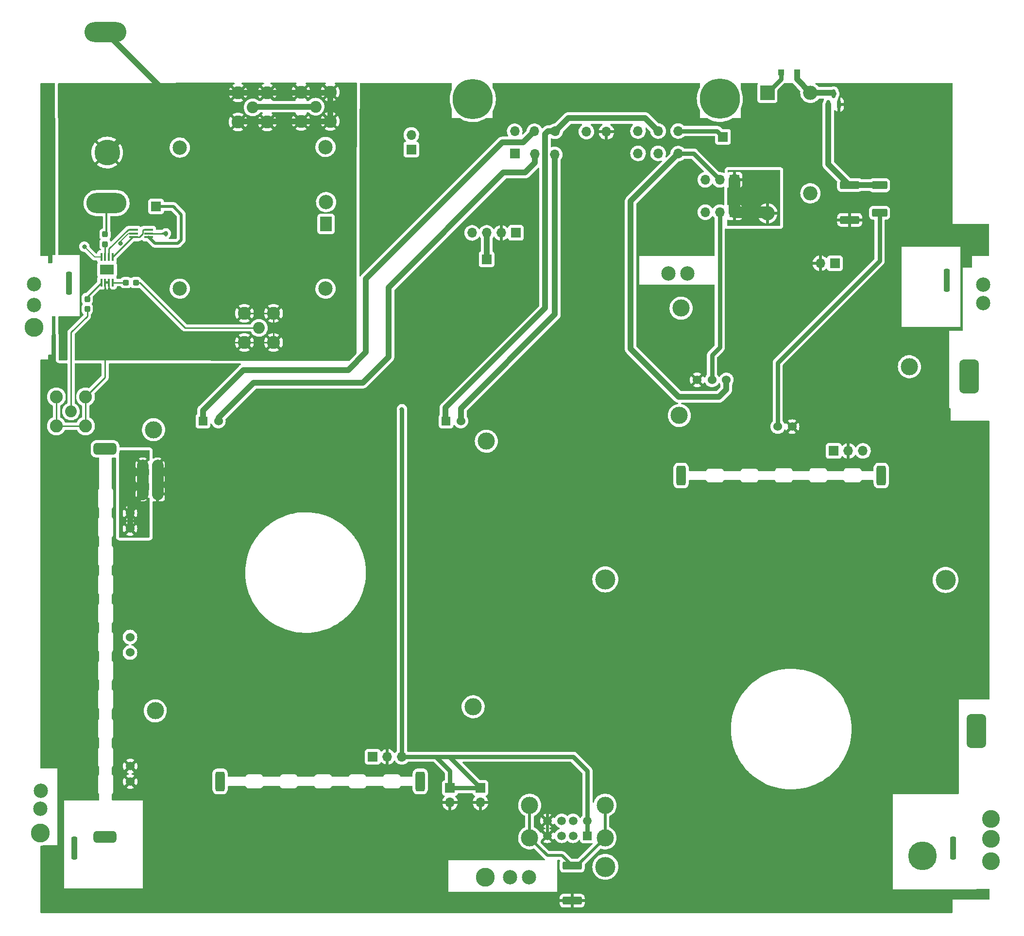
<source format=gtl>
G04 #@! TF.GenerationSoftware,KiCad,Pcbnew,(6.0.1)*
G04 #@! TF.CreationDate,2022-06-09T14:04:08-07:00*
G04 #@! TF.ProjectId,Motherboard_edgeCutsVer,4d6f7468-6572-4626-9f61-72645f656467,rev?*
G04 #@! TF.SameCoordinates,Original*
G04 #@! TF.FileFunction,Copper,L1,Top*
G04 #@! TF.FilePolarity,Positive*
%FSLAX46Y46*%
G04 Gerber Fmt 4.6, Leading zero omitted, Abs format (unit mm)*
G04 Created by KiCad (PCBNEW (6.0.1)) date 2022-06-09 14:04:08*
%MOMM*%
%LPD*%
G01*
G04 APERTURE LIST*
G04 Aperture macros list*
%AMRoundRect*
0 Rectangle with rounded corners*
0 $1 Rounding radius*
0 $2 $3 $4 $5 $6 $7 $8 $9 X,Y pos of 4 corners*
0 Add a 4 corners polygon primitive as box body*
4,1,4,$2,$3,$4,$5,$6,$7,$8,$9,$2,$3,0*
0 Add four circle primitives for the rounded corners*
1,1,$1+$1,$2,$3*
1,1,$1+$1,$4,$5*
1,1,$1+$1,$6,$7*
1,1,$1+$1,$8,$9*
0 Add four rect primitives between the rounded corners*
20,1,$1+$1,$2,$3,$4,$5,0*
20,1,$1+$1,$4,$5,$6,$7,0*
20,1,$1+$1,$6,$7,$8,$9,0*
20,1,$1+$1,$8,$9,$2,$3,0*%
G04 Aperture macros list end*
G04 #@! TA.AperFunction,ComponentPad*
%ADD10R,1.700000X1.700000*%
G04 #@! TD*
G04 #@! TA.AperFunction,ComponentPad*
%ADD11C,2.050000*%
G04 #@! TD*
G04 #@! TA.AperFunction,ComponentPad*
%ADD12C,2.250000*%
G04 #@! TD*
G04 #@! TA.AperFunction,ComponentPad*
%ADD13R,2.500000X2.500000*%
G04 #@! TD*
G04 #@! TA.AperFunction,ComponentPad*
%ADD14O,2.500000X2.500000*%
G04 #@! TD*
G04 #@! TA.AperFunction,SMDPad,CuDef*
%ADD15RoundRect,0.237500X-0.300000X-0.237500X0.300000X-0.237500X0.300000X0.237500X-0.300000X0.237500X0*%
G04 #@! TD*
G04 #@! TA.AperFunction,ComponentPad*
%ADD16O,1.700000X1.700000*%
G04 #@! TD*
G04 #@! TA.AperFunction,ComponentPad*
%ADD17C,5.000000*%
G04 #@! TD*
G04 #@! TA.AperFunction,ComponentPad*
%ADD18RoundRect,0.500000X1.500000X-0.500000X1.500000X0.500000X-1.500000X0.500000X-1.500000X-0.500000X0*%
G04 #@! TD*
G04 #@! TA.AperFunction,ComponentPad*
%ADD19C,1.524000*%
G04 #@! TD*
G04 #@! TA.AperFunction,ComponentPad*
%ADD20C,3.300000*%
G04 #@! TD*
G04 #@! TA.AperFunction,ComponentPad*
%ADD21C,2.500000*%
G04 #@! TD*
G04 #@! TA.AperFunction,ComponentPad*
%ADD22RoundRect,0.850000X-0.850000X-2.150000X0.850000X-2.150000X0.850000X2.150000X-0.850000X2.150000X0*%
G04 #@! TD*
G04 #@! TA.AperFunction,ComponentPad*
%ADD23O,7.000000X3.500000*%
G04 #@! TD*
G04 #@! TA.AperFunction,ComponentPad*
%ADD24O,7.300000X3.500000*%
G04 #@! TD*
G04 #@! TA.AperFunction,ComponentPad*
%ADD25C,4.500000*%
G04 #@! TD*
G04 #@! TA.AperFunction,ComponentPad*
%ADD26RoundRect,0.415500X0.415500X-1.315500X0.415500X1.315500X-0.415500X1.315500X-0.415500X-1.315500X0*%
G04 #@! TD*
G04 #@! TA.AperFunction,ComponentPad*
%ADD27RoundRect,0.850000X0.850000X2.150000X-0.850000X2.150000X-0.850000X-2.150000X0.850000X-2.150000X0*%
G04 #@! TD*
G04 #@! TA.AperFunction,ComponentPad*
%ADD28C,3.100000*%
G04 #@! TD*
G04 #@! TA.AperFunction,WasherPad*
%ADD29C,3.000000*%
G04 #@! TD*
G04 #@! TA.AperFunction,WasherPad*
%ADD30RoundRect,0.250000X-0.250000X-1.750000X0.250000X-1.750000X0.250000X1.750000X-0.250000X1.750000X0*%
G04 #@! TD*
G04 #@! TA.AperFunction,ComponentPad*
%ADD31R,1.524000X1.524000*%
G04 #@! TD*
G04 #@! TA.AperFunction,SMDPad,CuDef*
%ADD32RoundRect,0.237500X-0.237500X0.300000X-0.237500X-0.300000X0.237500X-0.300000X0.237500X0.300000X0*%
G04 #@! TD*
G04 #@! TA.AperFunction,ComponentPad*
%ADD33R,1.500000X1.500000*%
G04 #@! TD*
G04 #@! TA.AperFunction,ComponentPad*
%ADD34C,1.500000*%
G04 #@! TD*
G04 #@! TA.AperFunction,ComponentPad*
%ADD35C,3.000000*%
G04 #@! TD*
G04 #@! TA.AperFunction,ComponentPad*
%ADD36C,3.500000*%
G04 #@! TD*
G04 #@! TA.AperFunction,SMDPad,CuDef*
%ADD37RoundRect,0.249999X1.425001X-0.450001X1.425001X0.450001X-1.425001X0.450001X-1.425001X-0.450001X0*%
G04 #@! TD*
G04 #@! TA.AperFunction,ComponentPad*
%ADD38C,7.000000*%
G04 #@! TD*
G04 #@! TA.AperFunction,SMDPad,CuDef*
%ADD39R,1.100000X1.100000*%
G04 #@! TD*
G04 #@! TA.AperFunction,SMDPad,CuDef*
%ADD40RoundRect,0.249999X1.075001X-0.450001X1.075001X0.450001X-1.075001X0.450001X-1.075001X-0.450001X0*%
G04 #@! TD*
G04 #@! TA.AperFunction,SMDPad,CuDef*
%ADD41R,0.431800X1.346200*%
G04 #@! TD*
G04 #@! TA.AperFunction,SMDPad,CuDef*
%ADD42R,2.413000X1.778000*%
G04 #@! TD*
G04 #@! TA.AperFunction,SMDPad,CuDef*
%ADD43R,1.500000X0.400000*%
G04 #@! TD*
G04 #@! TA.AperFunction,WasherPad*
%ADD44C,2.500000*%
G04 #@! TD*
G04 #@! TA.AperFunction,ComponentPad*
%ADD45R,2.000000X2.500000*%
G04 #@! TD*
G04 #@! TA.AperFunction,SMDPad,CuDef*
%ADD46RoundRect,0.150000X0.150000X-0.587500X0.150000X0.587500X-0.150000X0.587500X-0.150000X-0.587500X0*%
G04 #@! TD*
G04 #@! TA.AperFunction,ViaPad*
%ADD47C,0.800000*%
G04 #@! TD*
G04 #@! TA.AperFunction,Conductor*
%ADD48C,2.000000*%
G04 #@! TD*
G04 #@! TA.AperFunction,Conductor*
%ADD49C,0.250000*%
G04 #@! TD*
G04 #@! TA.AperFunction,Conductor*
%ADD50C,0.500000*%
G04 #@! TD*
G04 #@! TA.AperFunction,Conductor*
%ADD51C,1.000000*%
G04 #@! TD*
G04 #@! TA.AperFunction,Conductor*
%ADD52C,0.750000*%
G04 #@! TD*
G04 #@! TA.AperFunction,Conductor*
%ADD53C,0.300000*%
G04 #@! TD*
G04 #@! TA.AperFunction,Conductor*
%ADD54C,0.200000*%
G04 #@! TD*
G04 APERTURE END LIST*
D10*
X206800000Y-92600000D03*
D11*
X177000000Y-66000000D03*
D12*
X174460000Y-63460000D03*
X179540000Y-63460000D03*
X179540000Y-68540000D03*
X174460000Y-68540000D03*
D13*
X255742500Y-63592500D03*
D14*
X255742500Y-84592500D03*
X263242500Y-81092500D03*
X263242500Y-63592500D03*
D15*
X143937500Y-96663454D03*
X145662500Y-96663454D03*
D10*
X267500000Y-93300000D03*
D16*
X264960000Y-93300000D03*
D17*
X282800000Y-196600000D03*
D18*
X140300000Y-125650000D03*
X140300000Y-193250000D03*
D19*
X144650000Y-161150000D03*
X144650000Y-158450000D03*
X144700000Y-183650000D03*
X144700000Y-180950000D03*
X144650000Y-136850000D03*
X144650000Y-139550000D03*
D20*
X127895000Y-104442500D03*
D21*
X127895000Y-100542500D03*
X127895000Y-96942500D03*
X238495000Y-95042500D03*
X241795000Y-95056448D03*
X293395000Y-97042500D03*
X293395000Y-100242500D03*
D22*
X290895000Y-113042500D03*
D23*
X140567500Y-82800000D03*
D24*
X140367500Y-53000000D03*
D25*
X140667500Y-74000000D03*
D11*
X134366000Y-119126000D03*
D12*
X131826000Y-116586000D03*
X136906000Y-116586000D03*
X131826000Y-121666000D03*
X136906000Y-121666000D03*
D10*
X267320000Y-126000000D03*
D16*
X269860000Y-126000000D03*
X272400000Y-126000000D03*
D26*
X240700000Y-130300000D03*
X275600000Y-130300000D03*
D10*
X205725000Y-184750000D03*
D16*
X205725000Y-187290000D03*
D10*
X250000000Y-78750000D03*
D16*
X247460000Y-78750000D03*
X244920000Y-78750000D03*
D27*
X292200000Y-174850000D03*
D28*
X294700000Y-190150000D03*
X294700000Y-193650000D03*
X294700000Y-197550000D03*
D21*
X214204026Y-200350000D03*
X210900000Y-200350000D03*
D20*
X206600000Y-200350000D03*
X129000000Y-192650000D03*
D21*
X129000000Y-188350000D03*
X129100000Y-185250000D03*
D29*
X240400000Y-119825000D03*
X240700000Y-101125000D03*
X280500000Y-111325000D03*
D19*
X248600000Y-113625000D03*
X246100000Y-113625000D03*
X260050000Y-121775000D03*
X243500000Y-113625000D03*
X257550000Y-121775000D03*
D30*
X288100000Y-195200000D03*
D29*
X206755000Y-124305000D03*
X148755000Y-122305000D03*
X149055000Y-171305000D03*
X204455000Y-170605000D03*
D19*
X146855000Y-133505000D03*
X146855000Y-130905000D03*
X146855000Y-128405000D03*
X149455000Y-130905000D03*
D31*
X149455000Y-133505000D03*
D19*
X149455000Y-128405000D03*
X160055000Y-120805000D03*
D31*
X157355000Y-120805000D03*
D19*
X202315000Y-120805000D03*
D31*
X199755000Y-120805000D03*
D10*
X248000000Y-71250000D03*
D32*
X140300000Y-88237500D03*
X140300000Y-89962500D03*
D33*
X224380000Y-193100000D03*
D34*
X221880000Y-193100000D03*
X219880000Y-193100000D03*
X217380000Y-193100000D03*
X224380000Y-190480000D03*
X221880000Y-190480000D03*
X219880000Y-190480000D03*
X217380000Y-190480000D03*
D35*
X214310000Y-187770000D03*
X214310000Y-193450000D03*
X227450000Y-193450000D03*
X227450000Y-187770000D03*
D10*
X149200000Y-83400000D03*
D36*
X286800000Y-148500000D03*
D37*
X270100000Y-85750000D03*
X270100000Y-79650000D03*
D10*
X211700000Y-74167500D03*
D16*
X215250000Y-74237500D03*
X218700000Y-74337500D03*
X233200000Y-74137500D03*
X236700000Y-74137500D03*
X240200000Y-74187500D03*
X211700000Y-70287500D03*
X215150000Y-70287500D03*
X218750000Y-70287500D03*
X224200000Y-70337500D03*
X227700000Y-70387500D03*
X233200000Y-70237500D03*
X236700000Y-70237500D03*
X240200000Y-70237500D03*
D38*
X247450000Y-64637500D03*
X204400000Y-64687500D03*
D30*
X134950000Y-195200000D03*
D10*
X200425000Y-184750000D03*
D16*
X200425000Y-187290000D03*
D32*
X137200000Y-99537500D03*
X137200000Y-101262500D03*
D37*
X221710000Y-204400000D03*
X221710000Y-198300000D03*
D39*
X260900000Y-60000000D03*
X258100000Y-60000000D03*
D10*
X186970000Y-179320000D03*
D16*
X189510000Y-179320000D03*
X192050000Y-179320000D03*
D26*
X195250000Y-183620000D03*
X160350000Y-183620000D03*
D10*
X250000000Y-84400000D03*
D16*
X247460000Y-84400000D03*
X244920000Y-84400000D03*
D40*
X275300000Y-84500000D03*
X275300000Y-79700000D03*
D41*
X141622860Y-92214050D03*
X140972620Y-92214050D03*
X140322380Y-92214050D03*
X139672140Y-92214050D03*
X139672140Y-96659050D03*
X140322380Y-96659050D03*
X140972620Y-96659050D03*
X141622860Y-96659050D03*
D42*
X140647500Y-94436550D03*
D30*
X287000000Y-96250000D03*
D10*
X211900000Y-88000000D03*
D16*
X209360000Y-88000000D03*
X206820000Y-88000000D03*
X204280000Y-88000000D03*
D43*
X147930000Y-88750000D03*
X147930000Y-88100000D03*
X147930000Y-87450000D03*
X145270000Y-87450000D03*
X145270000Y-88100000D03*
X145270000Y-88750000D03*
D30*
X134050000Y-96750000D03*
D10*
X193675000Y-73450000D03*
D16*
X193675000Y-70910000D03*
D36*
X227500000Y-148400000D03*
D44*
X178732000Y-97729000D03*
X153332000Y-73129000D03*
X178732000Y-73029000D03*
X153332000Y-97729000D03*
D45*
X178832000Y-86429000D03*
D21*
X178832000Y-82629000D03*
D11*
X166032000Y-66129000D03*
D12*
X163492000Y-68669000D03*
X163492000Y-63589000D03*
X168572000Y-63589000D03*
X168572000Y-68669000D03*
D11*
X167132000Y-104559000D03*
D12*
X169672000Y-102019000D03*
X169672000Y-107099000D03*
X164592000Y-102019000D03*
X164592000Y-107099000D03*
D36*
X227500000Y-198500000D03*
D46*
X267300000Y-63762500D03*
X266350000Y-65637500D03*
X268250000Y-65637500D03*
D47*
X286150000Y-174250000D03*
X225940000Y-204410000D03*
X217380000Y-187810000D03*
X268300000Y-65700000D03*
X240500000Y-105250000D03*
X150900000Y-88100000D03*
X240000000Y-91000000D03*
X270100000Y-85900000D03*
X130600000Y-84900000D03*
X217900000Y-153400000D03*
X130700000Y-64800000D03*
X130500000Y-112200000D03*
X192050000Y-118750000D03*
X136700000Y-90400000D03*
X143000000Y-89800000D03*
D48*
X149500000Y-128500000D02*
X149500000Y-133600000D01*
D49*
X200425000Y-187290000D02*
X205725000Y-187290000D01*
X221710000Y-204400000D02*
X225930000Y-204400000D01*
D50*
X217380000Y-190480000D02*
X217380000Y-193100000D01*
D49*
X225930000Y-204400000D02*
X225940000Y-204410000D01*
D50*
X217380000Y-190480000D02*
X217380000Y-187810000D01*
D49*
X147930000Y-88100000D02*
X150900000Y-88100000D01*
D51*
X269950000Y-79650000D02*
X266350000Y-76050000D01*
X275300000Y-79700000D02*
X270150000Y-79700000D01*
D49*
X270100000Y-79650000D02*
X269950000Y-79650000D01*
X270150000Y-79700000D02*
X270100000Y-79650000D01*
D51*
X266350000Y-76050000D02*
X266350000Y-65637500D01*
D50*
X227450000Y-187770000D02*
X227450000Y-193450000D01*
X214310000Y-193450000D02*
X217400000Y-196540000D01*
D49*
X222600000Y-198300000D02*
X221710000Y-198300000D01*
D50*
X217400000Y-196540000D02*
X219950000Y-196540000D01*
X227450000Y-193450000D02*
X222600000Y-198300000D01*
X214310000Y-187770000D02*
X214310000Y-193450000D01*
X219950000Y-196540000D02*
X221710000Y-198300000D01*
D52*
X275300000Y-92900000D02*
X275300000Y-84500000D01*
X257550000Y-121775000D02*
X257550000Y-110650000D01*
X257550000Y-110650000D02*
X275300000Y-92900000D01*
D51*
X240200000Y-74187500D02*
X231900000Y-82487500D01*
X248600000Y-115300000D02*
X247300000Y-116600000D01*
D52*
X258100000Y-60000000D02*
X258100000Y-61235000D01*
D51*
X240300000Y-116600000D02*
X247300000Y-116600000D01*
D52*
X240200000Y-74187500D02*
X242897500Y-74187500D01*
D51*
X248600000Y-113625000D02*
X248600000Y-115300000D01*
D52*
X242897500Y-74187500D02*
X247460000Y-78750000D01*
D51*
X231900000Y-82487500D02*
X231900000Y-108200000D01*
X231900000Y-108200000D02*
X240300000Y-116600000D01*
D52*
X258100000Y-61235000D02*
X255742500Y-63592500D01*
D48*
X255550000Y-84400000D02*
X255742500Y-84592500D01*
X250000000Y-84400000D02*
X255550000Y-84400000D01*
X250000000Y-84400000D02*
X250000000Y-78750000D01*
D49*
X267105000Y-63592500D02*
X267162500Y-63650000D01*
D51*
X267130000Y-63592500D02*
X267300000Y-63762500D01*
X260900000Y-61250000D02*
X260900000Y-60000000D01*
X263242500Y-63592500D02*
X267130000Y-63592500D01*
X263242500Y-63592500D02*
X260900000Y-61250000D01*
X206800000Y-92600000D02*
X206800000Y-88020000D01*
D53*
X206800000Y-88020000D02*
X206820000Y-88000000D01*
D52*
X200425000Y-181765000D02*
X200425000Y-184750000D01*
X200295000Y-179320000D02*
X205725000Y-184750000D01*
D54*
X136700000Y-90400000D02*
X138514050Y-92214050D01*
D52*
X192050000Y-179320000D02*
X197980000Y-179320000D01*
X224380000Y-190480000D02*
X224380000Y-193100000D01*
X200425000Y-184750000D02*
X205725000Y-184750000D01*
X221920000Y-179320000D02*
X224380000Y-181780000D01*
D54*
X144370978Y-88100000D02*
X145270000Y-88100000D01*
D52*
X200420000Y-179320000D02*
X221920000Y-179320000D01*
X197980000Y-179320000D02*
X200425000Y-181765000D01*
X198820000Y-179320000D02*
X200295000Y-179320000D01*
X224380000Y-181780000D02*
X224380000Y-190480000D01*
D54*
X143000000Y-89800000D02*
X143000000Y-89470978D01*
D52*
X198820000Y-179320000D02*
X200420000Y-179320000D01*
D54*
X143000000Y-89470978D02*
X144370978Y-88100000D01*
X138514050Y-92214050D02*
X139672140Y-92214050D01*
D52*
X197980000Y-179320000D02*
X198820000Y-179320000D01*
X192050000Y-179320000D02*
X192050000Y-118750000D01*
D51*
X218700000Y-74337500D02*
X218700000Y-102200000D01*
X218700000Y-102200000D02*
X202315000Y-118585000D01*
X202315000Y-118585000D02*
X202315000Y-120805000D01*
X218750000Y-70287500D02*
X221037500Y-68000000D01*
X217000000Y-70750000D02*
X217000000Y-101100000D01*
X199615000Y-118485000D02*
X199615000Y-120805000D01*
X221037500Y-68000000D02*
X234462500Y-68000000D01*
X217000000Y-101100000D02*
X199615000Y-118485000D01*
X217462500Y-70287500D02*
X217000000Y-70750000D01*
X234462500Y-68000000D02*
X236700000Y-70237500D01*
X218750000Y-70287500D02*
X217462500Y-70287500D01*
D52*
X240200000Y-70237500D02*
X246987500Y-70237500D01*
X246987500Y-70237500D02*
X248000000Y-71250000D01*
D51*
X160055000Y-120245000D02*
X160055000Y-120805000D01*
X213500000Y-77500000D02*
X209750000Y-77500000D01*
X215250000Y-74237500D02*
X215250000Y-75750000D01*
X189699022Y-97550978D02*
X189699022Y-109600978D01*
X189699022Y-109600978D02*
X185200000Y-114100000D01*
X185200000Y-114100000D02*
X166200000Y-114100000D01*
X166200000Y-114100000D02*
X160055000Y-120245000D01*
X215250000Y-75750000D02*
X213500000Y-77500000D01*
X209750000Y-77500000D02*
X189699022Y-97550978D01*
X185771011Y-108828989D02*
X182700000Y-111900000D01*
X157355000Y-118945000D02*
X157355000Y-120805000D01*
X182700000Y-111900000D02*
X164400000Y-111900000D01*
X164400000Y-111900000D02*
X157355000Y-118945000D01*
X213187500Y-72250000D02*
X209500000Y-72250000D01*
X209500000Y-72250000D02*
X185771011Y-95978989D01*
X185771011Y-95978989D02*
X185771011Y-108828989D01*
X215150000Y-70287500D02*
X213187500Y-72250000D01*
D52*
X247460000Y-107940000D02*
X246100000Y-109300000D01*
X247460000Y-84400000D02*
X247460000Y-107940000D01*
X246100000Y-109300000D02*
X246100000Y-113625000D01*
D53*
X140567500Y-87970000D02*
X140567500Y-82800000D01*
X140300000Y-88237500D02*
X140567500Y-87970000D01*
D51*
X144650000Y-135810000D02*
X144650000Y-136850000D01*
D48*
X146900000Y-128500000D02*
X146900000Y-133600000D01*
D51*
X146855000Y-133605000D02*
X144650000Y-135810000D01*
X144650000Y-139550000D02*
X144650000Y-136850000D01*
D50*
X153600000Y-84800000D02*
X153600000Y-89200000D01*
X153600000Y-89200000D02*
X153000000Y-89800000D01*
X152200000Y-83400000D02*
X153600000Y-84800000D01*
X149200000Y-83400000D02*
X152200000Y-83400000D01*
X153000000Y-89800000D02*
X148980000Y-89800000D01*
X148980000Y-89800000D02*
X147930000Y-88750000D01*
D49*
X145270000Y-88750000D02*
X146270000Y-88750000D01*
X145086910Y-88750000D02*
X141622860Y-92214050D01*
X146855489Y-88164511D02*
X146855489Y-87575489D01*
X146855489Y-87575489D02*
X146980978Y-87450000D01*
X145270000Y-88750000D02*
X145086910Y-88750000D01*
X146980978Y-87450000D02*
X147930000Y-87450000D01*
X146270000Y-88750000D02*
X146855489Y-88164511D01*
X145270000Y-87450000D02*
X144320978Y-87450000D01*
X144320978Y-87450000D02*
X140972620Y-90798358D01*
X140972620Y-90798358D02*
X140972620Y-92214050D01*
X137200000Y-99537500D02*
X137200000Y-99131190D01*
X137200000Y-99131190D02*
X139672140Y-96659050D01*
X141622860Y-96659050D02*
X143933096Y-96659050D01*
X143933096Y-96659050D02*
X143937500Y-96663454D01*
X166161000Y-66000000D02*
X166032000Y-66129000D01*
D51*
X177000000Y-66000000D02*
X166161000Y-66000000D01*
D49*
X137200000Y-101262500D02*
X137200000Y-102525816D01*
X137200000Y-102525816D02*
X134366000Y-105359816D01*
X134366000Y-119126000D02*
X134366000Y-105359816D01*
X154259000Y-104559000D02*
X167132000Y-104559000D01*
X146363454Y-96663454D02*
X154259000Y-104559000D01*
X145662500Y-96663454D02*
X146363454Y-96663454D01*
D51*
X163492000Y-63589000D02*
X179411000Y-63589000D01*
X163492000Y-63589000D02*
X151078500Y-63589000D01*
X150956500Y-63589000D02*
X140367500Y-53000000D01*
D49*
X136906000Y-121666000D02*
X136906000Y-116586000D01*
D51*
X179540000Y-68540000D02*
X163621000Y-68540000D01*
D49*
X169672000Y-107099000D02*
X164592000Y-107099000D01*
X169672000Y-102019000D02*
X169672000Y-107099000D01*
X140972620Y-97582150D02*
X143090470Y-99700000D01*
X163621000Y-68540000D02*
X163492000Y-68669000D01*
X140972620Y-96659050D02*
X140972620Y-97582150D01*
D51*
X179540000Y-63460000D02*
X179540000Y-68540000D01*
D49*
X154699000Y-107099000D02*
X164592000Y-107099000D01*
X164592000Y-102019000D02*
X169672000Y-102019000D01*
X147300000Y-99700000D02*
X154699000Y-107099000D01*
X179411000Y-63589000D02*
X179540000Y-63460000D01*
D51*
X151078500Y-63589000D02*
X140667500Y-74000000D01*
D49*
X131826000Y-116586000D02*
X131826000Y-121666000D01*
X140322380Y-113169620D02*
X136906000Y-116586000D01*
X143090470Y-99700000D02*
X147300000Y-99700000D01*
X131826000Y-121666000D02*
X136906000Y-121666000D01*
X140322380Y-96659050D02*
X140322380Y-113169620D01*
X140972620Y-96659050D02*
X140322380Y-96659050D01*
X140322380Y-89984880D02*
X140300000Y-89962500D01*
X140322380Y-92214050D02*
X140322380Y-89984880D01*
G04 #@! TA.AperFunction,Conductor*
G36*
X200692121Y-61870002D02*
G01*
X200738614Y-61923658D01*
X200750000Y-61976000D01*
X200750000Y-62997845D01*
X200737248Y-63053079D01*
X200711203Y-63106480D01*
X200710131Y-63109364D01*
X200710130Y-63109365D01*
X200592013Y-63426972D01*
X200574527Y-63473989D01*
X200474367Y-63853081D01*
X200464981Y-63911034D01*
X200420269Y-64187092D01*
X200411677Y-64240138D01*
X200411483Y-64243218D01*
X200411483Y-64243220D01*
X200400737Y-64414033D01*
X200387057Y-64631465D01*
X200387745Y-64651169D01*
X200400490Y-65016126D01*
X200400741Y-65023327D01*
X200401147Y-65026371D01*
X200401148Y-65026381D01*
X200418534Y-65156682D01*
X200452599Y-65411984D01*
X200453299Y-65414968D01*
X200453300Y-65414974D01*
X200531092Y-65746638D01*
X200542136Y-65793725D01*
X200668496Y-66164907D01*
X200669770Y-66167715D01*
X200738746Y-66319772D01*
X200750000Y-66371823D01*
X200750000Y-67987500D01*
X202080534Y-67987500D01*
X202147304Y-68006646D01*
X202442056Y-68190828D01*
X202793266Y-68365170D01*
X203159812Y-68504407D01*
X203538195Y-68607212D01*
X203790902Y-68649954D01*
X203921783Y-68672091D01*
X203921786Y-68672091D01*
X203924805Y-68672602D01*
X204079444Y-68683416D01*
X204312885Y-68699740D01*
X204312893Y-68699740D01*
X204315951Y-68699954D01*
X204568037Y-68692913D01*
X204704825Y-68689092D01*
X204704828Y-68689092D01*
X204707899Y-68689006D01*
X204710952Y-68688620D01*
X204710956Y-68688620D01*
X204852576Y-68670729D01*
X205096908Y-68639862D01*
X205099912Y-68639180D01*
X205099915Y-68639179D01*
X205476269Y-68553674D01*
X205476275Y-68553672D01*
X205479265Y-68552993D01*
X205482184Y-68552022D01*
X205848396Y-68430200D01*
X205848402Y-68430198D01*
X205851320Y-68429227D01*
X205854130Y-68427976D01*
X206206722Y-68270992D01*
X206206728Y-68270989D01*
X206209522Y-68269745D01*
X206295343Y-68220992D01*
X206547779Y-68077589D01*
X206547787Y-68077584D01*
X206550452Y-68076070D01*
X206552967Y-68074296D01*
X206643347Y-68010540D01*
X206715977Y-67987500D01*
X207850000Y-67987500D01*
X207850000Y-66768819D01*
X207869615Y-66701304D01*
X207887924Y-66672454D01*
X207889574Y-66669854D01*
X207899885Y-66649443D01*
X207990945Y-66469173D01*
X208066363Y-66319870D01*
X208067473Y-66317009D01*
X208207041Y-65957181D01*
X208207044Y-65957172D01*
X208208156Y-65954305D01*
X208313600Y-65576648D01*
X208369785Y-65258011D01*
X208381156Y-65193522D01*
X208381156Y-65193519D01*
X208381688Y-65190504D01*
X208398636Y-64970247D01*
X208411619Y-64801513D01*
X208411619Y-64801502D01*
X208411769Y-64799559D01*
X208413334Y-64687500D01*
X208410793Y-64635530D01*
X208399276Y-64400061D01*
X208394180Y-64295867D01*
X208336901Y-63907973D01*
X208242043Y-63527519D01*
X208110512Y-63158137D01*
X207943564Y-62803354D01*
X207882811Y-62701439D01*
X207867771Y-62676210D01*
X207850000Y-62611693D01*
X207850000Y-61976000D01*
X207870002Y-61907879D01*
X207923658Y-61861386D01*
X207976000Y-61850000D01*
X243874000Y-61850000D01*
X243942121Y-61870002D01*
X243988614Y-61923658D01*
X244000000Y-61976000D01*
X244000000Y-62559645D01*
X243981318Y-62625667D01*
X243933089Y-62704062D01*
X243761203Y-63056480D01*
X243760131Y-63059364D01*
X243760130Y-63059365D01*
X243640628Y-63380696D01*
X243624527Y-63423989D01*
X243524367Y-63803081D01*
X243514981Y-63861034D01*
X243482147Y-64063756D01*
X243461677Y-64190138D01*
X243461483Y-64193218D01*
X243461483Y-64193220D01*
X243439431Y-64543737D01*
X243437057Y-64581465D01*
X243437165Y-64584554D01*
X243450246Y-64959145D01*
X243450741Y-64973327D01*
X243451147Y-64976371D01*
X243451148Y-64976381D01*
X243465669Y-65085207D01*
X243502599Y-65361984D01*
X243503299Y-65364968D01*
X243503300Y-65364974D01*
X243555548Y-65587731D01*
X243592136Y-65743725D01*
X243718496Y-66114907D01*
X243880475Y-66471987D01*
X243972569Y-66631498D01*
X243983119Y-66649772D01*
X244000000Y-66712772D01*
X244000000Y-67987500D01*
X245210550Y-67987500D01*
X245277320Y-68006646D01*
X245492056Y-68140828D01*
X245843266Y-68315170D01*
X246209812Y-68454407D01*
X246588195Y-68557212D01*
X246879060Y-68606408D01*
X246971783Y-68622091D01*
X246971786Y-68622091D01*
X246974805Y-68622602D01*
X247129444Y-68633416D01*
X247362885Y-68649740D01*
X247362893Y-68649740D01*
X247365951Y-68649954D01*
X247618037Y-68642913D01*
X247754825Y-68639092D01*
X247754828Y-68639092D01*
X247757899Y-68639006D01*
X247760952Y-68638620D01*
X247760956Y-68638620D01*
X247902576Y-68620729D01*
X248146908Y-68589862D01*
X248149912Y-68589180D01*
X248149915Y-68589179D01*
X248526269Y-68503674D01*
X248526275Y-68503672D01*
X248529265Y-68502993D01*
X248532184Y-68502022D01*
X248898396Y-68380200D01*
X248898402Y-68380198D01*
X248901320Y-68379227D01*
X248932893Y-68365170D01*
X249256722Y-68220992D01*
X249256728Y-68220989D01*
X249259522Y-68219745D01*
X249262191Y-68218229D01*
X249597784Y-68027586D01*
X249597790Y-68027583D01*
X249600452Y-68026070D01*
X249622467Y-68010540D01*
X249695098Y-67987500D01*
X251100000Y-67987500D01*
X251100000Y-66332281D01*
X251113536Y-66275467D01*
X251114976Y-66272617D01*
X251114981Y-66272607D01*
X251116363Y-66269870D01*
X251117470Y-66267016D01*
X251117474Y-66267007D01*
X251257041Y-65907181D01*
X251257044Y-65907172D01*
X251258156Y-65904305D01*
X251363600Y-65526648D01*
X251421447Y-65198581D01*
X251431156Y-65143522D01*
X251431156Y-65143519D01*
X251431688Y-65140504D01*
X251454290Y-64846757D01*
X251461619Y-64751513D01*
X251461619Y-64751502D01*
X251461769Y-64749559D01*
X251463334Y-64637500D01*
X251460594Y-64581465D01*
X251447089Y-64305348D01*
X251444180Y-64245867D01*
X251386901Y-63857973D01*
X251385682Y-63853081D01*
X251315142Y-63570165D01*
X251292043Y-63477519D01*
X251261619Y-63392077D01*
X251207544Y-63240218D01*
X251160512Y-63108137D01*
X251111992Y-63005026D01*
X251100000Y-62951378D01*
X251100000Y-61976000D01*
X251120002Y-61907879D01*
X251173658Y-61861386D01*
X251226000Y-61850000D01*
X253974208Y-61850000D01*
X254042329Y-61870002D01*
X254088822Y-61923658D01*
X254098926Y-61993932D01*
X254075035Y-62051563D01*
X254041885Y-62095795D01*
X253990755Y-62232184D01*
X253984000Y-62294366D01*
X253984000Y-64890634D01*
X253990755Y-64952816D01*
X254041885Y-65089205D01*
X254129239Y-65205761D01*
X254245795Y-65293115D01*
X254382184Y-65344245D01*
X254444366Y-65351000D01*
X257040634Y-65351000D01*
X257102816Y-65344245D01*
X257239205Y-65293115D01*
X257355761Y-65205761D01*
X257443115Y-65089205D01*
X257494245Y-64952816D01*
X257501000Y-64890634D01*
X257501000Y-63135648D01*
X257521002Y-63067527D01*
X257537905Y-63046553D01*
X258668546Y-61915912D01*
X258683574Y-61903075D01*
X258694434Y-61895185D01*
X258698849Y-61890281D01*
X258703761Y-61885859D01*
X258704932Y-61887160D01*
X258758031Y-61854449D01*
X258791218Y-61850000D01*
X260027845Y-61850000D01*
X260095966Y-61870002D01*
X260126315Y-61897389D01*
X260146738Y-61922973D01*
X260149242Y-61925477D01*
X260149884Y-61926195D01*
X260153585Y-61930528D01*
X260180935Y-61964062D01*
X260185682Y-61967989D01*
X260185684Y-61967991D01*
X260216262Y-61993287D01*
X260225042Y-62001277D01*
X260849433Y-62625667D01*
X261463984Y-63240218D01*
X261498009Y-63302530D01*
X261500255Y-63341937D01*
X261479673Y-63546339D01*
X261492213Y-63807408D01*
X261543204Y-64063756D01*
X261631526Y-64309752D01*
X261755237Y-64539991D01*
X261758032Y-64543734D01*
X261758034Y-64543737D01*
X261908830Y-64745677D01*
X261908835Y-64745683D01*
X261911622Y-64749415D01*
X261914931Y-64752695D01*
X261914936Y-64752701D01*
X262078177Y-64914523D01*
X262097243Y-64933423D01*
X262101005Y-64936181D01*
X262101008Y-64936184D01*
X262298236Y-65080797D01*
X262308024Y-65087974D01*
X262312167Y-65090154D01*
X262312169Y-65090155D01*
X262535184Y-65207489D01*
X262535189Y-65207491D01*
X262539334Y-65209672D01*
X262786090Y-65295844D01*
X262790683Y-65296716D01*
X263038285Y-65343724D01*
X263038288Y-65343724D01*
X263042874Y-65344595D01*
X263173458Y-65349726D01*
X263299375Y-65354674D01*
X263299381Y-65354674D01*
X263304043Y-65354857D01*
X263393151Y-65345098D01*
X263559207Y-65326912D01*
X263559212Y-65326911D01*
X263563860Y-65326402D01*
X263676616Y-65296716D01*
X263812094Y-65261048D01*
X263812096Y-65261047D01*
X263816617Y-65259857D01*
X263879380Y-65232892D01*
X263971015Y-65193522D01*
X264056762Y-65156682D01*
X264078029Y-65143522D01*
X264275047Y-65021604D01*
X264275048Y-65021604D01*
X264279019Y-65019146D01*
X264282582Y-65016129D01*
X264282587Y-65016126D01*
X264474939Y-64853287D01*
X264474940Y-64853286D01*
X264478505Y-64850268D01*
X264650839Y-64653759D01*
X264652641Y-64650958D01*
X264709329Y-64608804D01*
X264752984Y-64601000D01*
X265480351Y-64601000D01*
X265548472Y-64621002D01*
X265594965Y-64674658D01*
X265605069Y-64744932D01*
X265595987Y-64777044D01*
X265594894Y-64779569D01*
X265590855Y-64786399D01*
X265588643Y-64794012D01*
X265588642Y-64794015D01*
X265571422Y-64853287D01*
X265544438Y-64946169D01*
X265543934Y-64952574D01*
X265543933Y-64952579D01*
X265542060Y-64976381D01*
X265541500Y-64983498D01*
X265541500Y-64986647D01*
X265541469Y-64986746D01*
X265541403Y-64988439D01*
X265540951Y-64988421D01*
X265519464Y-65057834D01*
X265517809Y-65060251D01*
X265513846Y-65064974D01*
X265418567Y-65238287D01*
X265416706Y-65244154D01*
X265416705Y-65244156D01*
X265364433Y-65408938D01*
X265358765Y-65426806D01*
X265341500Y-65580727D01*
X265341500Y-75988157D01*
X265340763Y-76001764D01*
X265336676Y-76039388D01*
X265337213Y-76045523D01*
X265341050Y-76089388D01*
X265341379Y-76094214D01*
X265341500Y-76096686D01*
X265341500Y-76099769D01*
X265341801Y-76102837D01*
X265345690Y-76142506D01*
X265345812Y-76143819D01*
X265353913Y-76236413D01*
X265355400Y-76241532D01*
X265355920Y-76246833D01*
X265382791Y-76335834D01*
X265383126Y-76336967D01*
X265409091Y-76426336D01*
X265411544Y-76431068D01*
X265413084Y-76436169D01*
X265415978Y-76441612D01*
X265456731Y-76518260D01*
X265457343Y-76519426D01*
X265479340Y-76561861D01*
X265500108Y-76601926D01*
X265503431Y-76606089D01*
X265505934Y-76610796D01*
X265564755Y-76682918D01*
X265565446Y-76683774D01*
X265596738Y-76722973D01*
X265599242Y-76725477D01*
X265599884Y-76726195D01*
X265603585Y-76730528D01*
X265630935Y-76764062D01*
X265635682Y-76767989D01*
X265635684Y-76767991D01*
X265666262Y-76793287D01*
X265675042Y-76801277D01*
X266792043Y-77918277D01*
X267884078Y-79010312D01*
X267918103Y-79072624D01*
X267920327Y-79112249D01*
X267916500Y-79149599D01*
X267916501Y-80150400D01*
X267927474Y-80256167D01*
X267929658Y-80262713D01*
X267953216Y-80333323D01*
X267983450Y-80423946D01*
X268076521Y-80574349D01*
X268201697Y-80699306D01*
X268247201Y-80727355D01*
X268342800Y-80786283D01*
X268352261Y-80792115D01*
X268432004Y-80818564D01*
X268513610Y-80845632D01*
X268513612Y-80845632D01*
X268520138Y-80847797D01*
X268526974Y-80848497D01*
X268526977Y-80848498D01*
X268570030Y-80852909D01*
X268624599Y-80858500D01*
X270088622Y-80858500D01*
X271575400Y-80858499D01*
X271681167Y-80847526D01*
X271840347Y-80794419D01*
X271842002Y-80793867D01*
X271842004Y-80793866D01*
X271848946Y-80791550D01*
X271952686Y-80727355D01*
X272018987Y-80708500D01*
X273658693Y-80708500D01*
X273726814Y-80728502D01*
X273740703Y-80739685D01*
X273740772Y-80739598D01*
X273746517Y-80744135D01*
X273751697Y-80749306D01*
X273757927Y-80753146D01*
X273757928Y-80753147D01*
X273893152Y-80836500D01*
X273902261Y-80842115D01*
X273950672Y-80858172D01*
X274063610Y-80895632D01*
X274063612Y-80895632D01*
X274070138Y-80897797D01*
X274076974Y-80898497D01*
X274076977Y-80898498D01*
X274120030Y-80902909D01*
X274174599Y-80908500D01*
X275291321Y-80908500D01*
X276425400Y-80908499D01*
X276531167Y-80897526D01*
X276565953Y-80885920D01*
X276692002Y-80843867D01*
X276692004Y-80843866D01*
X276698946Y-80841550D01*
X276849349Y-80748479D01*
X276858215Y-80739598D01*
X276969134Y-80628484D01*
X276974306Y-80623303D01*
X277067115Y-80472739D01*
X277122797Y-80304862D01*
X277133500Y-80200401D01*
X277133499Y-79199600D01*
X277122526Y-79093833D01*
X277066550Y-78926054D01*
X276973479Y-78775651D01*
X276848303Y-78650694D01*
X276697739Y-78557885D01*
X276561772Y-78512787D01*
X276536390Y-78504368D01*
X276536388Y-78504368D01*
X276529862Y-78502203D01*
X276523026Y-78501503D01*
X276523023Y-78501502D01*
X276475401Y-78496623D01*
X276425401Y-78491500D01*
X275308679Y-78491500D01*
X274174600Y-78491501D01*
X274068833Y-78502474D01*
X274051673Y-78508199D01*
X273907998Y-78556133D01*
X273907996Y-78556134D01*
X273901054Y-78558450D01*
X273750651Y-78651521D01*
X273745478Y-78656704D01*
X273739744Y-78661248D01*
X273738418Y-78659576D01*
X273685373Y-78688598D01*
X273658487Y-78691500D01*
X272141394Y-78691500D01*
X272073273Y-78671498D01*
X272052380Y-78654676D01*
X271998303Y-78600694D01*
X271847739Y-78507885D01*
X271725222Y-78467248D01*
X271686390Y-78454368D01*
X271686388Y-78454368D01*
X271679862Y-78452203D01*
X271673026Y-78451503D01*
X271673023Y-78451502D01*
X271629970Y-78447091D01*
X271575401Y-78441500D01*
X270219924Y-78441500D01*
X270151803Y-78421498D01*
X270130829Y-78404595D01*
X267395405Y-75669171D01*
X267361379Y-75606859D01*
X267358500Y-75580076D01*
X267358500Y-66717564D01*
X267378502Y-66649443D01*
X267432158Y-66602950D01*
X267502432Y-66592846D01*
X267567012Y-66622340D01*
X267575813Y-66631630D01*
X267575945Y-66631498D01*
X267687896Y-66743449D01*
X267700322Y-66753089D01*
X267829779Y-66829648D01*
X267844210Y-66835893D01*
X267978605Y-66874939D01*
X267992706Y-66874899D01*
X267996000Y-66867630D01*
X267996000Y-66861878D01*
X268504000Y-66861878D01*
X268507973Y-66875409D01*
X268515871Y-66876544D01*
X268655790Y-66835893D01*
X268670221Y-66829648D01*
X268799678Y-66753089D01*
X268812104Y-66743449D01*
X268918449Y-66637104D01*
X268928089Y-66624678D01*
X269004648Y-66495221D01*
X269010893Y-66480790D01*
X269053269Y-66334935D01*
X269055570Y-66322333D01*
X269057807Y-66293916D01*
X269058000Y-66288986D01*
X269058000Y-65909615D01*
X269053525Y-65894376D01*
X269052135Y-65893171D01*
X269044452Y-65891500D01*
X268522115Y-65891500D01*
X268506876Y-65895975D01*
X268505671Y-65897365D01*
X268504000Y-65905048D01*
X268504000Y-66861878D01*
X267996000Y-66861878D01*
X267996000Y-65365385D01*
X268504000Y-65365385D01*
X268508475Y-65380624D01*
X268509865Y-65381829D01*
X268517548Y-65383500D01*
X269039884Y-65383500D01*
X269055123Y-65379025D01*
X269056328Y-65377635D01*
X269057999Y-65369952D01*
X269057999Y-64986017D01*
X269057805Y-64981080D01*
X269055570Y-64952664D01*
X269053270Y-64940069D01*
X269010893Y-64794210D01*
X269004648Y-64779779D01*
X268928089Y-64650322D01*
X268918449Y-64637896D01*
X268812104Y-64531551D01*
X268799678Y-64521911D01*
X268670221Y-64445352D01*
X268655790Y-64439107D01*
X268521395Y-64400061D01*
X268507294Y-64400101D01*
X268504000Y-64407370D01*
X268504000Y-65365385D01*
X267996000Y-65365385D01*
X267996000Y-64754842D01*
X268013547Y-64690703D01*
X268055108Y-64620427D01*
X268059145Y-64613601D01*
X268105562Y-64453831D01*
X268106230Y-64445352D01*
X268108307Y-64418958D01*
X268108307Y-64418950D01*
X268108500Y-64416502D01*
X268108500Y-64413297D01*
X268108533Y-64413184D01*
X268108597Y-64411561D01*
X268109005Y-64411577D01*
X268128502Y-64345176D01*
X268130835Y-64341995D01*
X268130740Y-64341931D01*
X268134201Y-64336839D01*
X268138146Y-64332104D01*
X268232821Y-64158459D01*
X268291965Y-63969732D01*
X268298342Y-63911034D01*
X268312659Y-63779236D01*
X268312659Y-63779232D01*
X268313324Y-63773111D01*
X268296087Y-63576087D01*
X268240909Y-63386163D01*
X268149892Y-63210574D01*
X268146050Y-63205762D01*
X268146048Y-63205758D01*
X268136029Y-63193207D01*
X268109161Y-63127491D01*
X268108500Y-63114598D01*
X268108500Y-63108498D01*
X268108307Y-63106042D01*
X268106067Y-63077579D01*
X268106066Y-63077574D01*
X268105562Y-63071169D01*
X268059145Y-62911399D01*
X267996896Y-62806142D01*
X267978491Y-62775020D01*
X267978489Y-62775017D01*
X267974453Y-62768193D01*
X267856807Y-62650547D01*
X267849983Y-62646511D01*
X267849980Y-62646509D01*
X267725748Y-62573039D01*
X267713601Y-62565855D01*
X267705990Y-62563644D01*
X267705988Y-62563643D01*
X267653769Y-62548472D01*
X267553831Y-62519438D01*
X267547426Y-62518934D01*
X267547421Y-62518933D01*
X267518958Y-62516693D01*
X267518950Y-62516693D01*
X267516502Y-62516500D01*
X267083498Y-62516500D01*
X267081050Y-62516693D01*
X267081042Y-62516693D01*
X267052579Y-62518933D01*
X267052574Y-62518934D01*
X267046169Y-62519438D01*
X266946231Y-62548472D01*
X266894012Y-62563643D01*
X266894010Y-62563644D01*
X266886399Y-62565855D01*
X266879575Y-62569891D01*
X266872300Y-62573039D01*
X266871136Y-62570350D01*
X266821248Y-62584000D01*
X264747906Y-62584000D01*
X264679785Y-62563998D01*
X264648956Y-62536006D01*
X264545530Y-62404811D01*
X264545527Y-62404808D01*
X264542638Y-62401143D01*
X264352263Y-62222057D01*
X264146808Y-62079527D01*
X264102238Y-62024264D01*
X264094621Y-61953677D01*
X264126375Y-61890178D01*
X264187419Y-61853926D01*
X264218628Y-61850000D01*
X287924000Y-61850000D01*
X287992121Y-61870002D01*
X288038614Y-61923658D01*
X288050000Y-61976000D01*
X288050000Y-90274000D01*
X288029998Y-90342121D01*
X287976342Y-90388614D01*
X287924000Y-90400000D01*
X279100000Y-90400000D01*
X279100000Y-104400000D01*
X287924000Y-104400000D01*
X287992121Y-104420002D01*
X288038614Y-104473658D01*
X288050000Y-104526000D01*
X288050000Y-104916500D01*
X288029998Y-104984621D01*
X287976342Y-105031114D01*
X287924000Y-105042500D01*
X287395000Y-105042500D01*
X287395000Y-118542500D01*
X287574000Y-118542500D01*
X287642121Y-118562502D01*
X287688614Y-118616158D01*
X287700000Y-118668500D01*
X287700000Y-120700000D01*
X287924000Y-120700000D01*
X287992121Y-120720002D01*
X288038614Y-120773658D01*
X288050000Y-120826000D01*
X288050000Y-146395613D01*
X288029998Y-146463734D01*
X287976342Y-146510227D01*
X287906068Y-146520331D01*
X287868272Y-146508619D01*
X287725188Y-146438058D01*
X287666145Y-146408941D01*
X287626882Y-146395613D01*
X287389710Y-146315104D01*
X287389706Y-146315103D01*
X287385797Y-146313776D01*
X287381753Y-146312972D01*
X287381747Y-146312970D01*
X287099465Y-146256820D01*
X287099459Y-146256819D01*
X287095426Y-146256017D01*
X287091321Y-146255748D01*
X287091314Y-146255747D01*
X286804119Y-146236924D01*
X286800000Y-146236654D01*
X286795881Y-146236924D01*
X286508686Y-146255747D01*
X286508679Y-146255748D01*
X286504574Y-146256017D01*
X286500541Y-146256819D01*
X286500535Y-146256820D01*
X286218253Y-146312970D01*
X286218247Y-146312972D01*
X286214203Y-146313776D01*
X286210294Y-146315103D01*
X286210290Y-146315104D01*
X285973118Y-146395613D01*
X285933855Y-146408941D01*
X285874812Y-146438058D01*
X285672031Y-146538058D01*
X285672026Y-146538061D01*
X285668327Y-146539885D01*
X285664894Y-146542179D01*
X285425593Y-146702074D01*
X285425588Y-146702078D01*
X285422162Y-146704367D01*
X285419068Y-146707081D01*
X285419062Y-146707085D01*
X285310078Y-146802662D01*
X285199573Y-146899573D01*
X285196864Y-146902662D01*
X285007085Y-147119062D01*
X285007081Y-147119068D01*
X285004367Y-147122162D01*
X284839885Y-147368327D01*
X284838061Y-147372026D01*
X284838058Y-147372031D01*
X284828994Y-147390411D01*
X284708941Y-147633855D01*
X284707616Y-147637760D01*
X284707615Y-147637761D01*
X284617935Y-147901952D01*
X284613776Y-147914203D01*
X284612972Y-147918247D01*
X284612970Y-147918253D01*
X284575091Y-148108686D01*
X284556017Y-148204574D01*
X284536654Y-148500000D01*
X284536924Y-148504119D01*
X284549463Y-148695426D01*
X284556017Y-148795426D01*
X284556819Y-148799459D01*
X284556820Y-148799465D01*
X284594663Y-148989710D01*
X284613776Y-149085797D01*
X284708941Y-149366145D01*
X284839885Y-149631673D01*
X284842179Y-149635106D01*
X284939621Y-149780938D01*
X285004367Y-149877838D01*
X285007081Y-149880932D01*
X285007085Y-149880938D01*
X285045055Y-149924234D01*
X285199573Y-150100427D01*
X285202662Y-150103136D01*
X285419062Y-150292915D01*
X285419068Y-150292919D01*
X285422162Y-150295633D01*
X285425588Y-150297922D01*
X285425593Y-150297926D01*
X285609405Y-150420744D01*
X285668327Y-150460115D01*
X285672026Y-150461939D01*
X285672031Y-150461942D01*
X285707009Y-150479191D01*
X285933855Y-150591059D01*
X285937760Y-150592384D01*
X285937761Y-150592385D01*
X286210290Y-150684896D01*
X286210294Y-150684897D01*
X286214203Y-150686224D01*
X286218247Y-150687028D01*
X286218253Y-150687030D01*
X286500535Y-150743180D01*
X286500541Y-150743181D01*
X286504574Y-150743983D01*
X286508679Y-150744252D01*
X286508686Y-150744253D01*
X286795881Y-150763076D01*
X286800000Y-150763346D01*
X286804119Y-150763076D01*
X287091314Y-150744253D01*
X287091321Y-150744252D01*
X287095426Y-150743983D01*
X287099459Y-150743181D01*
X287099465Y-150743180D01*
X287381747Y-150687030D01*
X287381753Y-150687028D01*
X287385797Y-150686224D01*
X287389706Y-150684897D01*
X287389710Y-150684896D01*
X287662239Y-150592385D01*
X287662240Y-150592384D01*
X287666145Y-150591059D01*
X287868272Y-150491381D01*
X287938214Y-150479191D01*
X288003643Y-150506750D01*
X288043787Y-150565308D01*
X288050000Y-150604387D01*
X288050000Y-185674000D01*
X288029998Y-185742121D01*
X287976342Y-185788614D01*
X287924000Y-185800000D01*
X277600000Y-185800000D01*
X277600000Y-202400000D01*
X287924000Y-202400000D01*
X287992121Y-202420002D01*
X288038614Y-202473658D01*
X288050000Y-202526000D01*
X288050000Y-206424000D01*
X288029998Y-206492121D01*
X287976342Y-206538614D01*
X287924000Y-206550000D01*
X129176000Y-206550000D01*
X129107879Y-206529998D01*
X129061386Y-206476342D01*
X129050000Y-206424000D01*
X129050000Y-204897098D01*
X219527000Y-204897098D01*
X219527337Y-204903613D01*
X219537256Y-204999205D01*
X219540150Y-205012604D01*
X219591588Y-205166785D01*
X219597762Y-205179964D01*
X219683063Y-205317810D01*
X219692099Y-205329209D01*
X219806828Y-205443738D01*
X219818239Y-205452750D01*
X219956242Y-205537816D01*
X219969423Y-205543963D01*
X220123709Y-205595138D01*
X220137085Y-205598005D01*
X220231437Y-205607672D01*
X220237853Y-205608000D01*
X221437885Y-205608000D01*
X221453124Y-205603525D01*
X221454329Y-205602135D01*
X221456000Y-205594452D01*
X221456000Y-205589885D01*
X221964000Y-205589885D01*
X221968475Y-205605124D01*
X221969865Y-205606329D01*
X221977548Y-205608000D01*
X223182098Y-205608000D01*
X223188613Y-205607663D01*
X223284205Y-205597744D01*
X223297604Y-205594850D01*
X223451785Y-205543412D01*
X223464964Y-205537238D01*
X223602810Y-205451937D01*
X223614209Y-205442901D01*
X223728738Y-205328172D01*
X223737750Y-205316761D01*
X223822816Y-205178758D01*
X223828963Y-205165577D01*
X223880138Y-205011291D01*
X223883005Y-204997915D01*
X223892672Y-204903563D01*
X223893000Y-204897147D01*
X223893000Y-204672115D01*
X223888525Y-204656876D01*
X223887135Y-204655671D01*
X223879452Y-204654000D01*
X221982115Y-204654000D01*
X221966876Y-204658475D01*
X221965671Y-204659865D01*
X221964000Y-204667548D01*
X221964000Y-205589885D01*
X221456000Y-205589885D01*
X221456000Y-204672115D01*
X221451525Y-204656876D01*
X221450135Y-204655671D01*
X221442452Y-204654000D01*
X219545115Y-204654000D01*
X219529876Y-204658475D01*
X219528671Y-204659865D01*
X219527000Y-204667548D01*
X219527000Y-204897098D01*
X129050000Y-204897098D01*
X129050000Y-204127885D01*
X219527000Y-204127885D01*
X219531475Y-204143124D01*
X219532865Y-204144329D01*
X219540548Y-204146000D01*
X221437885Y-204146000D01*
X221453124Y-204141525D01*
X221454329Y-204140135D01*
X221456000Y-204132452D01*
X221456000Y-204127885D01*
X221964000Y-204127885D01*
X221968475Y-204143124D01*
X221969865Y-204144329D01*
X221977548Y-204146000D01*
X223874885Y-204146000D01*
X223890124Y-204141525D01*
X223891329Y-204140135D01*
X223893000Y-204132452D01*
X223893000Y-203902902D01*
X223892663Y-203896387D01*
X223882744Y-203800795D01*
X223879850Y-203787396D01*
X223828412Y-203633215D01*
X223822238Y-203620036D01*
X223736937Y-203482190D01*
X223727901Y-203470791D01*
X223613172Y-203356262D01*
X223601761Y-203347250D01*
X223463758Y-203262184D01*
X223450577Y-203256037D01*
X223296291Y-203204862D01*
X223282915Y-203201995D01*
X223188563Y-203192328D01*
X223182146Y-203192000D01*
X221982115Y-203192000D01*
X221966876Y-203196475D01*
X221965671Y-203197865D01*
X221964000Y-203205548D01*
X221964000Y-204127885D01*
X221456000Y-204127885D01*
X221456000Y-203210115D01*
X221451525Y-203194876D01*
X221450135Y-203193671D01*
X221442452Y-203192000D01*
X220237902Y-203192000D01*
X220231387Y-203192337D01*
X220135795Y-203202256D01*
X220122396Y-203205150D01*
X219968215Y-203256588D01*
X219955036Y-203262762D01*
X219817190Y-203348063D01*
X219805791Y-203357099D01*
X219691262Y-203471828D01*
X219682250Y-203483239D01*
X219597184Y-203621242D01*
X219591037Y-203634423D01*
X219539862Y-203788709D01*
X219536995Y-203802085D01*
X219527328Y-203896437D01*
X219527000Y-203902854D01*
X219527000Y-204127885D01*
X129050000Y-204127885D01*
X129050000Y-202300000D01*
X133200000Y-202300000D01*
X146900000Y-202300000D01*
X146900000Y-187557966D01*
X199093257Y-187557966D01*
X199123565Y-187692446D01*
X199126645Y-187702275D01*
X199206770Y-187899603D01*
X199211413Y-187908794D01*
X199322694Y-188090388D01*
X199328777Y-188098699D01*
X199468213Y-188259667D01*
X199475580Y-188266883D01*
X199639434Y-188402916D01*
X199647881Y-188408831D01*
X199831756Y-188516279D01*
X199841042Y-188520729D01*
X200040001Y-188596703D01*
X200049899Y-188599579D01*
X200153250Y-188620606D01*
X200167299Y-188619410D01*
X200171000Y-188609065D01*
X200171000Y-188608517D01*
X200679000Y-188608517D01*
X200683064Y-188622359D01*
X200696478Y-188624393D01*
X200703184Y-188623534D01*
X200713262Y-188621392D01*
X200917255Y-188560191D01*
X200926842Y-188556433D01*
X201118095Y-188462739D01*
X201126945Y-188457464D01*
X201300328Y-188333792D01*
X201308200Y-188327139D01*
X201459052Y-188176812D01*
X201465730Y-188168965D01*
X201590003Y-187996020D01*
X201595313Y-187987183D01*
X201689670Y-187796267D01*
X201693469Y-187786672D01*
X201755377Y-187582910D01*
X201757555Y-187572837D01*
X201758986Y-187561962D01*
X201758363Y-187557966D01*
X204393257Y-187557966D01*
X204423565Y-187692446D01*
X204426645Y-187702275D01*
X204506770Y-187899603D01*
X204511413Y-187908794D01*
X204622694Y-188090388D01*
X204628777Y-188098699D01*
X204768213Y-188259667D01*
X204775580Y-188266883D01*
X204939434Y-188402916D01*
X204947881Y-188408831D01*
X205131756Y-188516279D01*
X205141042Y-188520729D01*
X205340001Y-188596703D01*
X205349899Y-188599579D01*
X205453250Y-188620606D01*
X205467299Y-188619410D01*
X205471000Y-188609065D01*
X205471000Y-188608517D01*
X205979000Y-188608517D01*
X205983064Y-188622359D01*
X205996478Y-188624393D01*
X206003184Y-188623534D01*
X206013262Y-188621392D01*
X206217255Y-188560191D01*
X206226842Y-188556433D01*
X206418095Y-188462739D01*
X206426945Y-188457464D01*
X206600328Y-188333792D01*
X206608200Y-188327139D01*
X206759052Y-188176812D01*
X206765730Y-188168965D01*
X206890003Y-187996020D01*
X206895313Y-187987183D01*
X206989670Y-187796267D01*
X206993469Y-187786672D01*
X207055377Y-187582910D01*
X207057555Y-187572837D01*
X207058986Y-187561962D01*
X207056775Y-187547778D01*
X207043617Y-187544000D01*
X205997115Y-187544000D01*
X205981876Y-187548475D01*
X205980671Y-187549865D01*
X205979000Y-187557548D01*
X205979000Y-188608517D01*
X205471000Y-188608517D01*
X205471000Y-187562115D01*
X205466525Y-187546876D01*
X205465135Y-187545671D01*
X205457452Y-187544000D01*
X204408225Y-187544000D01*
X204394694Y-187547973D01*
X204393257Y-187557966D01*
X201758363Y-187557966D01*
X201756775Y-187547778D01*
X201743617Y-187544000D01*
X200697115Y-187544000D01*
X200681876Y-187548475D01*
X200680671Y-187549865D01*
X200679000Y-187557548D01*
X200679000Y-188608517D01*
X200171000Y-188608517D01*
X200171000Y-187562115D01*
X200166525Y-187546876D01*
X200165135Y-187545671D01*
X200157452Y-187544000D01*
X199108225Y-187544000D01*
X199094694Y-187547973D01*
X199093257Y-187557966D01*
X146900000Y-187557966D01*
X146900000Y-186900000D01*
X141626000Y-186900000D01*
X141557879Y-186879998D01*
X141511386Y-186826342D01*
X141500000Y-186774000D01*
X141500000Y-185875160D01*
X141520002Y-185807039D01*
X141533498Y-185791606D01*
X141532631Y-185790840D01*
X141552181Y-185768704D01*
X141564374Y-185756659D01*
X141579949Y-185743239D01*
X141579950Y-185743237D01*
X141586747Y-185737381D01*
X141591626Y-185729853D01*
X141591629Y-185729850D01*
X141600696Y-185715861D01*
X141611986Y-185700987D01*
X141623012Y-185688502D01*
X141628956Y-185681772D01*
X141641510Y-185655034D01*
X141649824Y-185640065D01*
X141665893Y-185615273D01*
X141673239Y-185590709D01*
X141679901Y-185573264D01*
X141686983Y-185558179D01*
X141690799Y-185550052D01*
X141695343Y-185520870D01*
X141699126Y-185504151D01*
X141705014Y-185484464D01*
X141705015Y-185484461D01*
X141707587Y-185475859D01*
X141707797Y-185441444D01*
X141707830Y-185440672D01*
X141708000Y-185439577D01*
X141708000Y-185408702D01*
X141708002Y-185407932D01*
X141708452Y-185334284D01*
X141708452Y-185334283D01*
X141708476Y-185330348D01*
X141708092Y-185329004D01*
X141708000Y-185327659D01*
X141708000Y-184708777D01*
X144005777Y-184708777D01*
X144015074Y-184720793D01*
X144058069Y-184750898D01*
X144067555Y-184756376D01*
X144258993Y-184845645D01*
X144269285Y-184849391D01*
X144473309Y-184904059D01*
X144484104Y-184905962D01*
X144694525Y-184924372D01*
X144705475Y-184924372D01*
X144915896Y-184905962D01*
X144926691Y-184904059D01*
X145130715Y-184849391D01*
X145141007Y-184845645D01*
X145332445Y-184756376D01*
X145341931Y-184750898D01*
X145385764Y-184720207D01*
X145394139Y-184709729D01*
X145387071Y-184696281D01*
X144712812Y-184022022D01*
X144698868Y-184014408D01*
X144697035Y-184014539D01*
X144690420Y-184018790D01*
X144012207Y-184697003D01*
X144005777Y-184708777D01*
X141708000Y-184708777D01*
X141708000Y-183655475D01*
X143425628Y-183655475D01*
X143444038Y-183865896D01*
X143445941Y-183876691D01*
X143500609Y-184080715D01*
X143504355Y-184091007D01*
X143593623Y-184282441D01*
X143599103Y-184291932D01*
X143629794Y-184335765D01*
X143640271Y-184344140D01*
X143653718Y-184337072D01*
X144327978Y-183662812D01*
X144334356Y-183651132D01*
X145064408Y-183651132D01*
X145064539Y-183652965D01*
X145068790Y-183659580D01*
X145747003Y-184337793D01*
X145758777Y-184344223D01*
X145770793Y-184334926D01*
X145800897Y-184291932D01*
X145806377Y-184282441D01*
X145895645Y-184091007D01*
X145899391Y-184080715D01*
X145954059Y-183876691D01*
X145955962Y-183865896D01*
X145974372Y-183655475D01*
X145974372Y-183644525D01*
X145955962Y-183434104D01*
X145954059Y-183423309D01*
X145899391Y-183219285D01*
X145895645Y-183208993D01*
X145806377Y-183017559D01*
X145800897Y-183008068D01*
X145770206Y-182964235D01*
X145759729Y-182955860D01*
X145746282Y-182962928D01*
X145072022Y-183637188D01*
X145064408Y-183651132D01*
X144334356Y-183651132D01*
X144335592Y-183648868D01*
X144335461Y-183647035D01*
X144331210Y-183640420D01*
X143652997Y-182962207D01*
X143641223Y-182955777D01*
X143629207Y-182965074D01*
X143599103Y-183008068D01*
X143593623Y-183017559D01*
X143504355Y-183208993D01*
X143500609Y-183219285D01*
X143445941Y-183423309D01*
X143444038Y-183434104D01*
X143425628Y-183644525D01*
X143425628Y-183655475D01*
X141708000Y-183655475D01*
X141708000Y-182808702D01*
X141708002Y-182807932D01*
X141708304Y-182758546D01*
X141708476Y-182730348D01*
X141706010Y-182721719D01*
X141706009Y-182721714D01*
X141700361Y-182701952D01*
X141696783Y-182685191D01*
X141693870Y-182664848D01*
X141693867Y-182664838D01*
X141692595Y-182655955D01*
X141681979Y-182632605D01*
X141675536Y-182615093D01*
X141670954Y-182599063D01*
X141668488Y-182590435D01*
X141652726Y-182565452D01*
X141644596Y-182550386D01*
X141632367Y-182523490D01*
X141615626Y-182504061D01*
X141604521Y-182489053D01*
X141603866Y-182488014D01*
X141590840Y-182467369D01*
X141568703Y-182447818D01*
X141556659Y-182435626D01*
X141543241Y-182420053D01*
X141543238Y-182420051D01*
X141543119Y-182419912D01*
X141543117Y-182419909D01*
X141537381Y-182413253D01*
X141538342Y-182412425D01*
X141504985Y-182360135D01*
X141500000Y-182325043D01*
X141500000Y-182008777D01*
X144005777Y-182008777D01*
X144015074Y-182020793D01*
X144058069Y-182050898D01*
X144067555Y-182056376D01*
X144258993Y-182145645D01*
X144269285Y-182149391D01*
X144377149Y-182178293D01*
X144437772Y-182215245D01*
X144468793Y-182279106D01*
X144460365Y-182349600D01*
X144415162Y-182404347D01*
X144377149Y-182421707D01*
X144269285Y-182450609D01*
X144258993Y-182454355D01*
X144067559Y-182543623D01*
X144058068Y-182549103D01*
X144014235Y-182579794D01*
X144005860Y-182590271D01*
X144012928Y-182603718D01*
X144687188Y-183277978D01*
X144701132Y-183285592D01*
X144702965Y-183285461D01*
X144709580Y-183281210D01*
X145387793Y-182602997D01*
X145394223Y-182591223D01*
X145384926Y-182579207D01*
X145341931Y-182549102D01*
X145332445Y-182543624D01*
X145141007Y-182454355D01*
X145130715Y-182450609D01*
X145022851Y-182421707D01*
X144962228Y-182384755D01*
X144931207Y-182320894D01*
X144939635Y-182250400D01*
X144948365Y-182239827D01*
X159010500Y-182239827D01*
X159010501Y-185000172D01*
X159010694Y-185002618D01*
X159010694Y-185002631D01*
X159011517Y-185013086D01*
X159016849Y-185080842D01*
X159067120Y-185268456D01*
X159155300Y-185441519D01*
X159159455Y-185446650D01*
X159244940Y-185552215D01*
X159277534Y-185592466D01*
X159282660Y-185596617D01*
X159348116Y-185649622D01*
X159428481Y-185714700D01*
X159601544Y-185802880D01*
X159607917Y-185804588D01*
X159607918Y-185804588D01*
X159783581Y-185851657D01*
X159783585Y-185851658D01*
X159789158Y-185853151D01*
X159794914Y-185853604D01*
X159867371Y-185859307D01*
X159867379Y-185859307D01*
X159869827Y-185859500D01*
X160349805Y-185859500D01*
X160830172Y-185859499D01*
X160832618Y-185859306D01*
X160832631Y-185859306D01*
X160905088Y-185853604D01*
X160905090Y-185853604D01*
X160910842Y-185853151D01*
X160966278Y-185838297D01*
X161092082Y-185804588D01*
X161092083Y-185804588D01*
X161098456Y-185802880D01*
X161271519Y-185714700D01*
X161351884Y-185649622D01*
X161417340Y-185596617D01*
X161422466Y-185592466D01*
X161455061Y-185552215D01*
X161540545Y-185446650D01*
X161544700Y-185441519D01*
X161632880Y-185268456D01*
X161683151Y-185080842D01*
X161689500Y-185000173D01*
X161689500Y-184546000D01*
X161709502Y-184477879D01*
X161763158Y-184431386D01*
X161815500Y-184420000D01*
X164711172Y-184420000D01*
X164779293Y-184440002D01*
X164826189Y-184494549D01*
X164829045Y-184500933D01*
X164831512Y-184509565D01*
X164847274Y-184534548D01*
X164855404Y-184549614D01*
X164867633Y-184576510D01*
X164884374Y-184595939D01*
X164895479Y-184610947D01*
X164909160Y-184632631D01*
X164915888Y-184638573D01*
X164931296Y-184652181D01*
X164943341Y-184664374D01*
X164955970Y-184679030D01*
X164962619Y-184686747D01*
X164970147Y-184691626D01*
X164970150Y-184691629D01*
X164984139Y-184700696D01*
X164999013Y-184711986D01*
X165018228Y-184728956D01*
X165026354Y-184732771D01*
X165026355Y-184732772D01*
X165032021Y-184735432D01*
X165044966Y-184741510D01*
X165059935Y-184749824D01*
X165084727Y-184765893D01*
X165101650Y-184770954D01*
X165109290Y-184773239D01*
X165126736Y-184779901D01*
X165149948Y-184790799D01*
X165179130Y-184795343D01*
X165195849Y-184799126D01*
X165215536Y-184805014D01*
X165215539Y-184805015D01*
X165224141Y-184807587D01*
X165233116Y-184807642D01*
X165233117Y-184807642D01*
X165239810Y-184807683D01*
X165258556Y-184807797D01*
X165259328Y-184807830D01*
X165260423Y-184808000D01*
X165291298Y-184808000D01*
X165292068Y-184808002D01*
X165365716Y-184808452D01*
X165365717Y-184808452D01*
X165369652Y-184808476D01*
X165370996Y-184808092D01*
X165372341Y-184808000D01*
X167291298Y-184808000D01*
X167292069Y-184808002D01*
X167369652Y-184808476D01*
X167378281Y-184806010D01*
X167378286Y-184806009D01*
X167398048Y-184800361D01*
X167414809Y-184796783D01*
X167435152Y-184793870D01*
X167435162Y-184793867D01*
X167444045Y-184792595D01*
X167467395Y-184781979D01*
X167484907Y-184775536D01*
X167500937Y-184770954D01*
X167509565Y-184768488D01*
X167534548Y-184752726D01*
X167549614Y-184744596D01*
X167576510Y-184732367D01*
X167595939Y-184715626D01*
X167610947Y-184704521D01*
X167625039Y-184695630D01*
X167632631Y-184690840D01*
X167652182Y-184668703D01*
X167664374Y-184656659D01*
X167679949Y-184643239D01*
X167679950Y-184643237D01*
X167686747Y-184637381D01*
X167691626Y-184629853D01*
X167691629Y-184629850D01*
X167700696Y-184615861D01*
X167711986Y-184600987D01*
X167723012Y-184588502D01*
X167728956Y-184581772D01*
X167741510Y-184555034D01*
X167749824Y-184540065D01*
X167765893Y-184515273D01*
X167768465Y-184506674D01*
X167772230Y-184498525D01*
X167774275Y-184499470D01*
X167806186Y-184450361D01*
X167870915Y-184421194D01*
X167888218Y-184420000D01*
X170711172Y-184420000D01*
X170779293Y-184440002D01*
X170826189Y-184494549D01*
X170829045Y-184500933D01*
X170831512Y-184509565D01*
X170847274Y-184534548D01*
X170855404Y-184549614D01*
X170867633Y-184576510D01*
X170884374Y-184595939D01*
X170895479Y-184610947D01*
X170909160Y-184632631D01*
X170915888Y-184638573D01*
X170931296Y-184652181D01*
X170943341Y-184664374D01*
X170955970Y-184679030D01*
X170962619Y-184686747D01*
X170970147Y-184691626D01*
X170970150Y-184691629D01*
X170984139Y-184700696D01*
X170999013Y-184711986D01*
X171018228Y-184728956D01*
X171026354Y-184732771D01*
X171026355Y-184732772D01*
X171032021Y-184735432D01*
X171044966Y-184741510D01*
X171059935Y-184749824D01*
X171084727Y-184765893D01*
X171101650Y-184770954D01*
X171109290Y-184773239D01*
X171126736Y-184779901D01*
X171149948Y-184790799D01*
X171179130Y-184795343D01*
X171195849Y-184799126D01*
X171215536Y-184805014D01*
X171215539Y-184805015D01*
X171224141Y-184807587D01*
X171233116Y-184807642D01*
X171233117Y-184807642D01*
X171239810Y-184807683D01*
X171258556Y-184807797D01*
X171259328Y-184807830D01*
X171260423Y-184808000D01*
X171291298Y-184808000D01*
X171292068Y-184808002D01*
X171365716Y-184808452D01*
X171365717Y-184808452D01*
X171369652Y-184808476D01*
X171370996Y-184808092D01*
X171372341Y-184808000D01*
X173291298Y-184808000D01*
X173292069Y-184808002D01*
X173369652Y-184808476D01*
X173378281Y-184806010D01*
X173378286Y-184806009D01*
X173398048Y-184800361D01*
X173414809Y-184796783D01*
X173435152Y-184793870D01*
X173435162Y-184793867D01*
X173444045Y-184792595D01*
X173467395Y-184781979D01*
X173484907Y-184775536D01*
X173500937Y-184770954D01*
X173509565Y-184768488D01*
X173534548Y-184752726D01*
X173549614Y-184744596D01*
X173576510Y-184732367D01*
X173595939Y-184715626D01*
X173610947Y-184704521D01*
X173625039Y-184695630D01*
X173632631Y-184690840D01*
X173652182Y-184668703D01*
X173664374Y-184656659D01*
X173679949Y-184643239D01*
X173679950Y-184643237D01*
X173686747Y-184637381D01*
X173691626Y-184629853D01*
X173691629Y-184629850D01*
X173700696Y-184615861D01*
X173711986Y-184600987D01*
X173723012Y-184588502D01*
X173728956Y-184581772D01*
X173741510Y-184555034D01*
X173749824Y-184540065D01*
X173765893Y-184515273D01*
X173768465Y-184506674D01*
X173772230Y-184498525D01*
X173774275Y-184499470D01*
X173806186Y-184450361D01*
X173870915Y-184421194D01*
X173888218Y-184420000D01*
X176711172Y-184420000D01*
X176779293Y-184440002D01*
X176826189Y-184494549D01*
X176829045Y-184500933D01*
X176831512Y-184509565D01*
X176847274Y-184534548D01*
X176855404Y-184549614D01*
X176867633Y-184576510D01*
X176884374Y-184595939D01*
X176895479Y-184610947D01*
X176909160Y-184632631D01*
X176915888Y-184638573D01*
X176931296Y-184652181D01*
X176943341Y-184664374D01*
X176955970Y-184679030D01*
X176962619Y-184686747D01*
X176970147Y-184691626D01*
X176970150Y-184691629D01*
X176984139Y-184700696D01*
X176999013Y-184711986D01*
X177018228Y-184728956D01*
X177026354Y-184732771D01*
X177026355Y-184732772D01*
X177032021Y-184735432D01*
X177044966Y-184741510D01*
X177059935Y-184749824D01*
X177084727Y-184765893D01*
X177101650Y-184770954D01*
X177109290Y-184773239D01*
X177126736Y-184779901D01*
X177149948Y-184790799D01*
X177179130Y-184795343D01*
X177195849Y-184799126D01*
X177215536Y-184805014D01*
X177215539Y-184805015D01*
X177224141Y-184807587D01*
X177233116Y-184807642D01*
X177233117Y-184807642D01*
X177239810Y-184807683D01*
X177258556Y-184807797D01*
X177259328Y-184807830D01*
X177260423Y-184808000D01*
X177291298Y-184808000D01*
X177292068Y-184808002D01*
X177365716Y-184808452D01*
X177365717Y-184808452D01*
X177369652Y-184808476D01*
X177370996Y-184808092D01*
X177372341Y-184808000D01*
X179291298Y-184808000D01*
X179292069Y-184808002D01*
X179369652Y-184808476D01*
X179378281Y-184806010D01*
X179378286Y-184806009D01*
X179398048Y-184800361D01*
X179414809Y-184796783D01*
X179435152Y-184793870D01*
X179435162Y-184793867D01*
X179444045Y-184792595D01*
X179467395Y-184781979D01*
X179484907Y-184775536D01*
X179500937Y-184770954D01*
X179509565Y-184768488D01*
X179534548Y-184752726D01*
X179549614Y-184744596D01*
X179576510Y-184732367D01*
X179595939Y-184715626D01*
X179610947Y-184704521D01*
X179625039Y-184695630D01*
X179632631Y-184690840D01*
X179652182Y-184668703D01*
X179664374Y-184656659D01*
X179679949Y-184643239D01*
X179679950Y-184643237D01*
X179686747Y-184637381D01*
X179691626Y-184629853D01*
X179691629Y-184629850D01*
X179700696Y-184615861D01*
X179711986Y-184600987D01*
X179723012Y-184588502D01*
X179728956Y-184581772D01*
X179741510Y-184555034D01*
X179749824Y-184540065D01*
X179765893Y-184515273D01*
X179768465Y-184506674D01*
X179772230Y-184498525D01*
X179774275Y-184499470D01*
X179806186Y-184450361D01*
X179870915Y-184421194D01*
X179888218Y-184420000D01*
X182711172Y-184420000D01*
X182779293Y-184440002D01*
X182826189Y-184494549D01*
X182829045Y-184500933D01*
X182831512Y-184509565D01*
X182847274Y-184534548D01*
X182855404Y-184549614D01*
X182867633Y-184576510D01*
X182884374Y-184595939D01*
X182895479Y-184610947D01*
X182909160Y-184632631D01*
X182915888Y-184638573D01*
X182931296Y-184652181D01*
X182943341Y-184664374D01*
X182955970Y-184679030D01*
X182962619Y-184686747D01*
X182970147Y-184691626D01*
X182970150Y-184691629D01*
X182984139Y-184700696D01*
X182999013Y-184711986D01*
X183018228Y-184728956D01*
X183026354Y-184732771D01*
X183026355Y-184732772D01*
X183032021Y-184735432D01*
X183044966Y-184741510D01*
X183059935Y-184749824D01*
X183084727Y-184765893D01*
X183101650Y-184770954D01*
X183109290Y-184773239D01*
X183126736Y-184779901D01*
X183149948Y-184790799D01*
X183179130Y-184795343D01*
X183195849Y-184799126D01*
X183215536Y-184805014D01*
X183215539Y-184805015D01*
X183224141Y-184807587D01*
X183233116Y-184807642D01*
X183233117Y-184807642D01*
X183239810Y-184807683D01*
X183258556Y-184807797D01*
X183259328Y-184807830D01*
X183260423Y-184808000D01*
X183291298Y-184808000D01*
X183292068Y-184808002D01*
X183365716Y-184808452D01*
X183365717Y-184808452D01*
X183369652Y-184808476D01*
X183370996Y-184808092D01*
X183372341Y-184808000D01*
X185291298Y-184808000D01*
X185292069Y-184808002D01*
X185369652Y-184808476D01*
X185378281Y-184806010D01*
X185378286Y-184806009D01*
X185398048Y-184800361D01*
X185414809Y-184796783D01*
X185435152Y-184793870D01*
X185435162Y-184793867D01*
X185444045Y-184792595D01*
X185467395Y-184781979D01*
X185484907Y-184775536D01*
X185500937Y-184770954D01*
X185509565Y-184768488D01*
X185534548Y-184752726D01*
X185549614Y-184744596D01*
X185576510Y-184732367D01*
X185595939Y-184715626D01*
X185610947Y-184704521D01*
X185625039Y-184695630D01*
X185632631Y-184690840D01*
X185652182Y-184668703D01*
X185664374Y-184656659D01*
X185679949Y-184643239D01*
X185679950Y-184643237D01*
X185686747Y-184637381D01*
X185691626Y-184629853D01*
X185691629Y-184629850D01*
X185700696Y-184615861D01*
X185711986Y-184600987D01*
X185723012Y-184588502D01*
X185728956Y-184581772D01*
X185741510Y-184555034D01*
X185749824Y-184540065D01*
X185765893Y-184515273D01*
X185768465Y-184506674D01*
X185772230Y-184498525D01*
X185774275Y-184499470D01*
X185806186Y-184450361D01*
X185870915Y-184421194D01*
X185888218Y-184420000D01*
X188711172Y-184420000D01*
X188779293Y-184440002D01*
X188826189Y-184494549D01*
X188829045Y-184500933D01*
X188831512Y-184509565D01*
X188847274Y-184534548D01*
X188855404Y-184549614D01*
X188867633Y-184576510D01*
X188884374Y-184595939D01*
X188895479Y-184610947D01*
X188909160Y-184632631D01*
X188915888Y-184638573D01*
X188931296Y-184652181D01*
X188943341Y-184664374D01*
X188955970Y-184679030D01*
X188962619Y-184686747D01*
X188970147Y-184691626D01*
X188970150Y-184691629D01*
X188984139Y-184700696D01*
X188999013Y-184711986D01*
X189018228Y-184728956D01*
X189026354Y-184732771D01*
X189026355Y-184732772D01*
X189032021Y-184735432D01*
X189044966Y-184741510D01*
X189059935Y-184749824D01*
X189084727Y-184765893D01*
X189101650Y-184770954D01*
X189109290Y-184773239D01*
X189126736Y-184779901D01*
X189149948Y-184790799D01*
X189179130Y-184795343D01*
X189195849Y-184799126D01*
X189215536Y-184805014D01*
X189215539Y-184805015D01*
X189224141Y-184807587D01*
X189233116Y-184807642D01*
X189233117Y-184807642D01*
X189239810Y-184807683D01*
X189258556Y-184807797D01*
X189259328Y-184807830D01*
X189260423Y-184808000D01*
X189291298Y-184808000D01*
X189292068Y-184808002D01*
X189365716Y-184808452D01*
X189365717Y-184808452D01*
X189369652Y-184808476D01*
X189370996Y-184808092D01*
X189372341Y-184808000D01*
X191291298Y-184808000D01*
X191292069Y-184808002D01*
X191369652Y-184808476D01*
X191378281Y-184806010D01*
X191378286Y-184806009D01*
X191398048Y-184800361D01*
X191414809Y-184796783D01*
X191435152Y-184793870D01*
X191435162Y-184793867D01*
X191444045Y-184792595D01*
X191467395Y-184781979D01*
X191484907Y-184775536D01*
X191500937Y-184770954D01*
X191509565Y-184768488D01*
X191534548Y-184752726D01*
X191549614Y-184744596D01*
X191576510Y-184732367D01*
X191595939Y-184715626D01*
X191610947Y-184704521D01*
X191625039Y-184695630D01*
X191632631Y-184690840D01*
X191652182Y-184668703D01*
X191664374Y-184656659D01*
X191679949Y-184643239D01*
X191679950Y-184643237D01*
X191686747Y-184637381D01*
X191691626Y-184629853D01*
X191691629Y-184629850D01*
X191700696Y-184615861D01*
X191711986Y-184600987D01*
X191723012Y-184588502D01*
X191728956Y-184581772D01*
X191741510Y-184555034D01*
X191749824Y-184540065D01*
X191765893Y-184515273D01*
X191768465Y-184506674D01*
X191772230Y-184498525D01*
X191774275Y-184499470D01*
X191806186Y-184450361D01*
X191870915Y-184421194D01*
X191888218Y-184420000D01*
X193784501Y-184420000D01*
X193852622Y-184440002D01*
X193899115Y-184493658D01*
X193910501Y-184546000D01*
X193910501Y-185000172D01*
X193910694Y-185002618D01*
X193910694Y-185002631D01*
X193911517Y-185013086D01*
X193916849Y-185080842D01*
X193967120Y-185268456D01*
X194055300Y-185441519D01*
X194059455Y-185446650D01*
X194144940Y-185552215D01*
X194177534Y-185592466D01*
X194182660Y-185596617D01*
X194248116Y-185649622D01*
X194328481Y-185714700D01*
X194501544Y-185802880D01*
X194507917Y-185804588D01*
X194507918Y-185804588D01*
X194683581Y-185851657D01*
X194683585Y-185851658D01*
X194689158Y-185853151D01*
X194694914Y-185853604D01*
X194767371Y-185859307D01*
X194767379Y-185859307D01*
X194769827Y-185859500D01*
X195249805Y-185859500D01*
X195730172Y-185859499D01*
X195732618Y-185859306D01*
X195732631Y-185859306D01*
X195805088Y-185853604D01*
X195805090Y-185853604D01*
X195810842Y-185853151D01*
X195866278Y-185838297D01*
X195992082Y-185804588D01*
X195992083Y-185804588D01*
X195998456Y-185802880D01*
X196171519Y-185714700D01*
X196251884Y-185649622D01*
X196317340Y-185596617D01*
X196322466Y-185592466D01*
X196355061Y-185552215D01*
X196440545Y-185446650D01*
X196444700Y-185441519D01*
X196532880Y-185268456D01*
X196583151Y-185080842D01*
X196589500Y-185000173D01*
X196589499Y-182239828D01*
X196589306Y-182237371D01*
X196589306Y-182237369D01*
X196583604Y-182164912D01*
X196583604Y-182164910D01*
X196583151Y-182159158D01*
X196532880Y-181971544D01*
X196444700Y-181798481D01*
X196322466Y-181647534D01*
X196309547Y-181637072D01*
X196176650Y-181529455D01*
X196171519Y-181525300D01*
X195998456Y-181437120D01*
X195977187Y-181431421D01*
X195816419Y-181388343D01*
X195816415Y-181388342D01*
X195810842Y-181386849D01*
X195800070Y-181386001D01*
X195732629Y-181380693D01*
X195732621Y-181380693D01*
X195730173Y-181380500D01*
X195250195Y-181380500D01*
X194769828Y-181380501D01*
X194767382Y-181380694D01*
X194767369Y-181380694D01*
X194694912Y-181386396D01*
X194694910Y-181386396D01*
X194689158Y-181386849D01*
X194683583Y-181388343D01*
X194683582Y-181388343D01*
X194566426Y-181419735D01*
X194501544Y-181437120D01*
X194328481Y-181525300D01*
X194323350Y-181529455D01*
X194190454Y-181637072D01*
X194177534Y-181647534D01*
X194055300Y-181798481D01*
X193967120Y-181971544D01*
X193965412Y-181977917D01*
X193965412Y-181977918D01*
X193920470Y-182145645D01*
X193916849Y-182159158D01*
X193910500Y-182239827D01*
X193910500Y-182694000D01*
X193890498Y-182762121D01*
X193836842Y-182808614D01*
X193784500Y-182820000D01*
X191902838Y-182820000D01*
X191834717Y-182799998D01*
X191788139Y-182746154D01*
X191787523Y-182744798D01*
X191781984Y-182732616D01*
X191775536Y-182715093D01*
X191770954Y-182699063D01*
X191768488Y-182690435D01*
X191752726Y-182665452D01*
X191744596Y-182650386D01*
X191732367Y-182623490D01*
X191715626Y-182604061D01*
X191704521Y-182589053D01*
X191695630Y-182574961D01*
X191690840Y-182567369D01*
X191668703Y-182547818D01*
X191656659Y-182535626D01*
X191643239Y-182520051D01*
X191643237Y-182520050D01*
X191637381Y-182513253D01*
X191629853Y-182508374D01*
X191629850Y-182508371D01*
X191615861Y-182499304D01*
X191600987Y-182488014D01*
X191588502Y-182476988D01*
X191581772Y-182471044D01*
X191573646Y-182467229D01*
X191573645Y-182467228D01*
X191567979Y-182464568D01*
X191555034Y-182458490D01*
X191540065Y-182450176D01*
X191515273Y-182434107D01*
X191490709Y-182426761D01*
X191473264Y-182420099D01*
X191458682Y-182413253D01*
X191450052Y-182409201D01*
X191420870Y-182404657D01*
X191404151Y-182400874D01*
X191384464Y-182394986D01*
X191384461Y-182394985D01*
X191375859Y-182392413D01*
X191366884Y-182392358D01*
X191366883Y-182392358D01*
X191360190Y-182392317D01*
X191341444Y-182392203D01*
X191340672Y-182392170D01*
X191339577Y-182392000D01*
X191308702Y-182392000D01*
X191307932Y-182391998D01*
X191234284Y-182391548D01*
X191234283Y-182391548D01*
X191230348Y-182391524D01*
X191229004Y-182391908D01*
X191227659Y-182392000D01*
X189308702Y-182392000D01*
X189307932Y-182391998D01*
X189307078Y-182391993D01*
X189230348Y-182391524D01*
X189221719Y-182393990D01*
X189221714Y-182393991D01*
X189201952Y-182399639D01*
X189185191Y-182403217D01*
X189164848Y-182406130D01*
X189164838Y-182406133D01*
X189155955Y-182407405D01*
X189132605Y-182418021D01*
X189115093Y-182424464D01*
X189107057Y-182426761D01*
X189090435Y-182431512D01*
X189065452Y-182447274D01*
X189050386Y-182455404D01*
X189023490Y-182467633D01*
X189004061Y-182484374D01*
X188989053Y-182495479D01*
X188967369Y-182509160D01*
X188961427Y-182515888D01*
X188947819Y-182531296D01*
X188935627Y-182543340D01*
X188933748Y-182544959D01*
X188924723Y-182552736D01*
X188913253Y-182562619D01*
X188908374Y-182570147D01*
X188908371Y-182570150D01*
X188899304Y-182584139D01*
X188888014Y-182599013D01*
X188871044Y-182618228D01*
X188858490Y-182644966D01*
X188850176Y-182659935D01*
X188834107Y-182684727D01*
X188831535Y-182693327D01*
X188826761Y-182709290D01*
X188820098Y-182726737D01*
X188810326Y-182747550D01*
X188763269Y-182800712D01*
X188696272Y-182820000D01*
X185902838Y-182820000D01*
X185834717Y-182799998D01*
X185788139Y-182746154D01*
X185787523Y-182744798D01*
X185781984Y-182732616D01*
X185775536Y-182715093D01*
X185770954Y-182699063D01*
X185768488Y-182690435D01*
X185752726Y-182665452D01*
X185744596Y-182650386D01*
X185732367Y-182623490D01*
X185715626Y-182604061D01*
X185704521Y-182589053D01*
X185695630Y-182574961D01*
X185690840Y-182567369D01*
X185668703Y-182547818D01*
X185656659Y-182535626D01*
X185643239Y-182520051D01*
X185643237Y-182520050D01*
X185637381Y-182513253D01*
X185629853Y-182508374D01*
X185629850Y-182508371D01*
X185615861Y-182499304D01*
X185600987Y-182488014D01*
X185588502Y-182476988D01*
X185581772Y-182471044D01*
X185573646Y-182467229D01*
X185573645Y-182467228D01*
X185567979Y-182464568D01*
X185555034Y-182458490D01*
X185540065Y-182450176D01*
X185515273Y-182434107D01*
X185490709Y-182426761D01*
X185473264Y-182420099D01*
X185458682Y-182413253D01*
X185450052Y-182409201D01*
X185420870Y-182404657D01*
X185404151Y-182400874D01*
X185384464Y-182394986D01*
X185384461Y-182394985D01*
X185375859Y-182392413D01*
X185366884Y-182392358D01*
X185366883Y-182392358D01*
X185360190Y-182392317D01*
X185341444Y-182392203D01*
X185340672Y-182392170D01*
X185339577Y-182392000D01*
X185308702Y-182392000D01*
X185307932Y-182391998D01*
X185234284Y-182391548D01*
X185234283Y-182391548D01*
X185230348Y-182391524D01*
X185229004Y-182391908D01*
X185227659Y-182392000D01*
X183308702Y-182392000D01*
X183307932Y-182391998D01*
X183307078Y-182391993D01*
X183230348Y-182391524D01*
X183221719Y-182393990D01*
X183221714Y-182393991D01*
X183201952Y-182399639D01*
X183185191Y-182403217D01*
X183164848Y-182406130D01*
X183164838Y-182406133D01*
X183155955Y-182407405D01*
X183132605Y-182418021D01*
X183115093Y-182424464D01*
X183107057Y-182426761D01*
X183090435Y-182431512D01*
X183065452Y-182447274D01*
X183050386Y-182455404D01*
X183023490Y-182467633D01*
X183004061Y-182484374D01*
X182989053Y-182495479D01*
X182967369Y-182509160D01*
X182961427Y-182515888D01*
X182947819Y-182531296D01*
X182935627Y-182543340D01*
X182933748Y-182544959D01*
X182924723Y-182552736D01*
X182913253Y-182562619D01*
X182908374Y-182570147D01*
X182908371Y-182570150D01*
X182899304Y-182584139D01*
X182888014Y-182599013D01*
X182871044Y-182618228D01*
X182858490Y-182644966D01*
X182850176Y-182659935D01*
X182834107Y-182684727D01*
X182831535Y-182693327D01*
X182826761Y-182709290D01*
X182820098Y-182726737D01*
X182810326Y-182747550D01*
X182763269Y-182800712D01*
X182696272Y-182820000D01*
X179902838Y-182820000D01*
X179834717Y-182799998D01*
X179788139Y-182746154D01*
X179787523Y-182744798D01*
X179781984Y-182732616D01*
X179775536Y-182715093D01*
X179770954Y-182699063D01*
X179768488Y-182690435D01*
X179752726Y-182665452D01*
X179744596Y-182650386D01*
X179732367Y-182623490D01*
X179715626Y-182604061D01*
X179704521Y-182589053D01*
X179695630Y-182574961D01*
X179690840Y-182567369D01*
X179668703Y-182547818D01*
X179656659Y-182535626D01*
X179643239Y-182520051D01*
X179643237Y-182520050D01*
X179637381Y-182513253D01*
X179629853Y-182508374D01*
X179629850Y-182508371D01*
X179615861Y-182499304D01*
X179600987Y-182488014D01*
X179588502Y-182476988D01*
X179581772Y-182471044D01*
X179573646Y-182467229D01*
X179573645Y-182467228D01*
X179567979Y-182464568D01*
X179555034Y-182458490D01*
X179540065Y-182450176D01*
X179515273Y-182434107D01*
X179490709Y-182426761D01*
X179473264Y-182420099D01*
X179458682Y-182413253D01*
X179450052Y-182409201D01*
X179420870Y-182404657D01*
X179404151Y-182400874D01*
X179384464Y-182394986D01*
X179384461Y-182394985D01*
X179375859Y-182392413D01*
X179366884Y-182392358D01*
X179366883Y-182392358D01*
X179360190Y-182392317D01*
X179341444Y-182392203D01*
X179340672Y-182392170D01*
X179339577Y-182392000D01*
X179308702Y-182392000D01*
X179307932Y-182391998D01*
X179234284Y-182391548D01*
X179234283Y-182391548D01*
X179230348Y-182391524D01*
X179229004Y-182391908D01*
X179227659Y-182392000D01*
X177308702Y-182392000D01*
X177307932Y-182391998D01*
X177307078Y-182391993D01*
X177230348Y-182391524D01*
X177221719Y-182393990D01*
X177221714Y-182393991D01*
X177201952Y-182399639D01*
X177185191Y-182403217D01*
X177164848Y-182406130D01*
X177164838Y-182406133D01*
X177155955Y-182407405D01*
X177132605Y-182418021D01*
X177115093Y-182424464D01*
X177107057Y-182426761D01*
X177090435Y-182431512D01*
X177065452Y-182447274D01*
X177050386Y-182455404D01*
X177023490Y-182467633D01*
X177004061Y-182484374D01*
X176989053Y-182495479D01*
X176967369Y-182509160D01*
X176961427Y-182515888D01*
X176947819Y-182531296D01*
X176935627Y-182543340D01*
X176933748Y-182544959D01*
X176924723Y-182552736D01*
X176913253Y-182562619D01*
X176908374Y-182570147D01*
X176908371Y-182570150D01*
X176899304Y-182584139D01*
X176888014Y-182599013D01*
X176871044Y-182618228D01*
X176858490Y-182644966D01*
X176850176Y-182659935D01*
X176834107Y-182684727D01*
X176831535Y-182693327D01*
X176826761Y-182709290D01*
X176820098Y-182726737D01*
X176810326Y-182747550D01*
X176763269Y-182800712D01*
X176696272Y-182820000D01*
X173902838Y-182820000D01*
X173834717Y-182799998D01*
X173788139Y-182746154D01*
X173787523Y-182744798D01*
X173781984Y-182732616D01*
X173775536Y-182715093D01*
X173770954Y-182699063D01*
X173768488Y-182690435D01*
X173752726Y-182665452D01*
X173744596Y-182650386D01*
X173732367Y-182623490D01*
X173715626Y-182604061D01*
X173704521Y-182589053D01*
X173695630Y-182574961D01*
X173690840Y-182567369D01*
X173668703Y-182547818D01*
X173656659Y-182535626D01*
X173643239Y-182520051D01*
X173643237Y-182520050D01*
X173637381Y-182513253D01*
X173629853Y-182508374D01*
X173629850Y-182508371D01*
X173615861Y-182499304D01*
X173600987Y-182488014D01*
X173588502Y-182476988D01*
X173581772Y-182471044D01*
X173573646Y-182467229D01*
X173573645Y-182467228D01*
X173567979Y-182464568D01*
X173555034Y-182458490D01*
X173540065Y-182450176D01*
X173515273Y-182434107D01*
X173490709Y-182426761D01*
X173473264Y-182420099D01*
X173458682Y-182413253D01*
X173450052Y-182409201D01*
X173420870Y-182404657D01*
X173404151Y-182400874D01*
X173384464Y-182394986D01*
X173384461Y-182394985D01*
X173375859Y-182392413D01*
X173366884Y-182392358D01*
X173366883Y-182392358D01*
X173360190Y-182392317D01*
X173341444Y-182392203D01*
X173340672Y-182392170D01*
X173339577Y-182392000D01*
X173308702Y-182392000D01*
X173307932Y-182391998D01*
X173234284Y-182391548D01*
X173234283Y-182391548D01*
X173230348Y-182391524D01*
X173229004Y-182391908D01*
X173227659Y-182392000D01*
X171308702Y-182392000D01*
X171307932Y-182391998D01*
X171307078Y-182391993D01*
X171230348Y-182391524D01*
X171221719Y-182393990D01*
X171221714Y-182393991D01*
X171201952Y-182399639D01*
X171185191Y-182403217D01*
X171164848Y-182406130D01*
X171164838Y-182406133D01*
X171155955Y-182407405D01*
X171132605Y-182418021D01*
X171115093Y-182424464D01*
X171107057Y-182426761D01*
X171090435Y-182431512D01*
X171065452Y-182447274D01*
X171050386Y-182455404D01*
X171023490Y-182467633D01*
X171004061Y-182484374D01*
X170989053Y-182495479D01*
X170967369Y-182509160D01*
X170961427Y-182515888D01*
X170947819Y-182531296D01*
X170935627Y-182543340D01*
X170933748Y-182544959D01*
X170924723Y-182552736D01*
X170913253Y-182562619D01*
X170908374Y-182570147D01*
X170908371Y-182570150D01*
X170899304Y-182584139D01*
X170888014Y-182599013D01*
X170871044Y-182618228D01*
X170858490Y-182644966D01*
X170850176Y-182659935D01*
X170834107Y-182684727D01*
X170831535Y-182693327D01*
X170826761Y-182709290D01*
X170820098Y-182726737D01*
X170810326Y-182747550D01*
X170763269Y-182800712D01*
X170696272Y-182820000D01*
X167902838Y-182820000D01*
X167834717Y-182799998D01*
X167788139Y-182746154D01*
X167787523Y-182744798D01*
X167781984Y-182732616D01*
X167775536Y-182715093D01*
X167770954Y-182699063D01*
X167768488Y-182690435D01*
X167752726Y-182665452D01*
X167744596Y-182650386D01*
X167732367Y-182623490D01*
X167715626Y-182604061D01*
X167704521Y-182589053D01*
X167695630Y-182574961D01*
X167690840Y-182567369D01*
X167668703Y-182547818D01*
X167656659Y-182535626D01*
X167643239Y-182520051D01*
X167643237Y-182520050D01*
X167637381Y-182513253D01*
X167629853Y-182508374D01*
X167629850Y-182508371D01*
X167615861Y-182499304D01*
X167600987Y-182488014D01*
X167588502Y-182476988D01*
X167581772Y-182471044D01*
X167573646Y-182467229D01*
X167573645Y-182467228D01*
X167567979Y-182464568D01*
X167555034Y-182458490D01*
X167540065Y-182450176D01*
X167515273Y-182434107D01*
X167490709Y-182426761D01*
X167473264Y-182420099D01*
X167458682Y-182413253D01*
X167450052Y-182409201D01*
X167420870Y-182404657D01*
X167404151Y-182400874D01*
X167384464Y-182394986D01*
X167384461Y-182394985D01*
X167375859Y-182392413D01*
X167366884Y-182392358D01*
X167366883Y-182392358D01*
X167360190Y-182392317D01*
X167341444Y-182392203D01*
X167340672Y-182392170D01*
X167339577Y-182392000D01*
X167308702Y-182392000D01*
X167307932Y-182391998D01*
X167234284Y-182391548D01*
X167234283Y-182391548D01*
X167230348Y-182391524D01*
X167229004Y-182391908D01*
X167227659Y-182392000D01*
X165308702Y-182392000D01*
X165307932Y-182391998D01*
X165307078Y-182391993D01*
X165230348Y-182391524D01*
X165221719Y-182393990D01*
X165221714Y-182393991D01*
X165201952Y-182399639D01*
X165185191Y-182403217D01*
X165164848Y-182406130D01*
X165164838Y-182406133D01*
X165155955Y-182407405D01*
X165132605Y-182418021D01*
X165115093Y-182424464D01*
X165107057Y-182426761D01*
X165090435Y-182431512D01*
X165065452Y-182447274D01*
X165050386Y-182455404D01*
X165023490Y-182467633D01*
X165004061Y-182484374D01*
X164989053Y-182495479D01*
X164967369Y-182509160D01*
X164961427Y-182515888D01*
X164947819Y-182531296D01*
X164935627Y-182543340D01*
X164933748Y-182544959D01*
X164924723Y-182552736D01*
X164913253Y-182562619D01*
X164908374Y-182570147D01*
X164908371Y-182570150D01*
X164899304Y-182584139D01*
X164888014Y-182599013D01*
X164871044Y-182618228D01*
X164858490Y-182644966D01*
X164850176Y-182659935D01*
X164834107Y-182684727D01*
X164831535Y-182693327D01*
X164826761Y-182709290D01*
X164820098Y-182726737D01*
X164810326Y-182747550D01*
X164763269Y-182800712D01*
X164696272Y-182820000D01*
X161815499Y-182820000D01*
X161747378Y-182799998D01*
X161700885Y-182746342D01*
X161689499Y-182694000D01*
X161689499Y-182239828D01*
X161689306Y-182237371D01*
X161689306Y-182237369D01*
X161683604Y-182164912D01*
X161683604Y-182164910D01*
X161683151Y-182159158D01*
X161632880Y-181971544D01*
X161544700Y-181798481D01*
X161422466Y-181647534D01*
X161409547Y-181637072D01*
X161276650Y-181529455D01*
X161271519Y-181525300D01*
X161098456Y-181437120D01*
X161077187Y-181431421D01*
X160916419Y-181388343D01*
X160916415Y-181388342D01*
X160910842Y-181386849D01*
X160900070Y-181386001D01*
X160832629Y-181380693D01*
X160832621Y-181380693D01*
X160830173Y-181380500D01*
X160350195Y-181380500D01*
X159869828Y-181380501D01*
X159867382Y-181380694D01*
X159867369Y-181380694D01*
X159794912Y-181386396D01*
X159794910Y-181386396D01*
X159789158Y-181386849D01*
X159783583Y-181388343D01*
X159783582Y-181388343D01*
X159666426Y-181419735D01*
X159601544Y-181437120D01*
X159428481Y-181525300D01*
X159423350Y-181529455D01*
X159290454Y-181637072D01*
X159277534Y-181647534D01*
X159155300Y-181798481D01*
X159067120Y-181971544D01*
X159065412Y-181977917D01*
X159065412Y-181977918D01*
X159020470Y-182145645D01*
X159016849Y-182159158D01*
X159010500Y-182239827D01*
X144948365Y-182239827D01*
X144984838Y-182195653D01*
X145022851Y-182178293D01*
X145130715Y-182149391D01*
X145141007Y-182145645D01*
X145332445Y-182056376D01*
X145341931Y-182050898D01*
X145385764Y-182020207D01*
X145394139Y-182009729D01*
X145387071Y-181996281D01*
X144712812Y-181322022D01*
X144698868Y-181314408D01*
X144697035Y-181314539D01*
X144690420Y-181318790D01*
X144012207Y-181997003D01*
X144005777Y-182008777D01*
X141500000Y-182008777D01*
X141500000Y-181175160D01*
X141520002Y-181107039D01*
X141533498Y-181091606D01*
X141532631Y-181090840D01*
X141552181Y-181068704D01*
X141564374Y-181056659D01*
X141579949Y-181043239D01*
X141579950Y-181043237D01*
X141586747Y-181037381D01*
X141591626Y-181029853D01*
X141591629Y-181029850D01*
X141600696Y-181015861D01*
X141611986Y-181000987D01*
X141623012Y-180988502D01*
X141628956Y-180981772D01*
X141641303Y-180955475D01*
X143425628Y-180955475D01*
X143444038Y-181165896D01*
X143445941Y-181176691D01*
X143500609Y-181380715D01*
X143504355Y-181391007D01*
X143593623Y-181582441D01*
X143599103Y-181591932D01*
X143629794Y-181635765D01*
X143640271Y-181644140D01*
X143653718Y-181637072D01*
X144327978Y-180962812D01*
X144334356Y-180951132D01*
X145064408Y-180951132D01*
X145064539Y-180952965D01*
X145068790Y-180959580D01*
X145747003Y-181637793D01*
X145758777Y-181644223D01*
X145770793Y-181634926D01*
X145800897Y-181591932D01*
X145806377Y-181582441D01*
X145895645Y-181391007D01*
X145899391Y-181380715D01*
X145954059Y-181176691D01*
X145955962Y-181165896D01*
X145974372Y-180955475D01*
X145974372Y-180944525D01*
X145955962Y-180734104D01*
X145954059Y-180723309D01*
X145899391Y-180519285D01*
X145895645Y-180508993D01*
X145806377Y-180317559D01*
X145800897Y-180308068D01*
X145770206Y-180264235D01*
X145759729Y-180255860D01*
X145746282Y-180262928D01*
X145072022Y-180937188D01*
X145064408Y-180951132D01*
X144334356Y-180951132D01*
X144335592Y-180948868D01*
X144335461Y-180947035D01*
X144331210Y-180940420D01*
X143652997Y-180262207D01*
X143641223Y-180255777D01*
X143629207Y-180265074D01*
X143599103Y-180308068D01*
X143593623Y-180317559D01*
X143504355Y-180508993D01*
X143500609Y-180519285D01*
X143445941Y-180723309D01*
X143444038Y-180734104D01*
X143425628Y-180944525D01*
X143425628Y-180955475D01*
X141641303Y-180955475D01*
X141641510Y-180955034D01*
X141649824Y-180940065D01*
X141665893Y-180915273D01*
X141673239Y-180890709D01*
X141679901Y-180873264D01*
X141686983Y-180858179D01*
X141690799Y-180850052D01*
X141695343Y-180820870D01*
X141699126Y-180804151D01*
X141705014Y-180784464D01*
X141705015Y-180784461D01*
X141707587Y-180775859D01*
X141707797Y-180741444D01*
X141707830Y-180740672D01*
X141708000Y-180739577D01*
X141708000Y-180708702D01*
X141708002Y-180707932D01*
X141708452Y-180634284D01*
X141708452Y-180634283D01*
X141708476Y-180630348D01*
X141708092Y-180629004D01*
X141708000Y-180627659D01*
X141708000Y-179890271D01*
X144005860Y-179890271D01*
X144012928Y-179903718D01*
X144687188Y-180577978D01*
X144701132Y-180585592D01*
X144702965Y-180585461D01*
X144709580Y-180581210D01*
X145072656Y-180218134D01*
X185611500Y-180218134D01*
X185618255Y-180280316D01*
X185669385Y-180416705D01*
X185756739Y-180533261D01*
X185873295Y-180620615D01*
X186009684Y-180671745D01*
X186071866Y-180678500D01*
X187868134Y-180678500D01*
X187930316Y-180671745D01*
X188066705Y-180620615D01*
X188183261Y-180533261D01*
X188270615Y-180416705D01*
X188307783Y-180317559D01*
X188314798Y-180298848D01*
X188357440Y-180242084D01*
X188424001Y-180217384D01*
X188493350Y-180232592D01*
X188528017Y-180260580D01*
X188553218Y-180289673D01*
X188560580Y-180296883D01*
X188724434Y-180432916D01*
X188732881Y-180438831D01*
X188916756Y-180546279D01*
X188926042Y-180550729D01*
X189125001Y-180626703D01*
X189134899Y-180629579D01*
X189238250Y-180650606D01*
X189252299Y-180649410D01*
X189256000Y-180639065D01*
X189256000Y-180638517D01*
X189764000Y-180638517D01*
X189768064Y-180652359D01*
X189781478Y-180654393D01*
X189788184Y-180653534D01*
X189798262Y-180651392D01*
X190002255Y-180590191D01*
X190011842Y-180586433D01*
X190203095Y-180492739D01*
X190211945Y-180487464D01*
X190385328Y-180363792D01*
X190393200Y-180357139D01*
X190544052Y-180206812D01*
X190550730Y-180198965D01*
X190678022Y-180021819D01*
X190679279Y-180022722D01*
X190726373Y-179979362D01*
X190796311Y-179967145D01*
X190861751Y-179994678D01*
X190889579Y-180026511D01*
X190949987Y-180125088D01*
X191096250Y-180293938D01*
X191268126Y-180436632D01*
X191461000Y-180549338D01*
X191669692Y-180629030D01*
X191674760Y-180630061D01*
X191674763Y-180630062D01*
X191769862Y-180649410D01*
X191888597Y-180673567D01*
X191893772Y-180673757D01*
X191893774Y-180673757D01*
X192106673Y-180681564D01*
X192106677Y-180681564D01*
X192111837Y-180681753D01*
X192116957Y-180681097D01*
X192116959Y-180681097D01*
X192328288Y-180654025D01*
X192328289Y-180654025D01*
X192333416Y-180653368D01*
X192338366Y-180651883D01*
X192542429Y-180590661D01*
X192542434Y-180590659D01*
X192547384Y-180589174D01*
X192747994Y-180490896D01*
X192929860Y-180361173D01*
X193051208Y-180240249D01*
X193113579Y-180206333D01*
X193140147Y-180203500D01*
X197561852Y-180203500D01*
X197629973Y-180223502D01*
X197650947Y-180240405D01*
X199504595Y-182094053D01*
X199538621Y-182156365D01*
X199541500Y-182183148D01*
X199541500Y-183282130D01*
X199521498Y-183350251D01*
X199467842Y-183396744D01*
X199459730Y-183400112D01*
X199369057Y-183434104D01*
X199328295Y-183449385D01*
X199211739Y-183536739D01*
X199124385Y-183653295D01*
X199073255Y-183789684D01*
X199066500Y-183851866D01*
X199066500Y-185648134D01*
X199073255Y-185710316D01*
X199124385Y-185846705D01*
X199211739Y-185963261D01*
X199328295Y-186050615D01*
X199336704Y-186053767D01*
X199336705Y-186053768D01*
X199445960Y-186094726D01*
X199502725Y-186137367D01*
X199527425Y-186203929D01*
X199512218Y-186273278D01*
X199492825Y-186299759D01*
X199369590Y-186428717D01*
X199363104Y-186436727D01*
X199243098Y-186612649D01*
X199238000Y-186621623D01*
X199148338Y-186814783D01*
X199144775Y-186824470D01*
X199089389Y-187024183D01*
X199090912Y-187032607D01*
X199103292Y-187036000D01*
X201743344Y-187036000D01*
X201756875Y-187032027D01*
X201758180Y-187022947D01*
X201716214Y-186855875D01*
X201712894Y-186846124D01*
X201627972Y-186650814D01*
X201623105Y-186641739D01*
X201507426Y-186462926D01*
X201501136Y-186454757D01*
X201357293Y-186296677D01*
X201326241Y-186232831D01*
X201334635Y-186162333D01*
X201379812Y-186107564D01*
X201406256Y-186093895D01*
X201513297Y-186053767D01*
X201521705Y-186050615D01*
X201638261Y-185963261D01*
X201725615Y-185846705D01*
X201748092Y-185786747D01*
X201774888Y-185715270D01*
X201817530Y-185658506D01*
X201884091Y-185633806D01*
X201892870Y-185633500D01*
X204257130Y-185633500D01*
X204325251Y-185653502D01*
X204371744Y-185707158D01*
X204375112Y-185715270D01*
X204401908Y-185786747D01*
X204424385Y-185846705D01*
X204511739Y-185963261D01*
X204628295Y-186050615D01*
X204636704Y-186053767D01*
X204636705Y-186053768D01*
X204745960Y-186094726D01*
X204802725Y-186137367D01*
X204827425Y-186203929D01*
X204812218Y-186273278D01*
X204792825Y-186299759D01*
X204669590Y-186428717D01*
X204663104Y-186436727D01*
X204543098Y-186612649D01*
X204538000Y-186621623D01*
X204448338Y-186814783D01*
X204444775Y-186824470D01*
X204389389Y-187024183D01*
X204390912Y-187032607D01*
X204403292Y-187036000D01*
X207043344Y-187036000D01*
X207056875Y-187032027D01*
X207058180Y-187022947D01*
X207016214Y-186855875D01*
X207012894Y-186846124D01*
X206927972Y-186650814D01*
X206923105Y-186641739D01*
X206807426Y-186462926D01*
X206801136Y-186454757D01*
X206657293Y-186296677D01*
X206626241Y-186232831D01*
X206634635Y-186162333D01*
X206679812Y-186107564D01*
X206706256Y-186093895D01*
X206813297Y-186053767D01*
X206821705Y-186050615D01*
X206938261Y-185963261D01*
X207025615Y-185846705D01*
X207076745Y-185710316D01*
X207083500Y-185648134D01*
X207083500Y-183851866D01*
X207076745Y-183789684D01*
X207025615Y-183653295D01*
X206938261Y-183536739D01*
X206821705Y-183449385D01*
X206685316Y-183398255D01*
X206623134Y-183391500D01*
X205668147Y-183391500D01*
X205600026Y-183371498D01*
X205579052Y-183354595D01*
X202643053Y-180418595D01*
X202609027Y-180356283D01*
X202614092Y-180285467D01*
X202656639Y-180228632D01*
X202723159Y-180203821D01*
X202732148Y-180203500D01*
X221501852Y-180203500D01*
X221569973Y-180223502D01*
X221590947Y-180240405D01*
X223459595Y-182109053D01*
X223493621Y-182171365D01*
X223496500Y-182198148D01*
X223496500Y-189531523D01*
X223476498Y-189599644D01*
X223459595Y-189620618D01*
X223412251Y-189667962D01*
X223409094Y-189672470D01*
X223409092Y-189672473D01*
X223317214Y-189803689D01*
X223285944Y-189848347D01*
X223283621Y-189853329D01*
X223283618Y-189853334D01*
X223244195Y-189937878D01*
X223197278Y-189991163D01*
X223129000Y-190010624D01*
X223061040Y-189990082D01*
X223015805Y-189937878D01*
X222976382Y-189853334D01*
X222976379Y-189853329D01*
X222974056Y-189848347D01*
X222942786Y-189803689D01*
X222850908Y-189672473D01*
X222850906Y-189672470D01*
X222847749Y-189667962D01*
X222692038Y-189512251D01*
X222511654Y-189385944D01*
X222312076Y-189292880D01*
X222099371Y-189235885D01*
X221880000Y-189216693D01*
X221660629Y-189235885D01*
X221447924Y-189292880D01*
X221354562Y-189336415D01*
X221253334Y-189383618D01*
X221253329Y-189383621D01*
X221248347Y-189385944D01*
X221243840Y-189389100D01*
X221243838Y-189389101D01*
X221072473Y-189509092D01*
X221072470Y-189509094D01*
X221067962Y-189512251D01*
X220969095Y-189611118D01*
X220906783Y-189645144D01*
X220835968Y-189640079D01*
X220790905Y-189611118D01*
X220692038Y-189512251D01*
X220511654Y-189385944D01*
X220312076Y-189292880D01*
X220099371Y-189235885D01*
X219880000Y-189216693D01*
X219660629Y-189235885D01*
X219447924Y-189292880D01*
X219354562Y-189336415D01*
X219253334Y-189383618D01*
X219253329Y-189383621D01*
X219248347Y-189385944D01*
X219243840Y-189389100D01*
X219243838Y-189389101D01*
X219072473Y-189509092D01*
X219072470Y-189509094D01*
X219067962Y-189512251D01*
X218912251Y-189667962D01*
X218909094Y-189672470D01*
X218909092Y-189672473D01*
X218817214Y-189803689D01*
X218785944Y-189848347D01*
X218783621Y-189853329D01*
X218783618Y-189853334D01*
X218743919Y-189938470D01*
X218697002Y-189991755D01*
X218628724Y-190011216D01*
X218560765Y-189990674D01*
X218515529Y-189938470D01*
X218475946Y-189853583D01*
X218470466Y-189844093D01*
X218441589Y-189802851D01*
X218431113Y-189794477D01*
X218417666Y-189801545D01*
X217752021Y-190467189D01*
X217744408Y-190481132D01*
X217744539Y-190482966D01*
X217748790Y-190489580D01*
X218418391Y-191159180D01*
X218430161Y-191165607D01*
X218442176Y-191156311D01*
X218470466Y-191115907D01*
X218475946Y-191106417D01*
X218515529Y-191021530D01*
X218562446Y-190968245D01*
X218630724Y-190948784D01*
X218698684Y-190969326D01*
X218743919Y-191021530D01*
X218783618Y-191106666D01*
X218783621Y-191106671D01*
X218785944Y-191111653D01*
X218789100Y-191116160D01*
X218789101Y-191116162D01*
X218817801Y-191157149D01*
X218912251Y-191292038D01*
X219067962Y-191447749D01*
X219248346Y-191574056D01*
X219447924Y-191667120D01*
X219453237Y-191668544D01*
X219458408Y-191670426D01*
X219457934Y-191671728D01*
X219512922Y-191705243D01*
X219543945Y-191769103D01*
X219535518Y-191839598D01*
X219490316Y-191894346D01*
X219458203Y-191909011D01*
X219458408Y-191909574D01*
X219453237Y-191911456D01*
X219447924Y-191912880D01*
X219354562Y-191956415D01*
X219253334Y-192003618D01*
X219253329Y-192003621D01*
X219248347Y-192005944D01*
X219243840Y-192009100D01*
X219243838Y-192009101D01*
X219072473Y-192129092D01*
X219072470Y-192129094D01*
X219067962Y-192132251D01*
X218912251Y-192287962D01*
X218909094Y-192292470D01*
X218909092Y-192292473D01*
X218817214Y-192423689D01*
X218785944Y-192468347D01*
X218783621Y-192473329D01*
X218783618Y-192473334D01*
X218743919Y-192558470D01*
X218697002Y-192611755D01*
X218628724Y-192631216D01*
X218560765Y-192610674D01*
X218515529Y-192558470D01*
X218475946Y-192473583D01*
X218470466Y-192464093D01*
X218441589Y-192422851D01*
X218431113Y-192414477D01*
X218417666Y-192421545D01*
X217752021Y-193087189D01*
X217744408Y-193101132D01*
X217744539Y-193102966D01*
X217748790Y-193109580D01*
X218418391Y-193779180D01*
X218430161Y-193785607D01*
X218442176Y-193776311D01*
X218470466Y-193735907D01*
X218475946Y-193726417D01*
X218515529Y-193641530D01*
X218562446Y-193588245D01*
X218630724Y-193568784D01*
X218698684Y-193589326D01*
X218743919Y-193641530D01*
X218783618Y-193726666D01*
X218783621Y-193726671D01*
X218785944Y-193731653D01*
X218789100Y-193736160D01*
X218789101Y-193736162D01*
X218907310Y-193904981D01*
X218912251Y-193912038D01*
X219067962Y-194067749D01*
X219248346Y-194194056D01*
X219447924Y-194287120D01*
X219660629Y-194344115D01*
X219880000Y-194363307D01*
X220099371Y-194344115D01*
X220312076Y-194287120D01*
X220511654Y-194194056D01*
X220692038Y-194067749D01*
X220790905Y-193968882D01*
X220853217Y-193934856D01*
X220924032Y-193939921D01*
X220969095Y-193968882D01*
X221067962Y-194067749D01*
X221248346Y-194194056D01*
X221447924Y-194287120D01*
X221660629Y-194344115D01*
X221880000Y-194363307D01*
X222099371Y-194344115D01*
X222312076Y-194287120D01*
X222511654Y-194194056D01*
X222692038Y-194067749D01*
X222847749Y-193912038D01*
X222850908Y-193907527D01*
X222893768Y-193846317D01*
X222949226Y-193801989D01*
X223019845Y-193794680D01*
X223083205Y-193826711D01*
X223119190Y-193887913D01*
X223122244Y-193904978D01*
X223123434Y-193915935D01*
X223127401Y-193952460D01*
X223127402Y-193952464D01*
X223128255Y-193960316D01*
X223179385Y-194096705D01*
X223266739Y-194213261D01*
X223383295Y-194300615D01*
X223519684Y-194351745D01*
X223581866Y-194358500D01*
X225164629Y-194358500D01*
X225232750Y-194378502D01*
X225279243Y-194432158D01*
X225289347Y-194502432D01*
X225259853Y-194567012D01*
X225253724Y-194573595D01*
X222772724Y-197054595D01*
X222710412Y-197088621D01*
X222683629Y-197091500D01*
X222155001Y-197091501D01*
X221626372Y-197091501D01*
X221558251Y-197071499D01*
X221537277Y-197054596D01*
X220533770Y-196051089D01*
X220521384Y-196036677D01*
X220512851Y-196025082D01*
X220512846Y-196025077D01*
X220508508Y-196019182D01*
X220502930Y-196014443D01*
X220502927Y-196014440D01*
X220468232Y-195984965D01*
X220460716Y-195978035D01*
X220455021Y-195972340D01*
X220448880Y-195967482D01*
X220432749Y-195954719D01*
X220429345Y-195951928D01*
X220379297Y-195909409D01*
X220379295Y-195909408D01*
X220373715Y-195904667D01*
X220367199Y-195901339D01*
X220362150Y-195897972D01*
X220357021Y-195894805D01*
X220351284Y-195890266D01*
X220285125Y-195859345D01*
X220281225Y-195857439D01*
X220216192Y-195824231D01*
X220209084Y-195822492D01*
X220203441Y-195820393D01*
X220197678Y-195818476D01*
X220191050Y-195815378D01*
X220119583Y-195800513D01*
X220115299Y-195799543D01*
X220044390Y-195782192D01*
X220038788Y-195781844D01*
X220038785Y-195781844D01*
X220033236Y-195781500D01*
X220033238Y-195781464D01*
X220029245Y-195781225D01*
X220025053Y-195780851D01*
X220017885Y-195779360D01*
X219951675Y-195781151D01*
X219940479Y-195781454D01*
X219937072Y-195781500D01*
X217766371Y-195781500D01*
X217698250Y-195761498D01*
X217677276Y-195744595D01*
X216220009Y-194287328D01*
X216185983Y-194225016D01*
X216191238Y-194153695D01*
X216192573Y-194150161D01*
X216694393Y-194150161D01*
X216703687Y-194162175D01*
X216744088Y-194190464D01*
X216753584Y-194195947D01*
X216943113Y-194284326D01*
X216953405Y-194288072D01*
X217155401Y-194342196D01*
X217166196Y-194344099D01*
X217374525Y-194362326D01*
X217385475Y-194362326D01*
X217593804Y-194344099D01*
X217604599Y-194342196D01*
X217806595Y-194288072D01*
X217816887Y-194284326D01*
X218006416Y-194195947D01*
X218015912Y-194190464D01*
X218057148Y-194161590D01*
X218065523Y-194151112D01*
X218058457Y-194137668D01*
X217392811Y-193472021D01*
X217378868Y-193464408D01*
X217377034Y-193464539D01*
X217370420Y-193468790D01*
X216700820Y-194138391D01*
X216694393Y-194150161D01*
X216192573Y-194150161D01*
X216235751Y-194035895D01*
X216235752Y-194035891D01*
X216237269Y-194031877D01*
X216275944Y-193863010D01*
X216310649Y-193801075D01*
X216340141Y-193779608D01*
X216342333Y-193778456D01*
X217007979Y-193112811D01*
X217015592Y-193098868D01*
X217015461Y-193097034D01*
X217011210Y-193090420D01*
X216341609Y-192420820D01*
X216329839Y-192414393D01*
X216317824Y-192423689D01*
X216289530Y-192464097D01*
X216284405Y-192472975D01*
X216233023Y-192521969D01*
X216163310Y-192535407D01*
X216097398Y-192509021D01*
X216063319Y-192467766D01*
X216033981Y-192410924D01*
X216033978Y-192410919D01*
X216032013Y-192407112D01*
X216022040Y-192392921D01*
X215945534Y-192284065D01*
X215874545Y-192183057D01*
X215739587Y-192037825D01*
X215691046Y-191985588D01*
X215691043Y-191985585D01*
X215688125Y-191982445D01*
X215684810Y-191979731D01*
X215684806Y-191979728D01*
X215520148Y-191844957D01*
X215476205Y-191808990D01*
X215246926Y-191668488D01*
X215246366Y-191668145D01*
X215246365Y-191668145D01*
X215242704Y-191665901D01*
X215238768Y-191664173D01*
X215143854Y-191622508D01*
X215089518Y-191576812D01*
X215075446Y-191530161D01*
X216694393Y-191530161D01*
X216703687Y-191542175D01*
X216744088Y-191570464D01*
X216753584Y-191575947D01*
X216943113Y-191664326D01*
X216953409Y-191668073D01*
X216954229Y-191668293D01*
X216954550Y-191668488D01*
X216958579Y-191669955D01*
X216958284Y-191670765D01*
X217014852Y-191705243D01*
X217045875Y-191769103D01*
X217037448Y-191839598D01*
X216992246Y-191894345D01*
X216958478Y-191909767D01*
X216958579Y-191910045D01*
X216955078Y-191911319D01*
X216954229Y-191911707D01*
X216953409Y-191911927D01*
X216943113Y-191915674D01*
X216753583Y-192004054D01*
X216744093Y-192009534D01*
X216702851Y-192038411D01*
X216694477Y-192048887D01*
X216701545Y-192062334D01*
X217367189Y-192727979D01*
X217381132Y-192735592D01*
X217382966Y-192735461D01*
X217389580Y-192731210D01*
X218059180Y-192061609D01*
X218065607Y-192049839D01*
X218056313Y-192037825D01*
X218015912Y-192009536D01*
X218006416Y-192004053D01*
X217816887Y-191915674D01*
X217806591Y-191911927D01*
X217805771Y-191911707D01*
X217805450Y-191911512D01*
X217801421Y-191910045D01*
X217801716Y-191909235D01*
X217745148Y-191874757D01*
X217714125Y-191810897D01*
X217722552Y-191740402D01*
X217767754Y-191685655D01*
X217801522Y-191670233D01*
X217801421Y-191669955D01*
X217804922Y-191668681D01*
X217805771Y-191668293D01*
X217806591Y-191668073D01*
X217816887Y-191664326D01*
X218006416Y-191575947D01*
X218015912Y-191570464D01*
X218057148Y-191541590D01*
X218065523Y-191531112D01*
X218058457Y-191517668D01*
X217392811Y-190852021D01*
X217378868Y-190844408D01*
X217377034Y-190844539D01*
X217370420Y-190848790D01*
X216700820Y-191518391D01*
X216694393Y-191530161D01*
X215075446Y-191530161D01*
X215068500Y-191507135D01*
X215068500Y-190485475D01*
X216117674Y-190485475D01*
X216135901Y-190693804D01*
X216137804Y-190704599D01*
X216191928Y-190906595D01*
X216195674Y-190916887D01*
X216284054Y-191106417D01*
X216289534Y-191115907D01*
X216318411Y-191157149D01*
X216328887Y-191165523D01*
X216342334Y-191158455D01*
X217007979Y-190492811D01*
X217015592Y-190478868D01*
X217015461Y-190477034D01*
X217011210Y-190470420D01*
X216341609Y-189800820D01*
X216329839Y-189794393D01*
X216317824Y-189803689D01*
X216289534Y-189844093D01*
X216284054Y-189853583D01*
X216195674Y-190043113D01*
X216191928Y-190053405D01*
X216137804Y-190255401D01*
X216135901Y-190266196D01*
X216117674Y-190474525D01*
X216117674Y-190485475D01*
X215068500Y-190485475D01*
X215068500Y-189714028D01*
X215088502Y-189645907D01*
X215146281Y-189597620D01*
X215205136Y-189573241D01*
X215323359Y-189504157D01*
X215437879Y-189437237D01*
X215437880Y-189437236D01*
X215441582Y-189435073D01*
X215449471Y-189428887D01*
X216694477Y-189428887D01*
X216701545Y-189442334D01*
X217367189Y-190107979D01*
X217381132Y-190115592D01*
X217382966Y-190115461D01*
X217389580Y-190111210D01*
X218059180Y-189441609D01*
X218065607Y-189429839D01*
X218056313Y-189417825D01*
X218015912Y-189389536D01*
X218006416Y-189384053D01*
X217816887Y-189295674D01*
X217806595Y-189291928D01*
X217604599Y-189237804D01*
X217593804Y-189235901D01*
X217385475Y-189217674D01*
X217374525Y-189217674D01*
X217166196Y-189235901D01*
X217155401Y-189237804D01*
X216953405Y-189291928D01*
X216943113Y-189295674D01*
X216753583Y-189384054D01*
X216744093Y-189389534D01*
X216702851Y-189418411D01*
X216694477Y-189428887D01*
X215449471Y-189428887D01*
X215657089Y-189266094D01*
X215698809Y-189223043D01*
X215844686Y-189072509D01*
X215847669Y-189069431D01*
X215850202Y-189065983D01*
X215850206Y-189065978D01*
X216007257Y-188852178D01*
X216009795Y-188848723D01*
X216037154Y-188798334D01*
X216138418Y-188611830D01*
X216138419Y-188611828D01*
X216140468Y-188608054D01*
X216237269Y-188351877D01*
X216298407Y-188084933D01*
X216322751Y-187812161D01*
X216323193Y-187770000D01*
X216309011Y-187561962D01*
X216304859Y-187501055D01*
X216304858Y-187501049D01*
X216304567Y-187496778D01*
X216249032Y-187228612D01*
X216157617Y-186970465D01*
X216091374Y-186842121D01*
X216033978Y-186730919D01*
X216033978Y-186730918D01*
X216032013Y-186727112D01*
X216022040Y-186712921D01*
X215877008Y-186506562D01*
X215874545Y-186503057D01*
X215688125Y-186302445D01*
X215684810Y-186299731D01*
X215684806Y-186299728D01*
X215516942Y-186162333D01*
X215476205Y-186128990D01*
X215242704Y-185985901D01*
X215238768Y-185984173D01*
X214995873Y-185877549D01*
X214995869Y-185877548D01*
X214991945Y-185875825D01*
X214728566Y-185800800D01*
X214724324Y-185800196D01*
X214724318Y-185800195D01*
X214523834Y-185771662D01*
X214457443Y-185762213D01*
X214313589Y-185761460D01*
X214187877Y-185760802D01*
X214187871Y-185760802D01*
X214183591Y-185760780D01*
X214179347Y-185761339D01*
X214179343Y-185761339D01*
X214060302Y-185777011D01*
X213912078Y-185796525D01*
X213907938Y-185797658D01*
X213907936Y-185797658D01*
X213873645Y-185807039D01*
X213647928Y-185868788D01*
X213643980Y-185870472D01*
X213399982Y-185974546D01*
X213399978Y-185974548D01*
X213396030Y-185976232D01*
X213376125Y-185988145D01*
X213164725Y-186114664D01*
X213164721Y-186114667D01*
X213161043Y-186116868D01*
X212947318Y-186288094D01*
X212930717Y-186305588D01*
X212781409Y-186462926D01*
X212758808Y-186486742D01*
X212599002Y-186709136D01*
X212470857Y-186951161D01*
X212469385Y-186955184D01*
X212469383Y-186955188D01*
X212378214Y-187204317D01*
X212376743Y-187208337D01*
X212318404Y-187475907D01*
X212296917Y-187748918D01*
X212312682Y-188022320D01*
X212313507Y-188026525D01*
X212313508Y-188026533D01*
X212324127Y-188080657D01*
X212365405Y-188291053D01*
X212366792Y-188295103D01*
X212366793Y-188295108D01*
X212422380Y-188457464D01*
X212454112Y-188550144D01*
X212577160Y-188794799D01*
X212579586Y-188798328D01*
X212579589Y-188798334D01*
X212729843Y-189016953D01*
X212732274Y-189020490D01*
X212916582Y-189223043D01*
X213126675Y-189398707D01*
X213130316Y-189400991D01*
X213355024Y-189541951D01*
X213355028Y-189541953D01*
X213358664Y-189544234D01*
X213477352Y-189597824D01*
X213531205Y-189644086D01*
X213551500Y-189712660D01*
X213551500Y-191506679D01*
X213531498Y-191574800D01*
X213474935Y-191622576D01*
X213399982Y-191654546D01*
X213399978Y-191654548D01*
X213396030Y-191656232D01*
X213314138Y-191705243D01*
X213164725Y-191794664D01*
X213164721Y-191794667D01*
X213161043Y-191796868D01*
X212947318Y-191968094D01*
X212911400Y-192005944D01*
X212787841Y-192136148D01*
X212758808Y-192166742D01*
X212599002Y-192389136D01*
X212470857Y-192631161D01*
X212469385Y-192635184D01*
X212469383Y-192635188D01*
X212435426Y-192727979D01*
X212376743Y-192888337D01*
X212318404Y-193155907D01*
X212296917Y-193428918D01*
X212312682Y-193702320D01*
X212313507Y-193706525D01*
X212313508Y-193706533D01*
X212319271Y-193735907D01*
X212365405Y-193971053D01*
X212366792Y-193975103D01*
X212366793Y-193975108D01*
X212450174Y-194218642D01*
X212454112Y-194230144D01*
X212577160Y-194474799D01*
X212579586Y-194478328D01*
X212579589Y-194478334D01*
X212645061Y-194573595D01*
X212732274Y-194700490D01*
X212735161Y-194703663D01*
X212735162Y-194703664D01*
X212879037Y-194861781D01*
X212916582Y-194903043D01*
X213126675Y-195078707D01*
X213130316Y-195080991D01*
X213355024Y-195221951D01*
X213355028Y-195221953D01*
X213358664Y-195224234D01*
X213426544Y-195254883D01*
X213604345Y-195335164D01*
X213604349Y-195335166D01*
X213608257Y-195336930D01*
X213612377Y-195338150D01*
X213612376Y-195338150D01*
X213866723Y-195413491D01*
X213866727Y-195413492D01*
X213870836Y-195414709D01*
X213875070Y-195415357D01*
X213875075Y-195415358D01*
X214137298Y-195455483D01*
X214137300Y-195455483D01*
X214141540Y-195456132D01*
X214280912Y-195458322D01*
X214411071Y-195460367D01*
X214411077Y-195460367D01*
X214415362Y-195460434D01*
X214687235Y-195427534D01*
X214952127Y-195358041D01*
X214956096Y-195356397D01*
X214956099Y-195356396D01*
X215010981Y-195333663D01*
X215081571Y-195326073D01*
X215148295Y-195360976D01*
X216816230Y-197028911D01*
X216828616Y-197043323D01*
X216837149Y-197054918D01*
X216837154Y-197054923D01*
X216841492Y-197060818D01*
X216847070Y-197065557D01*
X216847073Y-197065560D01*
X216881768Y-197095035D01*
X216889284Y-197101965D01*
X216894979Y-197107660D01*
X216897848Y-197109930D01*
X216897855Y-197109936D01*
X216917131Y-197125186D01*
X216958143Y-197183138D01*
X216961314Y-197254064D01*
X216925635Y-197315445D01*
X216862436Y-197347792D01*
X216838953Y-197350000D01*
X200100000Y-197350000D01*
X200100000Y-202850000D01*
X219100000Y-202850000D01*
X219100000Y-197424500D01*
X219120002Y-197356379D01*
X219173658Y-197309886D01*
X219226000Y-197298500D01*
X219508213Y-197298500D01*
X219576334Y-197318502D01*
X219622827Y-197372158D01*
X219632931Y-197442432D01*
X219615473Y-197490615D01*
X219596727Y-197521027D01*
X219596725Y-197521032D01*
X219592885Y-197527261D01*
X219590581Y-197534208D01*
X219557530Y-197633855D01*
X219537203Y-197695138D01*
X219526500Y-197799599D01*
X219526501Y-198800400D01*
X219537474Y-198906167D01*
X219539658Y-198912713D01*
X219590730Y-199065792D01*
X219593450Y-199073946D01*
X219686521Y-199224349D01*
X219811697Y-199349306D01*
X219962261Y-199442115D01*
X220042004Y-199468564D01*
X220123610Y-199495632D01*
X220123612Y-199495632D01*
X220130138Y-199497797D01*
X220136974Y-199498497D01*
X220136977Y-199498498D01*
X220180030Y-199502909D01*
X220234599Y-199508500D01*
X221698622Y-199508500D01*
X223185400Y-199508499D01*
X223291167Y-199497526D01*
X223450347Y-199444419D01*
X223452002Y-199443867D01*
X223452004Y-199443866D01*
X223458946Y-199441550D01*
X223609349Y-199348479D01*
X223734306Y-199223303D01*
X223819066Y-199085797D01*
X223823275Y-199078969D01*
X223823276Y-199078967D01*
X223827115Y-199072739D01*
X223882797Y-198904862D01*
X223893500Y-198800401D01*
X223893500Y-198500000D01*
X225236654Y-198500000D01*
X225256017Y-198795426D01*
X225256819Y-198799459D01*
X225256820Y-198799465D01*
X225312970Y-199081747D01*
X225313776Y-199085797D01*
X225315103Y-199089706D01*
X225315104Y-199089710D01*
X225362564Y-199229522D01*
X225408941Y-199366145D01*
X225539885Y-199631673D01*
X225704367Y-199877838D01*
X225707081Y-199880932D01*
X225707085Y-199880938D01*
X225896864Y-200097338D01*
X225899573Y-200100427D01*
X225902662Y-200103136D01*
X226119062Y-200292915D01*
X226119068Y-200292919D01*
X226122162Y-200295633D01*
X226125588Y-200297922D01*
X226125593Y-200297926D01*
X226309405Y-200420744D01*
X226368327Y-200460115D01*
X226372026Y-200461939D01*
X226372031Y-200461942D01*
X226508313Y-200529148D01*
X226633855Y-200591059D01*
X226637760Y-200592384D01*
X226637761Y-200592385D01*
X226910290Y-200684896D01*
X226910294Y-200684897D01*
X226914203Y-200686224D01*
X226918247Y-200687028D01*
X226918253Y-200687030D01*
X227200535Y-200743180D01*
X227200541Y-200743181D01*
X227204574Y-200743983D01*
X227208679Y-200744252D01*
X227208686Y-200744253D01*
X227495881Y-200763076D01*
X227500000Y-200763346D01*
X227504119Y-200763076D01*
X227791314Y-200744253D01*
X227791321Y-200744252D01*
X227795426Y-200743983D01*
X227799459Y-200743181D01*
X227799465Y-200743180D01*
X228081747Y-200687030D01*
X228081753Y-200687028D01*
X228085797Y-200686224D01*
X228089706Y-200684897D01*
X228089710Y-200684896D01*
X228362239Y-200592385D01*
X228362240Y-200592384D01*
X228366145Y-200591059D01*
X228491687Y-200529148D01*
X228627969Y-200461942D01*
X228627974Y-200461939D01*
X228631673Y-200460115D01*
X228690595Y-200420744D01*
X228874407Y-200297926D01*
X228874412Y-200297922D01*
X228877838Y-200295633D01*
X228880932Y-200292919D01*
X228880938Y-200292915D01*
X229097338Y-200103136D01*
X229100427Y-200100427D01*
X229103136Y-200097338D01*
X229292915Y-199880938D01*
X229292919Y-199880932D01*
X229295633Y-199877838D01*
X229460115Y-199631673D01*
X229591059Y-199366145D01*
X229637436Y-199229522D01*
X229684896Y-199089710D01*
X229684897Y-199089706D01*
X229686224Y-199085797D01*
X229687030Y-199081747D01*
X229743180Y-198799465D01*
X229743181Y-198799459D01*
X229743983Y-198795426D01*
X229763346Y-198500000D01*
X229743983Y-198204574D01*
X229686224Y-197914203D01*
X229648414Y-197802816D01*
X229592385Y-197637761D01*
X229592384Y-197637760D01*
X229591059Y-197633855D01*
X229496660Y-197442432D01*
X229461942Y-197372031D01*
X229461939Y-197372026D01*
X229460115Y-197368327D01*
X229295633Y-197122162D01*
X229292919Y-197119068D01*
X229292915Y-197119062D01*
X229103136Y-196902662D01*
X229100427Y-196899573D01*
X229097338Y-196896864D01*
X228880938Y-196707085D01*
X228880932Y-196707081D01*
X228877838Y-196704367D01*
X228874412Y-196702078D01*
X228874407Y-196702074D01*
X228635106Y-196542179D01*
X228631673Y-196539885D01*
X228627974Y-196538061D01*
X228627969Y-196538058D01*
X228491687Y-196470852D01*
X228366145Y-196408941D01*
X228362239Y-196407615D01*
X228089710Y-196315104D01*
X228089706Y-196315103D01*
X228085797Y-196313776D01*
X228081753Y-196312972D01*
X228081747Y-196312970D01*
X227799465Y-196256820D01*
X227799459Y-196256819D01*
X227795426Y-196256017D01*
X227791321Y-196255748D01*
X227791314Y-196255747D01*
X227504119Y-196236924D01*
X227500000Y-196236654D01*
X227495881Y-196236924D01*
X227208686Y-196255747D01*
X227208679Y-196255748D01*
X227204574Y-196256017D01*
X227200541Y-196256819D01*
X227200535Y-196256820D01*
X226918253Y-196312970D01*
X226918247Y-196312972D01*
X226914203Y-196313776D01*
X226910294Y-196315103D01*
X226910290Y-196315104D01*
X226637761Y-196407615D01*
X226633855Y-196408941D01*
X226508313Y-196470852D01*
X226372031Y-196538058D01*
X226372026Y-196538061D01*
X226368327Y-196539885D01*
X226364894Y-196542179D01*
X226125593Y-196702074D01*
X226125588Y-196702078D01*
X226122162Y-196704367D01*
X226119068Y-196707081D01*
X226119062Y-196707085D01*
X225902662Y-196896864D01*
X225899573Y-196899573D01*
X225896864Y-196902662D01*
X225707085Y-197119062D01*
X225707081Y-197119068D01*
X225704367Y-197122162D01*
X225539885Y-197368327D01*
X225538061Y-197372026D01*
X225538058Y-197372031D01*
X225503340Y-197442432D01*
X225408941Y-197633855D01*
X225407616Y-197637760D01*
X225407615Y-197637761D01*
X225351587Y-197802816D01*
X225313776Y-197914203D01*
X225256017Y-198204574D01*
X225236654Y-198500000D01*
X223893500Y-198500000D01*
X223893499Y-198131372D01*
X223913501Y-198063251D01*
X223930404Y-198042277D01*
X226609278Y-195363403D01*
X226671590Y-195329377D01*
X226742293Y-195334400D01*
X226744339Y-195335161D01*
X226748257Y-195336930D01*
X226752376Y-195338150D01*
X226752379Y-195338151D01*
X227006723Y-195413491D01*
X227006727Y-195413492D01*
X227010836Y-195414709D01*
X227015070Y-195415357D01*
X227015075Y-195415358D01*
X227277298Y-195455483D01*
X227277300Y-195455483D01*
X227281540Y-195456132D01*
X227420912Y-195458322D01*
X227551071Y-195460367D01*
X227551077Y-195460367D01*
X227555362Y-195460434D01*
X227827235Y-195427534D01*
X228092127Y-195358041D01*
X228096087Y-195356401D01*
X228096092Y-195356399D01*
X228228764Y-195301444D01*
X228345136Y-195253241D01*
X228581582Y-195115073D01*
X228797089Y-194946094D01*
X228812781Y-194929902D01*
X228984686Y-194752509D01*
X228987669Y-194749431D01*
X228990202Y-194745983D01*
X228990206Y-194745978D01*
X229147257Y-194532178D01*
X229149795Y-194528723D01*
X229177154Y-194478334D01*
X229278418Y-194291830D01*
X229278419Y-194291828D01*
X229280468Y-194288054D01*
X229355950Y-194088297D01*
X229375751Y-194035895D01*
X229375752Y-194035891D01*
X229377269Y-194031877D01*
X229429920Y-193801989D01*
X229437449Y-193769117D01*
X229437450Y-193769113D01*
X229438407Y-193764933D01*
X229440998Y-193735907D01*
X229462531Y-193494627D01*
X229462531Y-193494625D01*
X229462751Y-193492161D01*
X229463193Y-193450000D01*
X229444567Y-193176778D01*
X229428433Y-193098868D01*
X229389901Y-192912809D01*
X229389032Y-192908612D01*
X229297617Y-192650465D01*
X229206193Y-192473334D01*
X229173978Y-192410919D01*
X229173978Y-192410918D01*
X229172013Y-192407112D01*
X229162040Y-192392921D01*
X229085534Y-192284065D01*
X229014545Y-192183057D01*
X228879587Y-192037825D01*
X228831046Y-191985588D01*
X228831043Y-191985585D01*
X228828125Y-191982445D01*
X228824810Y-191979731D01*
X228824806Y-191979728D01*
X228660148Y-191844957D01*
X228616205Y-191808990D01*
X228386926Y-191668488D01*
X228386366Y-191668145D01*
X228386365Y-191668145D01*
X228382704Y-191665901D01*
X228378768Y-191664173D01*
X228283854Y-191622508D01*
X228229518Y-191576812D01*
X228208500Y-191507135D01*
X228208500Y-189714028D01*
X228228502Y-189645907D01*
X228286281Y-189597620D01*
X228345136Y-189573241D01*
X228463359Y-189504157D01*
X228577879Y-189437237D01*
X228577880Y-189437236D01*
X228581582Y-189435073D01*
X228797089Y-189266094D01*
X228838809Y-189223043D01*
X228984686Y-189072509D01*
X228987669Y-189069431D01*
X228990202Y-189065983D01*
X228990206Y-189065978D01*
X229147257Y-188852178D01*
X229149795Y-188848723D01*
X229177154Y-188798334D01*
X229278418Y-188611830D01*
X229278419Y-188611828D01*
X229280468Y-188608054D01*
X229377269Y-188351877D01*
X229438407Y-188084933D01*
X229462751Y-187812161D01*
X229463193Y-187770000D01*
X229449011Y-187561962D01*
X229444859Y-187501055D01*
X229444858Y-187501049D01*
X229444567Y-187496778D01*
X229389032Y-187228612D01*
X229297617Y-186970465D01*
X229231374Y-186842121D01*
X229173978Y-186730919D01*
X229173978Y-186730918D01*
X229172013Y-186727112D01*
X229162040Y-186712921D01*
X229017008Y-186506562D01*
X229014545Y-186503057D01*
X228828125Y-186302445D01*
X228824810Y-186299731D01*
X228824806Y-186299728D01*
X228656942Y-186162333D01*
X228616205Y-186128990D01*
X228382704Y-185985901D01*
X228378768Y-185984173D01*
X228135873Y-185877549D01*
X228135869Y-185877548D01*
X228131945Y-185875825D01*
X227868566Y-185800800D01*
X227864324Y-185800196D01*
X227864318Y-185800195D01*
X227663834Y-185771662D01*
X227597443Y-185762213D01*
X227453589Y-185761460D01*
X227327877Y-185760802D01*
X227327871Y-185760802D01*
X227323591Y-185760780D01*
X227319347Y-185761339D01*
X227319343Y-185761339D01*
X227200302Y-185777011D01*
X227052078Y-185796525D01*
X227047938Y-185797658D01*
X227047936Y-185797658D01*
X227013645Y-185807039D01*
X226787928Y-185868788D01*
X226783980Y-185870472D01*
X226539982Y-185974546D01*
X226539978Y-185974548D01*
X226536030Y-185976232D01*
X226516125Y-185988145D01*
X226304725Y-186114664D01*
X226304721Y-186114667D01*
X226301043Y-186116868D01*
X226087318Y-186288094D01*
X226070717Y-186305588D01*
X225921409Y-186462926D01*
X225898808Y-186486742D01*
X225739002Y-186709136D01*
X225610857Y-186951161D01*
X225609385Y-186955184D01*
X225609383Y-186955188D01*
X225518214Y-187204317D01*
X225516743Y-187208337D01*
X225515831Y-187212520D01*
X225512608Y-187227302D01*
X225478553Y-187289598D01*
X225416225Y-187323593D01*
X225345412Y-187318495D01*
X225288596Y-187275921D01*
X225263817Y-187209389D01*
X225263500Y-187200460D01*
X225263500Y-181859450D01*
X225265051Y-181839739D01*
X225266117Y-181833009D01*
X225267149Y-181826493D01*
X225266500Y-181814097D01*
X225263673Y-181760169D01*
X225263500Y-181753574D01*
X225263500Y-181733694D01*
X225261421Y-181713912D01*
X225260905Y-181707348D01*
X225257775Y-181647627D01*
X225257775Y-181647625D01*
X225257429Y-181641029D01*
X225253958Y-181628074D01*
X225250358Y-181608645D01*
X225249646Y-181601874D01*
X225249644Y-181601867D01*
X225248954Y-181595298D01*
X225228424Y-181532112D01*
X225226558Y-181525813D01*
X225225618Y-181522303D01*
X225209362Y-181461637D01*
X225206365Y-181455755D01*
X225203272Y-181449683D01*
X225195708Y-181431421D01*
X225193608Y-181424957D01*
X225193605Y-181424949D01*
X225191564Y-181418669D01*
X225188262Y-181412950D01*
X225188260Y-181412945D01*
X225158346Y-181361133D01*
X225155213Y-181355363D01*
X225125047Y-181296161D01*
X225116609Y-181285741D01*
X225105411Y-181269448D01*
X225105209Y-181269097D01*
X225098704Y-181257831D01*
X225094287Y-181252925D01*
X225094283Y-181252920D01*
X225054253Y-181208462D01*
X225049969Y-181203446D01*
X225039559Y-181190591D01*
X225039556Y-181190588D01*
X225037472Y-181188014D01*
X225023427Y-181173969D01*
X225018886Y-181169184D01*
X224978856Y-181124726D01*
X224978855Y-181124725D01*
X224974434Y-181119815D01*
X224963574Y-181111925D01*
X224948546Y-181099088D01*
X222600912Y-178751454D01*
X222588075Y-178736426D01*
X222580185Y-178725566D01*
X222530816Y-178681114D01*
X222526031Y-178676573D01*
X222511986Y-178662528D01*
X222509409Y-178660441D01*
X222496554Y-178650031D01*
X222491538Y-178645747D01*
X222447080Y-178605717D01*
X222447075Y-178605713D01*
X222442169Y-178601296D01*
X222430552Y-178594589D01*
X222414259Y-178583391D01*
X222408971Y-178579109D01*
X222403839Y-178574953D01*
X222344637Y-178544787D01*
X222338867Y-178541654D01*
X222287055Y-178511740D01*
X222287050Y-178511738D01*
X222281331Y-178508436D01*
X222275051Y-178506395D01*
X222275043Y-178506392D01*
X222268579Y-178504292D01*
X222250317Y-178496728D01*
X222244251Y-178493637D01*
X222244242Y-178493634D01*
X222238363Y-178490638D01*
X222216415Y-178484757D01*
X222174196Y-178473444D01*
X222167894Y-178471578D01*
X222104702Y-178451046D01*
X222091372Y-178449645D01*
X222071929Y-178446042D01*
X222058971Y-178442570D01*
X222052381Y-178442225D01*
X222052377Y-178442224D01*
X222008427Y-178439921D01*
X221992628Y-178439093D01*
X221986069Y-178438577D01*
X221966306Y-178436500D01*
X221946445Y-178436500D01*
X221939850Y-178436327D01*
X221880098Y-178433195D01*
X221880094Y-178433195D01*
X221873507Y-178432850D01*
X221860253Y-178434949D01*
X221840544Y-178436500D01*
X200321445Y-178436500D01*
X200314850Y-178436327D01*
X200255098Y-178433195D01*
X200255094Y-178433195D01*
X200248507Y-178432850D01*
X200235253Y-178434949D01*
X200215544Y-178436500D01*
X198006445Y-178436500D01*
X197999850Y-178436327D01*
X197940098Y-178433195D01*
X197940094Y-178433195D01*
X197933507Y-178432850D01*
X197920253Y-178434949D01*
X197900544Y-178436500D01*
X193138605Y-178436500D01*
X193070484Y-178416498D01*
X193045412Y-178395300D01*
X192983149Y-178326874D01*
X192983147Y-178326872D01*
X192979670Y-178323051D01*
X192975613Y-178319847D01*
X192973569Y-178317941D01*
X192937389Y-178256855D01*
X192933500Y-178225790D01*
X192933500Y-174224789D01*
X249390117Y-174224789D01*
X249391318Y-174500000D01*
X249392919Y-174866915D01*
X249434916Y-175507673D01*
X249482503Y-175881739D01*
X249511165Y-176107039D01*
X249515952Y-176144672D01*
X249635726Y-176775535D01*
X249793789Y-177397909D01*
X249794367Y-177399716D01*
X249794370Y-177399725D01*
X249947210Y-177877197D01*
X249989552Y-178009474D01*
X249990248Y-178011263D01*
X249990253Y-178011278D01*
X250196505Y-178541654D01*
X250222285Y-178607946D01*
X250223078Y-178609665D01*
X250223083Y-178609678D01*
X250299860Y-178776220D01*
X250491120Y-179191094D01*
X250795054Y-179756743D01*
X251132953Y-180302782D01*
X251267508Y-180493173D01*
X251502436Y-180825589D01*
X251502449Y-180825607D01*
X251503557Y-180827174D01*
X251905483Y-181327963D01*
X252337231Y-181803281D01*
X252338598Y-181804613D01*
X252338607Y-181804622D01*
X252503923Y-181965665D01*
X252797192Y-182251355D01*
X253283649Y-182670513D01*
X253794788Y-183059192D01*
X253796390Y-183060262D01*
X253796395Y-183060266D01*
X254305010Y-183400112D01*
X254328701Y-183415942D01*
X254883398Y-183739431D01*
X254885132Y-183740305D01*
X255455074Y-184027580D01*
X255455088Y-184027586D01*
X255456809Y-184028454D01*
X256046794Y-184281932D01*
X256651154Y-184498919D01*
X257267633Y-184678607D01*
X257893932Y-184820324D01*
X258527715Y-184923542D01*
X258529619Y-184923734D01*
X258529621Y-184923734D01*
X259164698Y-184987683D01*
X259164702Y-184987683D01*
X259166616Y-184987876D01*
X259168525Y-184987951D01*
X259168539Y-184987952D01*
X259806342Y-185013011D01*
X259806346Y-185013011D01*
X259808254Y-185013086D01*
X260293228Y-185002504D01*
X260448311Y-184999120D01*
X260448313Y-184999120D01*
X260450233Y-184999078D01*
X260452135Y-184998920D01*
X260452153Y-184998919D01*
X261088247Y-184946063D01*
X261088248Y-184946063D01*
X261090160Y-184945904D01*
X261243065Y-184923734D01*
X261378761Y-184904059D01*
X261725648Y-184853763D01*
X261727533Y-184853371D01*
X262352438Y-184723391D01*
X262352454Y-184723387D01*
X262354325Y-184722998D01*
X262973846Y-184554097D01*
X263581900Y-184347690D01*
X264176220Y-184104547D01*
X264408518Y-183992500D01*
X264752860Y-183826410D01*
X264752873Y-183826403D01*
X264754588Y-183825576D01*
X264910157Y-183738453D01*
X265313170Y-183512755D01*
X265313180Y-183512749D01*
X265314846Y-183511816D01*
X265854904Y-183164439D01*
X266372748Y-182784740D01*
X266398393Y-182763411D01*
X266864963Y-182375370D01*
X266864977Y-182375357D01*
X266866447Y-182374135D01*
X267334157Y-181934157D01*
X267774135Y-181466447D01*
X267775357Y-181464977D01*
X267775370Y-181464963D01*
X268183510Y-180974227D01*
X268183511Y-180974226D01*
X268184740Y-180972748D01*
X268564439Y-180454904D01*
X268589010Y-180416705D01*
X268665852Y-180297240D01*
X268911816Y-179914846D01*
X268948635Y-179849102D01*
X269224634Y-179356270D01*
X269225576Y-179354588D01*
X269226403Y-179352873D01*
X269226410Y-179352860D01*
X269503719Y-178777936D01*
X269504547Y-178776220D01*
X269747690Y-178181900D01*
X269954097Y-177573846D01*
X270122998Y-176954325D01*
X270123387Y-176952454D01*
X270123391Y-176952438D01*
X270253371Y-176327533D01*
X270253371Y-176327530D01*
X270253763Y-176325648D01*
X270318126Y-175881739D01*
X270345629Y-175692057D01*
X270345629Y-175692055D01*
X270345904Y-175690160D01*
X270399078Y-175050233D01*
X270413486Y-174500000D01*
X270393876Y-173858167D01*
X270335120Y-173218728D01*
X270254197Y-172692961D01*
X270237731Y-172585978D01*
X270237730Y-172585972D01*
X270237437Y-172584069D01*
X270140811Y-172139036D01*
X270101599Y-171958436D01*
X270101597Y-171958428D01*
X270101191Y-171956558D01*
X269926890Y-171338534D01*
X269915180Y-171305000D01*
X269715815Y-170734108D01*
X269715185Y-170732304D01*
X269466865Y-170140128D01*
X269429132Y-170063612D01*
X269183709Y-169565945D01*
X269182857Y-169564217D01*
X269169392Y-169540657D01*
X269023205Y-169284884D01*
X268864220Y-169006719D01*
X268863170Y-169005117D01*
X268513195Y-168471314D01*
X268513184Y-168471299D01*
X268512144Y-168469712D01*
X268210466Y-168065716D01*
X268129095Y-167956747D01*
X268129086Y-167956736D01*
X268127940Y-167955201D01*
X267713043Y-167465105D01*
X267269000Y-167001251D01*
X266797467Y-166565371D01*
X266300205Y-166159091D01*
X266096060Y-166012127D01*
X265780634Y-165785053D01*
X265780632Y-165785052D01*
X265779067Y-165783925D01*
X265775603Y-165781739D01*
X265237623Y-165442300D01*
X265235997Y-165441274D01*
X264751808Y-165175638D01*
X264674726Y-165133349D01*
X264674718Y-165133345D01*
X264673023Y-165132415D01*
X264092243Y-164858502D01*
X263495824Y-164620555D01*
X262885991Y-164419462D01*
X262884151Y-164418978D01*
X262884139Y-164418974D01*
X262604312Y-164345302D01*
X262265020Y-164255974D01*
X262263134Y-164255599D01*
X262263126Y-164255597D01*
X261939956Y-164191315D01*
X261635226Y-164130700D01*
X261633339Y-164130443D01*
X261633326Y-164130441D01*
X261129969Y-164061938D01*
X260998959Y-164044108D01*
X260997053Y-164043966D01*
X260997040Y-164043965D01*
X260553712Y-164011021D01*
X260358592Y-163996521D01*
X259994457Y-163991754D01*
X259718446Y-163988140D01*
X259718436Y-163988140D01*
X259716514Y-163988115D01*
X259714604Y-163988207D01*
X259714589Y-163988207D01*
X259077031Y-164018832D01*
X259077023Y-164018833D01*
X259075121Y-164018924D01*
X258436806Y-164088831D01*
X257803948Y-164197575D01*
X257178910Y-164344752D01*
X256564022Y-164529813D01*
X256562233Y-164530473D01*
X256562224Y-164530476D01*
X255963394Y-164751396D01*
X255963382Y-164751401D01*
X255961579Y-164752066D01*
X255373828Y-165010682D01*
X254802961Y-165304698D01*
X254251108Y-165633016D01*
X254032679Y-165781739D01*
X253724448Y-165991606D01*
X253720328Y-165994411D01*
X253212601Y-166387536D01*
X252729820Y-166810923D01*
X252273787Y-167262994D01*
X251846202Y-167742061D01*
X251845008Y-167743576D01*
X251845006Y-167743578D01*
X251675539Y-167958546D01*
X251448662Y-168246339D01*
X251082649Y-168773945D01*
X251081660Y-168775575D01*
X251081656Y-168775581D01*
X250750536Y-169321250D01*
X250750529Y-169321263D01*
X250749528Y-169322912D01*
X250748624Y-169324630D01*
X250748623Y-169324632D01*
X250480248Y-169834728D01*
X250450541Y-169891191D01*
X250186805Y-170476663D01*
X250186134Y-170478434D01*
X250186127Y-170478451D01*
X249991711Y-170991606D01*
X249959304Y-171077144D01*
X249768885Y-171690393D01*
X249616259Y-172314123D01*
X249615918Y-172316009D01*
X249504719Y-172930951D01*
X249501996Y-172946008D01*
X249501771Y-172947910D01*
X249501770Y-172947916D01*
X249483050Y-173106077D01*
X249426521Y-173583689D01*
X249390117Y-174224789D01*
X192933500Y-174224789D01*
X192933500Y-170583918D01*
X202441917Y-170583918D01*
X202457682Y-170857320D01*
X202458507Y-170861525D01*
X202458508Y-170861533D01*
X202487542Y-171009518D01*
X202510405Y-171126053D01*
X202511792Y-171130103D01*
X202511793Y-171130108D01*
X202597723Y-171381088D01*
X202599112Y-171385144D01*
X202601039Y-171388975D01*
X202690403Y-171566656D01*
X202722160Y-171629799D01*
X202724586Y-171633328D01*
X202724589Y-171633334D01*
X202762552Y-171688570D01*
X202877274Y-171855490D01*
X203061582Y-172058043D01*
X203271675Y-172233707D01*
X203275316Y-172235991D01*
X203500024Y-172376951D01*
X203500028Y-172376953D01*
X203503664Y-172379234D01*
X203571544Y-172409883D01*
X203749345Y-172490164D01*
X203749349Y-172490166D01*
X203753257Y-172491930D01*
X203757377Y-172493150D01*
X203757376Y-172493150D01*
X204011723Y-172568491D01*
X204011727Y-172568492D01*
X204015836Y-172569709D01*
X204020070Y-172570357D01*
X204020075Y-172570358D01*
X204282298Y-172610483D01*
X204282300Y-172610483D01*
X204286540Y-172611132D01*
X204425912Y-172613322D01*
X204556071Y-172615367D01*
X204556077Y-172615367D01*
X204560362Y-172615434D01*
X204832235Y-172582534D01*
X205097127Y-172513041D01*
X205101087Y-172511401D01*
X205101092Y-172511399D01*
X205223631Y-172460641D01*
X205350136Y-172408241D01*
X205586582Y-172270073D01*
X205802089Y-172101094D01*
X205813834Y-172088975D01*
X205989686Y-171907509D01*
X205992669Y-171904431D01*
X205995202Y-171900983D01*
X205995206Y-171900978D01*
X206149895Y-171690393D01*
X206154795Y-171683723D01*
X206182154Y-171633334D01*
X206283418Y-171446830D01*
X206283419Y-171446828D01*
X206285468Y-171443054D01*
X206382269Y-171186877D01*
X206417791Y-171031778D01*
X206442449Y-170924117D01*
X206442450Y-170924113D01*
X206443407Y-170919933D01*
X206444472Y-170908007D01*
X206467531Y-170649627D01*
X206467531Y-170649625D01*
X206467751Y-170647161D01*
X206468193Y-170605000D01*
X206468024Y-170602519D01*
X206449859Y-170336055D01*
X206449858Y-170336049D01*
X206449567Y-170331778D01*
X206394032Y-170063612D01*
X206302617Y-169805465D01*
X206177013Y-169562112D01*
X206167040Y-169547921D01*
X206022008Y-169341562D01*
X206019545Y-169338057D01*
X205833125Y-169137445D01*
X205829810Y-169134731D01*
X205829806Y-169134728D01*
X205624523Y-168966706D01*
X205621205Y-168963990D01*
X205387704Y-168820901D01*
X205383768Y-168819173D01*
X205140873Y-168712549D01*
X205140869Y-168712548D01*
X205136945Y-168710825D01*
X204873566Y-168635800D01*
X204869324Y-168635196D01*
X204869318Y-168635195D01*
X204668834Y-168606662D01*
X204602443Y-168597213D01*
X204458589Y-168596460D01*
X204332877Y-168595802D01*
X204332871Y-168595802D01*
X204328591Y-168595780D01*
X204324347Y-168596339D01*
X204324343Y-168596339D01*
X204205302Y-168612011D01*
X204057078Y-168631525D01*
X204052938Y-168632658D01*
X204052936Y-168632658D01*
X203980008Y-168652609D01*
X203792928Y-168703788D01*
X203788980Y-168705472D01*
X203544982Y-168809546D01*
X203544978Y-168809548D01*
X203541030Y-168811232D01*
X203521125Y-168823145D01*
X203309725Y-168949664D01*
X203309721Y-168949667D01*
X203306043Y-168951868D01*
X203092318Y-169123094D01*
X203075717Y-169140588D01*
X202927915Y-169296339D01*
X202903808Y-169321742D01*
X202744002Y-169544136D01*
X202615857Y-169786161D01*
X202614385Y-169790184D01*
X202614383Y-169790188D01*
X202595939Y-169840588D01*
X202521743Y-170043337D01*
X202463404Y-170310907D01*
X202463068Y-170315177D01*
X202447774Y-170509506D01*
X202441917Y-170583918D01*
X192933500Y-170583918D01*
X192933500Y-148400000D01*
X225236654Y-148400000D01*
X225236924Y-148404119D01*
X225254357Y-148670097D01*
X225256017Y-148695426D01*
X225256819Y-148699459D01*
X225256820Y-148699465D01*
X225304333Y-148938326D01*
X225313776Y-148985797D01*
X225315103Y-148989706D01*
X225315104Y-148989710D01*
X225407615Y-149262239D01*
X225408941Y-149266145D01*
X225539885Y-149531673D01*
X225704367Y-149777838D01*
X225707081Y-149780932D01*
X225707085Y-149780938D01*
X225832753Y-149924234D01*
X225899573Y-150000427D01*
X225902662Y-150003136D01*
X226119062Y-150192915D01*
X226119068Y-150192919D01*
X226122162Y-150195633D01*
X226125588Y-150197922D01*
X226125593Y-150197926D01*
X226267755Y-150292915D01*
X226368327Y-150360115D01*
X226372026Y-150361939D01*
X226372031Y-150361942D01*
X226508313Y-150429148D01*
X226633855Y-150491059D01*
X226637760Y-150492384D01*
X226637761Y-150492385D01*
X226910290Y-150584896D01*
X226910294Y-150584897D01*
X226914203Y-150586224D01*
X226918247Y-150587028D01*
X226918253Y-150587030D01*
X227200535Y-150643180D01*
X227200541Y-150643181D01*
X227204574Y-150643983D01*
X227208679Y-150644252D01*
X227208686Y-150644253D01*
X227495881Y-150663076D01*
X227500000Y-150663346D01*
X227504119Y-150663076D01*
X227791314Y-150644253D01*
X227791321Y-150644252D01*
X227795426Y-150643983D01*
X227799459Y-150643181D01*
X227799465Y-150643180D01*
X228081747Y-150587030D01*
X228081753Y-150587028D01*
X228085797Y-150586224D01*
X228089706Y-150584897D01*
X228089710Y-150584896D01*
X228362239Y-150492385D01*
X228362240Y-150492384D01*
X228366145Y-150491059D01*
X228491687Y-150429148D01*
X228627969Y-150361942D01*
X228627974Y-150361939D01*
X228631673Y-150360115D01*
X228732245Y-150292915D01*
X228874407Y-150197926D01*
X228874412Y-150197922D01*
X228877838Y-150195633D01*
X228880932Y-150192919D01*
X228880938Y-150192915D01*
X229097338Y-150003136D01*
X229100427Y-150000427D01*
X229167247Y-149924234D01*
X229292915Y-149780938D01*
X229292919Y-149780932D01*
X229295633Y-149777838D01*
X229460115Y-149531673D01*
X229591059Y-149266145D01*
X229592385Y-149262239D01*
X229684896Y-148989710D01*
X229684897Y-148989706D01*
X229686224Y-148985797D01*
X229695667Y-148938326D01*
X229743180Y-148699465D01*
X229743181Y-148699459D01*
X229743983Y-148695426D01*
X229745644Y-148670097D01*
X229763076Y-148404119D01*
X229763346Y-148400000D01*
X229757051Y-148303959D01*
X229744253Y-148108686D01*
X229744252Y-148108679D01*
X229743983Y-148104574D01*
X229737572Y-148072341D01*
X229687030Y-147818253D01*
X229687028Y-147818247D01*
X229686224Y-147814203D01*
X229684557Y-147809290D01*
X229592385Y-147537761D01*
X229592384Y-147537760D01*
X229591059Y-147533855D01*
X229460115Y-147268327D01*
X229420744Y-147209405D01*
X229297926Y-147025593D01*
X229297922Y-147025588D01*
X229295633Y-147022162D01*
X229292919Y-147019068D01*
X229292915Y-147019062D01*
X229103136Y-146802662D01*
X229100427Y-146799573D01*
X228989251Y-146702074D01*
X228880938Y-146607085D01*
X228880932Y-146607081D01*
X228877838Y-146604367D01*
X228874412Y-146602078D01*
X228874407Y-146602074D01*
X228635106Y-146442179D01*
X228631673Y-146439885D01*
X228627974Y-146438061D01*
X228627969Y-146438058D01*
X228375949Y-146313776D01*
X228366145Y-146308941D01*
X228362239Y-146307615D01*
X228089710Y-146215104D01*
X228089706Y-146215103D01*
X228085797Y-146213776D01*
X228081753Y-146212972D01*
X228081747Y-146212970D01*
X227799465Y-146156820D01*
X227799459Y-146156819D01*
X227795426Y-146156017D01*
X227791321Y-146155748D01*
X227791314Y-146155747D01*
X227504119Y-146136924D01*
X227500000Y-146136654D01*
X227495881Y-146136924D01*
X227208686Y-146155747D01*
X227208679Y-146155748D01*
X227204574Y-146156017D01*
X227200541Y-146156819D01*
X227200535Y-146156820D01*
X226918253Y-146212970D01*
X226918247Y-146212972D01*
X226914203Y-146213776D01*
X226910294Y-146215103D01*
X226910290Y-146215104D01*
X226637761Y-146307615D01*
X226633855Y-146308941D01*
X226624051Y-146313776D01*
X226372031Y-146438058D01*
X226372026Y-146438061D01*
X226368327Y-146439885D01*
X226364894Y-146442179D01*
X226125593Y-146602074D01*
X226125588Y-146602078D01*
X226122162Y-146604367D01*
X226119068Y-146607081D01*
X226119062Y-146607085D01*
X226010749Y-146702074D01*
X225899573Y-146799573D01*
X225896864Y-146802662D01*
X225707085Y-147019062D01*
X225707081Y-147019068D01*
X225704367Y-147022162D01*
X225702078Y-147025588D01*
X225702074Y-147025593D01*
X225579256Y-147209405D01*
X225539885Y-147268327D01*
X225408941Y-147533855D01*
X225407616Y-147537760D01*
X225407615Y-147537761D01*
X225315444Y-147809290D01*
X225313776Y-147814203D01*
X225312972Y-147818247D01*
X225312970Y-147818253D01*
X225262429Y-148072341D01*
X225256017Y-148104574D01*
X225255748Y-148108679D01*
X225255747Y-148108686D01*
X225242949Y-148303959D01*
X225236654Y-148400000D01*
X192933500Y-148400000D01*
X192933500Y-128919827D01*
X239360500Y-128919827D01*
X239360501Y-131680172D01*
X239360694Y-131682618D01*
X239360694Y-131682631D01*
X239366396Y-131755086D01*
X239366849Y-131760842D01*
X239368343Y-131766417D01*
X239368343Y-131766418D01*
X239407825Y-131913765D01*
X239417120Y-131948456D01*
X239505300Y-132121519D01*
X239509455Y-132126650D01*
X239597707Y-132235632D01*
X239627534Y-132272466D01*
X239778481Y-132394700D01*
X239951544Y-132482880D01*
X239957917Y-132484588D01*
X239957918Y-132484588D01*
X240133581Y-132531657D01*
X240133585Y-132531658D01*
X240139158Y-132533151D01*
X240144914Y-132533604D01*
X240217371Y-132539307D01*
X240217379Y-132539307D01*
X240219827Y-132539500D01*
X240699805Y-132539500D01*
X241180172Y-132539499D01*
X241182618Y-132539306D01*
X241182631Y-132539306D01*
X241255088Y-132533604D01*
X241255090Y-132533604D01*
X241260842Y-132533151D01*
X241266418Y-132531657D01*
X241442082Y-132484588D01*
X241442083Y-132484588D01*
X241448456Y-132482880D01*
X241621519Y-132394700D01*
X241772466Y-132272466D01*
X241802294Y-132235632D01*
X241890545Y-132126650D01*
X241894700Y-132121519D01*
X241982880Y-131948456D01*
X241989121Y-131925166D01*
X242031657Y-131766419D01*
X242031658Y-131766415D01*
X242033151Y-131760842D01*
X242039500Y-131680173D01*
X242039500Y-131226000D01*
X242059502Y-131157879D01*
X242113158Y-131111386D01*
X242165500Y-131100000D01*
X245005163Y-131100000D01*
X245073284Y-131120002D01*
X245119777Y-131173658D01*
X245126311Y-131191371D01*
X245129045Y-131200937D01*
X245129048Y-131200943D01*
X245131512Y-131209565D01*
X245147274Y-131234548D01*
X245155404Y-131249614D01*
X245167633Y-131276510D01*
X245184374Y-131295939D01*
X245195479Y-131310947D01*
X245209160Y-131332631D01*
X245215888Y-131338573D01*
X245231296Y-131352181D01*
X245243340Y-131364373D01*
X245262619Y-131386747D01*
X245270147Y-131391626D01*
X245270150Y-131391629D01*
X245284139Y-131400696D01*
X245299013Y-131411986D01*
X245318228Y-131428956D01*
X245326354Y-131432771D01*
X245326355Y-131432772D01*
X245332021Y-131435432D01*
X245344966Y-131441510D01*
X245359935Y-131449824D01*
X245384727Y-131465893D01*
X245401650Y-131470954D01*
X245409290Y-131473239D01*
X245426736Y-131479901D01*
X245449948Y-131490799D01*
X245479130Y-131495343D01*
X245495849Y-131499126D01*
X245515536Y-131505014D01*
X245515539Y-131505015D01*
X245524141Y-131507587D01*
X245533116Y-131507642D01*
X245533117Y-131507642D01*
X245539810Y-131507683D01*
X245558556Y-131507797D01*
X245559328Y-131507830D01*
X245560423Y-131508000D01*
X245591298Y-131508000D01*
X245592068Y-131508002D01*
X245665716Y-131508452D01*
X245665717Y-131508452D01*
X245669652Y-131508476D01*
X245670996Y-131508092D01*
X245672341Y-131508000D01*
X247591298Y-131508000D01*
X247592069Y-131508002D01*
X247669652Y-131508476D01*
X247678281Y-131506010D01*
X247678286Y-131506009D01*
X247698048Y-131500361D01*
X247714809Y-131496783D01*
X247735152Y-131493870D01*
X247735162Y-131493867D01*
X247744045Y-131492595D01*
X247767395Y-131481979D01*
X247784907Y-131475536D01*
X247800937Y-131470954D01*
X247809565Y-131468488D01*
X247834548Y-131452726D01*
X247849614Y-131444596D01*
X247876510Y-131432367D01*
X247895939Y-131415626D01*
X247910947Y-131404521D01*
X247925039Y-131395630D01*
X247932631Y-131390840D01*
X247952182Y-131368703D01*
X247964374Y-131356659D01*
X247979949Y-131343239D01*
X247979950Y-131343237D01*
X247986747Y-131337381D01*
X247991626Y-131329853D01*
X247991629Y-131329850D01*
X248000696Y-131315861D01*
X248011986Y-131300987D01*
X248023012Y-131288502D01*
X248028956Y-131281772D01*
X248041510Y-131255034D01*
X248049824Y-131240065D01*
X248065893Y-131215273D01*
X248073239Y-131190709D01*
X248079917Y-131173230D01*
X248080299Y-131172417D01*
X248127371Y-131119269D01*
X248194338Y-131100000D01*
X251005163Y-131100000D01*
X251073284Y-131120002D01*
X251119777Y-131173658D01*
X251126311Y-131191371D01*
X251129045Y-131200937D01*
X251129048Y-131200943D01*
X251131512Y-131209565D01*
X251147274Y-131234548D01*
X251155404Y-131249614D01*
X251167633Y-131276510D01*
X251184374Y-131295939D01*
X251195479Y-131310947D01*
X251209160Y-131332631D01*
X251215888Y-131338573D01*
X251231296Y-131352181D01*
X251243340Y-131364373D01*
X251262619Y-131386747D01*
X251270147Y-131391626D01*
X251270150Y-131391629D01*
X251284139Y-131400696D01*
X251299013Y-131411986D01*
X251318228Y-131428956D01*
X251326354Y-131432771D01*
X251326355Y-131432772D01*
X251332021Y-131435432D01*
X251344966Y-131441510D01*
X251359935Y-131449824D01*
X251384727Y-131465893D01*
X251401650Y-131470954D01*
X251409290Y-131473239D01*
X251426736Y-131479901D01*
X251449948Y-131490799D01*
X251479130Y-131495343D01*
X251495849Y-131499126D01*
X251515536Y-131505014D01*
X251515539Y-131505015D01*
X251524141Y-131507587D01*
X251533116Y-131507642D01*
X251533117Y-131507642D01*
X251539810Y-131507683D01*
X251558556Y-131507797D01*
X251559328Y-131507830D01*
X251560423Y-131508000D01*
X251591298Y-131508000D01*
X251592068Y-131508002D01*
X251665716Y-131508452D01*
X251665717Y-131508452D01*
X251669652Y-131508476D01*
X251670996Y-131508092D01*
X251672341Y-131508000D01*
X253591298Y-131508000D01*
X253592069Y-131508002D01*
X253669652Y-131508476D01*
X253678281Y-131506010D01*
X253678286Y-131506009D01*
X253698048Y-131500361D01*
X253714809Y-131496783D01*
X253735152Y-131493870D01*
X253735162Y-131493867D01*
X253744045Y-131492595D01*
X253767395Y-131481979D01*
X253784907Y-131475536D01*
X253800937Y-131470954D01*
X253809565Y-131468488D01*
X253834548Y-131452726D01*
X253849614Y-131444596D01*
X253876510Y-131432367D01*
X253895939Y-131415626D01*
X253910947Y-131404521D01*
X253925039Y-131395630D01*
X253932631Y-131390840D01*
X253952182Y-131368703D01*
X253964374Y-131356659D01*
X253979949Y-131343239D01*
X253979950Y-131343237D01*
X253986747Y-131337381D01*
X253991626Y-131329853D01*
X253991629Y-131329850D01*
X254000696Y-131315861D01*
X254011986Y-131300987D01*
X254023012Y-131288502D01*
X254028956Y-131281772D01*
X254041510Y-131255034D01*
X254049824Y-131240065D01*
X254065893Y-131215273D01*
X254073239Y-131190709D01*
X254079917Y-131173230D01*
X254080299Y-131172417D01*
X254127371Y-131119269D01*
X254194338Y-131100000D01*
X257005163Y-131100000D01*
X257073284Y-131120002D01*
X257119777Y-131173658D01*
X257126311Y-131191371D01*
X257129045Y-131200937D01*
X257129048Y-131200943D01*
X257131512Y-131209565D01*
X257147274Y-131234548D01*
X257155404Y-131249614D01*
X257167633Y-131276510D01*
X257184374Y-131295939D01*
X257195479Y-131310947D01*
X257209160Y-131332631D01*
X257215888Y-131338573D01*
X257231296Y-131352181D01*
X257243340Y-131364373D01*
X257262619Y-131386747D01*
X257270147Y-131391626D01*
X257270150Y-131391629D01*
X257284139Y-131400696D01*
X257299013Y-131411986D01*
X257318228Y-131428956D01*
X257326354Y-131432771D01*
X257326355Y-131432772D01*
X257332021Y-131435432D01*
X257344966Y-131441510D01*
X257359935Y-131449824D01*
X257384727Y-131465893D01*
X257401650Y-131470954D01*
X257409290Y-131473239D01*
X257426736Y-131479901D01*
X257449948Y-131490799D01*
X257479130Y-131495343D01*
X257495849Y-131499126D01*
X257515536Y-131505014D01*
X257515539Y-131505015D01*
X257524141Y-131507587D01*
X257533116Y-131507642D01*
X257533117Y-131507642D01*
X257539810Y-131507683D01*
X257558556Y-131507797D01*
X257559328Y-131507830D01*
X257560423Y-131508000D01*
X257591298Y-131508000D01*
X257592068Y-131508002D01*
X257665716Y-131508452D01*
X257665717Y-131508452D01*
X257669652Y-131508476D01*
X257670996Y-131508092D01*
X257672341Y-131508000D01*
X259591298Y-131508000D01*
X259592069Y-131508002D01*
X259669652Y-131508476D01*
X259678281Y-131506010D01*
X259678286Y-131506009D01*
X259698048Y-131500361D01*
X259714809Y-131496783D01*
X259735152Y-131493870D01*
X259735162Y-131493867D01*
X259744045Y-131492595D01*
X259767395Y-131481979D01*
X259784907Y-131475536D01*
X259800937Y-131470954D01*
X259809565Y-131468488D01*
X259834548Y-131452726D01*
X259849614Y-131444596D01*
X259876510Y-131432367D01*
X259895939Y-131415626D01*
X259910947Y-131404521D01*
X259925039Y-131395630D01*
X259932631Y-131390840D01*
X259952182Y-131368703D01*
X259964374Y-131356659D01*
X259979949Y-131343239D01*
X259979950Y-131343237D01*
X259986747Y-131337381D01*
X259991626Y-131329853D01*
X259991629Y-131329850D01*
X260000696Y-131315861D01*
X260011986Y-131300987D01*
X260023012Y-131288502D01*
X260028956Y-131281772D01*
X260041510Y-131255034D01*
X260049824Y-131240065D01*
X260065893Y-131215273D01*
X260073239Y-131190709D01*
X260079917Y-131173230D01*
X260080299Y-131172417D01*
X260127371Y-131119269D01*
X260194338Y-131100000D01*
X263005163Y-131100000D01*
X263073284Y-131120002D01*
X263119777Y-131173658D01*
X263126311Y-131191371D01*
X263129045Y-131200937D01*
X263129048Y-131200943D01*
X263131512Y-131209565D01*
X263147274Y-131234548D01*
X263155404Y-131249614D01*
X263167633Y-131276510D01*
X263184374Y-131295939D01*
X263195479Y-131310947D01*
X263209160Y-131332631D01*
X263215888Y-131338573D01*
X263231296Y-131352181D01*
X263243340Y-131364373D01*
X263262619Y-131386747D01*
X263270147Y-131391626D01*
X263270150Y-131391629D01*
X263284139Y-131400696D01*
X263299013Y-131411986D01*
X263318228Y-131428956D01*
X263326354Y-131432771D01*
X263326355Y-131432772D01*
X263332021Y-131435432D01*
X263344966Y-131441510D01*
X263359935Y-131449824D01*
X263384727Y-131465893D01*
X263401650Y-131470954D01*
X263409290Y-131473239D01*
X263426736Y-131479901D01*
X263449948Y-131490799D01*
X263479130Y-131495343D01*
X263495849Y-131499126D01*
X263515536Y-131505014D01*
X263515539Y-131505015D01*
X263524141Y-131507587D01*
X263533116Y-131507642D01*
X263533117Y-131507642D01*
X263539810Y-131507683D01*
X263558556Y-131507797D01*
X263559328Y-131507830D01*
X263560423Y-131508000D01*
X263591298Y-131508000D01*
X263592068Y-131508002D01*
X263665716Y-131508452D01*
X263665717Y-131508452D01*
X263669652Y-131508476D01*
X263670996Y-131508092D01*
X263672341Y-131508000D01*
X265591298Y-131508000D01*
X265592069Y-131508002D01*
X265669652Y-131508476D01*
X265678281Y-131506010D01*
X265678286Y-131506009D01*
X265698048Y-131500361D01*
X265714809Y-131496783D01*
X265735152Y-131493870D01*
X265735162Y-131493867D01*
X265744045Y-131492595D01*
X265767395Y-131481979D01*
X265784907Y-131475536D01*
X265800937Y-131470954D01*
X265809565Y-131468488D01*
X265834548Y-131452726D01*
X265849614Y-131444596D01*
X265876510Y-131432367D01*
X265895939Y-131415626D01*
X265910947Y-131404521D01*
X265925039Y-131395630D01*
X265932631Y-131390840D01*
X265952182Y-131368703D01*
X265964374Y-131356659D01*
X265979949Y-131343239D01*
X265979950Y-131343237D01*
X265986747Y-131337381D01*
X265991626Y-131329853D01*
X265991629Y-131329850D01*
X266000696Y-131315861D01*
X266011986Y-131300987D01*
X266023012Y-131288502D01*
X266028956Y-131281772D01*
X266041510Y-131255034D01*
X266049824Y-131240065D01*
X266065893Y-131215273D01*
X266073239Y-131190709D01*
X266079917Y-131173230D01*
X266080299Y-131172417D01*
X266127371Y-131119269D01*
X266194338Y-131100000D01*
X269005163Y-131100000D01*
X269073284Y-131120002D01*
X269119777Y-131173658D01*
X269126311Y-131191371D01*
X269129045Y-131200937D01*
X269129048Y-131200943D01*
X269131512Y-131209565D01*
X269147274Y-131234548D01*
X269155404Y-131249614D01*
X269167633Y-131276510D01*
X269184374Y-131295939D01*
X269195479Y-131310947D01*
X269209160Y-131332631D01*
X269215888Y-131338573D01*
X269231296Y-131352181D01*
X269243340Y-131364373D01*
X269262619Y-131386747D01*
X269270147Y-131391626D01*
X269270150Y-131391629D01*
X269284139Y-131400696D01*
X269299013Y-131411986D01*
X269318228Y-131428956D01*
X269326354Y-131432771D01*
X269326355Y-131432772D01*
X269332021Y-131435432D01*
X269344966Y-131441510D01*
X269359935Y-131449824D01*
X269384727Y-131465893D01*
X269401650Y-131470954D01*
X269409290Y-131473239D01*
X269426736Y-131479901D01*
X269449948Y-131490799D01*
X269479130Y-131495343D01*
X269495849Y-131499126D01*
X269515536Y-131505014D01*
X269515539Y-131505015D01*
X269524141Y-131507587D01*
X269533116Y-131507642D01*
X269533117Y-131507642D01*
X269539810Y-131507683D01*
X269558556Y-131507797D01*
X269559328Y-131507830D01*
X269560423Y-131508000D01*
X269591298Y-131508000D01*
X269592068Y-131508002D01*
X269665716Y-131508452D01*
X269665717Y-131508452D01*
X269669652Y-131508476D01*
X269670996Y-131508092D01*
X269672341Y-131508000D01*
X271591298Y-131508000D01*
X271592069Y-131508002D01*
X271669652Y-131508476D01*
X271678281Y-131506010D01*
X271678286Y-131506009D01*
X271698048Y-131500361D01*
X271714809Y-131496783D01*
X271735152Y-131493870D01*
X271735162Y-131493867D01*
X271744045Y-131492595D01*
X271767395Y-131481979D01*
X271784907Y-131475536D01*
X271800937Y-131470954D01*
X271809565Y-131468488D01*
X271834548Y-131452726D01*
X271849614Y-131444596D01*
X271876510Y-131432367D01*
X271895939Y-131415626D01*
X271910947Y-131404521D01*
X271925039Y-131395630D01*
X271932631Y-131390840D01*
X271952182Y-131368703D01*
X271964374Y-131356659D01*
X271979949Y-131343239D01*
X271979950Y-131343237D01*
X271986747Y-131337381D01*
X271991626Y-131329853D01*
X271991629Y-131329850D01*
X272000696Y-131315861D01*
X272011986Y-131300987D01*
X272023012Y-131288502D01*
X272028956Y-131281772D01*
X272041510Y-131255034D01*
X272049824Y-131240065D01*
X272065893Y-131215273D01*
X272073239Y-131190709D01*
X272079917Y-131173230D01*
X272080299Y-131172417D01*
X272127371Y-131119269D01*
X272194338Y-131100000D01*
X274134501Y-131100000D01*
X274202622Y-131120002D01*
X274249115Y-131173658D01*
X274260501Y-131226000D01*
X274260501Y-131680172D01*
X274260694Y-131682618D01*
X274260694Y-131682631D01*
X274266396Y-131755086D01*
X274266849Y-131760842D01*
X274268343Y-131766417D01*
X274268343Y-131766418D01*
X274307825Y-131913765D01*
X274317120Y-131948456D01*
X274405300Y-132121519D01*
X274409455Y-132126650D01*
X274497707Y-132235632D01*
X274527534Y-132272466D01*
X274678481Y-132394700D01*
X274851544Y-132482880D01*
X274857917Y-132484588D01*
X274857918Y-132484588D01*
X275033581Y-132531657D01*
X275033585Y-132531658D01*
X275039158Y-132533151D01*
X275044914Y-132533604D01*
X275117371Y-132539307D01*
X275117379Y-132539307D01*
X275119827Y-132539500D01*
X275599805Y-132539500D01*
X276080172Y-132539499D01*
X276082618Y-132539306D01*
X276082631Y-132539306D01*
X276155088Y-132533604D01*
X276155090Y-132533604D01*
X276160842Y-132533151D01*
X276166418Y-132531657D01*
X276342082Y-132484588D01*
X276342083Y-132484588D01*
X276348456Y-132482880D01*
X276521519Y-132394700D01*
X276672466Y-132272466D01*
X276702294Y-132235632D01*
X276790545Y-132126650D01*
X276794700Y-132121519D01*
X276882880Y-131948456D01*
X276889121Y-131925166D01*
X276931657Y-131766419D01*
X276931658Y-131766415D01*
X276933151Y-131760842D01*
X276939500Y-131680173D01*
X276939499Y-128919828D01*
X276939306Y-128917371D01*
X276939306Y-128917369D01*
X276933604Y-128844912D01*
X276933604Y-128844910D01*
X276933151Y-128839158D01*
X276882880Y-128651544D01*
X276794700Y-128478481D01*
X276739630Y-128410475D01*
X276676617Y-128332660D01*
X276672466Y-128327534D01*
X276521519Y-128205300D01*
X276348456Y-128117120D01*
X276277999Y-128098241D01*
X276166419Y-128068343D01*
X276166415Y-128068342D01*
X276160842Y-128066849D01*
X276150070Y-128066001D01*
X276082629Y-128060693D01*
X276082621Y-128060693D01*
X276080173Y-128060500D01*
X275600195Y-128060500D01*
X275119828Y-128060501D01*
X275117382Y-128060694D01*
X275117369Y-128060694D01*
X275044912Y-128066396D01*
X275044910Y-128066396D01*
X275039158Y-128066849D01*
X274851544Y-128117120D01*
X274678481Y-128205300D01*
X274527534Y-128327534D01*
X274523383Y-128332660D01*
X274460370Y-128410475D01*
X274405300Y-128478481D01*
X274317120Y-128651544D01*
X274266849Y-128839158D01*
X274260500Y-128919827D01*
X274260500Y-129374000D01*
X274240498Y-129442121D01*
X274186842Y-129488614D01*
X274134500Y-129500000D01*
X272223417Y-129500000D01*
X272155296Y-129479998D01*
X272108803Y-129426342D01*
X272102268Y-129408627D01*
X272100361Y-129401955D01*
X272096783Y-129385191D01*
X272093870Y-129364848D01*
X272093867Y-129364838D01*
X272092595Y-129355955D01*
X272081979Y-129332605D01*
X272075536Y-129315093D01*
X272070954Y-129299063D01*
X272068488Y-129290435D01*
X272052726Y-129265452D01*
X272044596Y-129250386D01*
X272032367Y-129223490D01*
X272015626Y-129204061D01*
X272004521Y-129189053D01*
X272003866Y-129188014D01*
X271990840Y-129167369D01*
X271968703Y-129147818D01*
X271956659Y-129135626D01*
X271943239Y-129120051D01*
X271943237Y-129120050D01*
X271937381Y-129113253D01*
X271929853Y-129108374D01*
X271929850Y-129108371D01*
X271915861Y-129099304D01*
X271900987Y-129088014D01*
X271888502Y-129076988D01*
X271881772Y-129071044D01*
X271873646Y-129067229D01*
X271873645Y-129067228D01*
X271867979Y-129064568D01*
X271855034Y-129058490D01*
X271840065Y-129050176D01*
X271815273Y-129034107D01*
X271790709Y-129026761D01*
X271773264Y-129020099D01*
X271768827Y-129018016D01*
X271750052Y-129009201D01*
X271720870Y-129004657D01*
X271704151Y-129000874D01*
X271684464Y-128994986D01*
X271684461Y-128994985D01*
X271675859Y-128992413D01*
X271666884Y-128992358D01*
X271666883Y-128992358D01*
X271660190Y-128992317D01*
X271641444Y-128992203D01*
X271640672Y-128992170D01*
X271639577Y-128992000D01*
X271608702Y-128992000D01*
X271607932Y-128991998D01*
X271534284Y-128991548D01*
X271534283Y-128991548D01*
X271530348Y-128991524D01*
X271529004Y-128991908D01*
X271527659Y-128992000D01*
X269608702Y-128992000D01*
X269607932Y-128991998D01*
X269607078Y-128991993D01*
X269530348Y-128991524D01*
X269521719Y-128993990D01*
X269521714Y-128993991D01*
X269501952Y-128999639D01*
X269485191Y-129003217D01*
X269464848Y-129006130D01*
X269464838Y-129006133D01*
X269455955Y-129007405D01*
X269432605Y-129018021D01*
X269415093Y-129024464D01*
X269407057Y-129026761D01*
X269390435Y-129031512D01*
X269365452Y-129047274D01*
X269350386Y-129055404D01*
X269323490Y-129067633D01*
X269304061Y-129084374D01*
X269289053Y-129095479D01*
X269267369Y-129109160D01*
X269256124Y-129121893D01*
X269247819Y-129131296D01*
X269235626Y-129143341D01*
X269221622Y-129155408D01*
X269213253Y-129162619D01*
X269208374Y-129170147D01*
X269208371Y-129170150D01*
X269199304Y-129184139D01*
X269188014Y-129199013D01*
X269171044Y-129218228D01*
X269158490Y-129244966D01*
X269150176Y-129259935D01*
X269134107Y-129284727D01*
X269129835Y-129299013D01*
X269126761Y-129309290D01*
X269120099Y-129326736D01*
X269109201Y-129349948D01*
X269104658Y-129379128D01*
X269100873Y-129395854D01*
X269096609Y-129410109D01*
X269057924Y-129469640D01*
X268993195Y-129498807D01*
X268975894Y-129500000D01*
X266223417Y-129500000D01*
X266155296Y-129479998D01*
X266108803Y-129426342D01*
X266102268Y-129408627D01*
X266100361Y-129401955D01*
X266096783Y-129385191D01*
X266093870Y-129364848D01*
X266093867Y-129364838D01*
X266092595Y-129355955D01*
X266081979Y-129332605D01*
X266075536Y-129315093D01*
X266070954Y-129299063D01*
X266068488Y-129290435D01*
X266052726Y-129265452D01*
X266044596Y-129250386D01*
X266032367Y-129223490D01*
X266015626Y-129204061D01*
X266004521Y-129189053D01*
X266003866Y-129188014D01*
X265990840Y-129167369D01*
X265968703Y-129147818D01*
X265956659Y-129135626D01*
X265943239Y-129120051D01*
X265943237Y-129120050D01*
X265937381Y-129113253D01*
X265929853Y-129108374D01*
X265929850Y-129108371D01*
X265915861Y-129099304D01*
X265900987Y-129088014D01*
X265888502Y-129076988D01*
X265881772Y-129071044D01*
X265873646Y-129067229D01*
X265873645Y-129067228D01*
X265867979Y-129064568D01*
X265855034Y-129058490D01*
X265840065Y-129050176D01*
X265815273Y-129034107D01*
X265790709Y-129026761D01*
X265773264Y-129020099D01*
X265768827Y-129018016D01*
X265750052Y-129009201D01*
X265720870Y-129004657D01*
X265704151Y-129000874D01*
X265684464Y-128994986D01*
X265684461Y-128994985D01*
X265675859Y-128992413D01*
X265666884Y-128992358D01*
X265666883Y-128992358D01*
X265660190Y-128992317D01*
X265641444Y-128992203D01*
X265640672Y-128992170D01*
X265639577Y-128992000D01*
X265608702Y-128992000D01*
X265607932Y-128991998D01*
X265534284Y-128991548D01*
X265534283Y-128991548D01*
X265530348Y-128991524D01*
X265529004Y-128991908D01*
X265527659Y-128992000D01*
X263608702Y-128992000D01*
X263607932Y-128991998D01*
X263607078Y-128991993D01*
X263530348Y-128991524D01*
X263521719Y-128993990D01*
X263521714Y-128993991D01*
X263501952Y-128999639D01*
X263485191Y-129003217D01*
X263464848Y-129006130D01*
X263464838Y-129006133D01*
X263455955Y-129007405D01*
X263432605Y-129018021D01*
X263415093Y-129024464D01*
X263407057Y-129026761D01*
X263390435Y-129031512D01*
X263365452Y-129047274D01*
X263350386Y-129055404D01*
X263323490Y-129067633D01*
X263304061Y-129084374D01*
X263289053Y-129095479D01*
X263267369Y-129109160D01*
X263256124Y-129121893D01*
X263247819Y-129131296D01*
X263235626Y-129143341D01*
X263221622Y-129155408D01*
X263213253Y-129162619D01*
X263208374Y-129170147D01*
X263208371Y-129170150D01*
X263199304Y-129184139D01*
X263188014Y-129199013D01*
X263171044Y-129218228D01*
X263158490Y-129244966D01*
X263150176Y-129259935D01*
X263134107Y-129284727D01*
X263129835Y-129299013D01*
X263126761Y-129309290D01*
X263120099Y-129326736D01*
X263109201Y-129349948D01*
X263104658Y-129379128D01*
X263100873Y-129395854D01*
X263096609Y-129410109D01*
X263057924Y-129469640D01*
X262993195Y-129498807D01*
X262975894Y-129500000D01*
X260223417Y-129500000D01*
X260155296Y-129479998D01*
X260108803Y-129426342D01*
X260102268Y-129408627D01*
X260100361Y-129401955D01*
X260096783Y-129385191D01*
X260093870Y-129364848D01*
X260093867Y-129364838D01*
X260092595Y-129355955D01*
X260081979Y-129332605D01*
X260075536Y-129315093D01*
X260070954Y-129299063D01*
X260068488Y-129290435D01*
X260052726Y-129265452D01*
X260044596Y-129250386D01*
X260032367Y-129223490D01*
X260015626Y-129204061D01*
X260004521Y-129189053D01*
X260003866Y-129188014D01*
X259990840Y-129167369D01*
X259968703Y-129147818D01*
X259956659Y-129135626D01*
X259943239Y-129120051D01*
X259943237Y-129120050D01*
X259937381Y-129113253D01*
X259929853Y-129108374D01*
X259929850Y-129108371D01*
X259915861Y-129099304D01*
X259900987Y-129088014D01*
X259888502Y-129076988D01*
X259881772Y-129071044D01*
X259873646Y-129067229D01*
X259873645Y-129067228D01*
X259867979Y-129064568D01*
X259855034Y-129058490D01*
X259840065Y-129050176D01*
X259815273Y-129034107D01*
X259790709Y-129026761D01*
X259773264Y-129020099D01*
X259768827Y-129018016D01*
X259750052Y-129009201D01*
X259720870Y-129004657D01*
X259704151Y-129000874D01*
X259684464Y-128994986D01*
X259684461Y-128994985D01*
X259675859Y-128992413D01*
X259666884Y-128992358D01*
X259666883Y-128992358D01*
X259660190Y-128992317D01*
X259641444Y-128992203D01*
X259640672Y-128992170D01*
X259639577Y-128992000D01*
X259608702Y-128992000D01*
X259607932Y-128991998D01*
X259534284Y-128991548D01*
X259534283Y-128991548D01*
X259530348Y-128991524D01*
X259529004Y-128991908D01*
X259527659Y-128992000D01*
X257608702Y-128992000D01*
X257607932Y-128991998D01*
X257607078Y-128991993D01*
X257530348Y-128991524D01*
X257521719Y-128993990D01*
X257521714Y-128993991D01*
X257501952Y-128999639D01*
X257485191Y-129003217D01*
X257464848Y-129006130D01*
X257464838Y-129006133D01*
X257455955Y-129007405D01*
X257432605Y-129018021D01*
X257415093Y-129024464D01*
X257407057Y-129026761D01*
X257390435Y-129031512D01*
X257365452Y-129047274D01*
X257350386Y-129055404D01*
X257323490Y-129067633D01*
X257304061Y-129084374D01*
X257289053Y-129095479D01*
X257267369Y-129109160D01*
X257256124Y-129121893D01*
X257247819Y-129131296D01*
X257235626Y-129143341D01*
X257221622Y-129155408D01*
X257213253Y-129162619D01*
X257208374Y-129170147D01*
X257208371Y-129170150D01*
X257199304Y-129184139D01*
X257188014Y-129199013D01*
X257171044Y-129218228D01*
X257158490Y-129244966D01*
X257150176Y-129259935D01*
X257134107Y-129284727D01*
X257129835Y-129299013D01*
X257126761Y-129309290D01*
X257120099Y-129326736D01*
X257109201Y-129349948D01*
X257104658Y-129379128D01*
X257100873Y-129395854D01*
X257096609Y-129410109D01*
X257057924Y-129469640D01*
X256993195Y-129498807D01*
X256975894Y-129500000D01*
X254194837Y-129500000D01*
X254126716Y-129479998D01*
X254080223Y-129426342D01*
X254073689Y-129408629D01*
X254070955Y-129399063D01*
X254070952Y-129399057D01*
X254068488Y-129390435D01*
X254052726Y-129365452D01*
X254044596Y-129350386D01*
X254032367Y-129323490D01*
X254015626Y-129304061D01*
X254004521Y-129289053D01*
X253995630Y-129274961D01*
X253990840Y-129267369D01*
X253968703Y-129247818D01*
X253956659Y-129235626D01*
X253943239Y-129220051D01*
X253943237Y-129220050D01*
X253937381Y-129213253D01*
X253929853Y-129208374D01*
X253929850Y-129208371D01*
X253915861Y-129199304D01*
X253900987Y-129188014D01*
X253888502Y-129176988D01*
X253881772Y-129171044D01*
X253873646Y-129167229D01*
X253873645Y-129167228D01*
X253867979Y-129164568D01*
X253855034Y-129158490D01*
X253840065Y-129150176D01*
X253815273Y-129134107D01*
X253790709Y-129126761D01*
X253773264Y-129120099D01*
X253768827Y-129118016D01*
X253750052Y-129109201D01*
X253720870Y-129104657D01*
X253704151Y-129100874D01*
X253684464Y-129094986D01*
X253684461Y-129094985D01*
X253675859Y-129092413D01*
X253666884Y-129092358D01*
X253666883Y-129092358D01*
X253660190Y-129092317D01*
X253641444Y-129092203D01*
X253640672Y-129092170D01*
X253639577Y-129092000D01*
X253608702Y-129092000D01*
X253607932Y-129091998D01*
X253534284Y-129091548D01*
X253534283Y-129091548D01*
X253530348Y-129091524D01*
X253529004Y-129091908D01*
X253527659Y-129092000D01*
X251608702Y-129092000D01*
X251607932Y-129091998D01*
X251607078Y-129091993D01*
X251530348Y-129091524D01*
X251521719Y-129093990D01*
X251521714Y-129093991D01*
X251501952Y-129099639D01*
X251485191Y-129103217D01*
X251464848Y-129106130D01*
X251464838Y-129106133D01*
X251455955Y-129107405D01*
X251432605Y-129118021D01*
X251415093Y-129124464D01*
X251407057Y-129126761D01*
X251390435Y-129131512D01*
X251365452Y-129147274D01*
X251350386Y-129155404D01*
X251323490Y-129167633D01*
X251304061Y-129184374D01*
X251289053Y-129195479D01*
X251267369Y-129209160D01*
X251261427Y-129215888D01*
X251247819Y-129231296D01*
X251235626Y-129243341D01*
X251224723Y-129252736D01*
X251213253Y-129262619D01*
X251208374Y-129270147D01*
X251208371Y-129270150D01*
X251199304Y-129284139D01*
X251188014Y-129299013D01*
X251171044Y-129318228D01*
X251158490Y-129344966D01*
X251150176Y-129359935D01*
X251134107Y-129384727D01*
X251131535Y-129393327D01*
X251126761Y-129409290D01*
X251120083Y-129426770D01*
X251119701Y-129427583D01*
X251072629Y-129480731D01*
X251005662Y-129500000D01*
X248194837Y-129500000D01*
X248126716Y-129479998D01*
X248080223Y-129426342D01*
X248073689Y-129408629D01*
X248070955Y-129399063D01*
X248070952Y-129399057D01*
X248068488Y-129390435D01*
X248052726Y-129365452D01*
X248044596Y-129350386D01*
X248032367Y-129323490D01*
X248015626Y-129304061D01*
X248004521Y-129289053D01*
X247995630Y-129274961D01*
X247990840Y-129267369D01*
X247968703Y-129247818D01*
X247956659Y-129235626D01*
X247943239Y-129220051D01*
X247943237Y-129220050D01*
X247937381Y-129213253D01*
X247929853Y-129208374D01*
X247929850Y-129208371D01*
X247915861Y-129199304D01*
X247900987Y-129188014D01*
X247888502Y-129176988D01*
X247881772Y-129171044D01*
X247873646Y-129167229D01*
X247873645Y-129167228D01*
X247867979Y-129164568D01*
X247855034Y-129158490D01*
X247840065Y-129150176D01*
X247815273Y-129134107D01*
X247790709Y-129126761D01*
X247773264Y-129120099D01*
X247768827Y-129118016D01*
X247750052Y-129109201D01*
X247720870Y-129104657D01*
X247704151Y-129100874D01*
X247684464Y-129094986D01*
X247684461Y-129094985D01*
X247675859Y-129092413D01*
X247666884Y-129092358D01*
X247666883Y-129092358D01*
X247660190Y-129092317D01*
X247641444Y-129092203D01*
X247640672Y-129092170D01*
X247639577Y-129092000D01*
X247608702Y-129092000D01*
X247607932Y-129091998D01*
X247534284Y-129091548D01*
X247534283Y-129091548D01*
X247530348Y-129091524D01*
X247529004Y-129091908D01*
X247527659Y-129092000D01*
X245608702Y-129092000D01*
X245607932Y-129091998D01*
X245607078Y-129091993D01*
X245530348Y-129091524D01*
X245521719Y-129093990D01*
X245521714Y-129093991D01*
X245501952Y-129099639D01*
X245485191Y-129103217D01*
X245464848Y-129106130D01*
X245464838Y-129106133D01*
X245455955Y-129107405D01*
X245432605Y-129118021D01*
X245415093Y-129124464D01*
X245407057Y-129126761D01*
X245390435Y-129131512D01*
X245365452Y-129147274D01*
X245350386Y-129155404D01*
X245323490Y-129167633D01*
X245304061Y-129184374D01*
X245289053Y-129195479D01*
X245267369Y-129209160D01*
X245261427Y-129215888D01*
X245247819Y-129231296D01*
X245235626Y-129243341D01*
X245224723Y-129252736D01*
X245213253Y-129262619D01*
X245208374Y-129270147D01*
X245208371Y-129270150D01*
X245199304Y-129284139D01*
X245188014Y-129299013D01*
X245171044Y-129318228D01*
X245158490Y-129344966D01*
X245150176Y-129359935D01*
X245134107Y-129384727D01*
X245131535Y-129393327D01*
X245126761Y-129409290D01*
X245120083Y-129426770D01*
X245119701Y-129427583D01*
X245072629Y-129480731D01*
X245005662Y-129500000D01*
X242165499Y-129500000D01*
X242097378Y-129479998D01*
X242050885Y-129426342D01*
X242039499Y-129374000D01*
X242039499Y-128919828D01*
X242039306Y-128917371D01*
X242039306Y-128917369D01*
X242033604Y-128844912D01*
X242033604Y-128844910D01*
X242033151Y-128839158D01*
X241982880Y-128651544D01*
X241894700Y-128478481D01*
X241839630Y-128410475D01*
X241776617Y-128332660D01*
X241772466Y-128327534D01*
X241621519Y-128205300D01*
X241448456Y-128117120D01*
X241377999Y-128098241D01*
X241266419Y-128068343D01*
X241266415Y-128068342D01*
X241260842Y-128066849D01*
X241250070Y-128066001D01*
X241182629Y-128060693D01*
X241182621Y-128060693D01*
X241180173Y-128060500D01*
X240700195Y-128060500D01*
X240219828Y-128060501D01*
X240217382Y-128060694D01*
X240217369Y-128060694D01*
X240144912Y-128066396D01*
X240144910Y-128066396D01*
X240139158Y-128066849D01*
X239951544Y-128117120D01*
X239778481Y-128205300D01*
X239627534Y-128327534D01*
X239623383Y-128332660D01*
X239560370Y-128410475D01*
X239505300Y-128478481D01*
X239417120Y-128651544D01*
X239366849Y-128839158D01*
X239360500Y-128919827D01*
X192933500Y-128919827D01*
X192933500Y-126898134D01*
X265961500Y-126898134D01*
X265968255Y-126960316D01*
X266019385Y-127096705D01*
X266106739Y-127213261D01*
X266223295Y-127300615D01*
X266359684Y-127351745D01*
X266421866Y-127358500D01*
X268218134Y-127358500D01*
X268280316Y-127351745D01*
X268416705Y-127300615D01*
X268533261Y-127213261D01*
X268620615Y-127096705D01*
X268627156Y-127079257D01*
X268664798Y-126978848D01*
X268707440Y-126922084D01*
X268774001Y-126897384D01*
X268843350Y-126912592D01*
X268878017Y-126940580D01*
X268903218Y-126969673D01*
X268910580Y-126976883D01*
X269074434Y-127112916D01*
X269082881Y-127118831D01*
X269266756Y-127226279D01*
X269276042Y-127230729D01*
X269475001Y-127306703D01*
X269484899Y-127309579D01*
X269588250Y-127330606D01*
X269602299Y-127329410D01*
X269606000Y-127319065D01*
X269606000Y-127318517D01*
X270114000Y-127318517D01*
X270118064Y-127332359D01*
X270131478Y-127334393D01*
X270138184Y-127333534D01*
X270148262Y-127331392D01*
X270352255Y-127270191D01*
X270361842Y-127266433D01*
X270553095Y-127172739D01*
X270561945Y-127167464D01*
X270735328Y-127043792D01*
X270743200Y-127037139D01*
X270894052Y-126886812D01*
X270900730Y-126878965D01*
X271028022Y-126701819D01*
X271029279Y-126702722D01*
X271076373Y-126659362D01*
X271146311Y-126647145D01*
X271211751Y-126674678D01*
X271239579Y-126706511D01*
X271299987Y-126805088D01*
X271446250Y-126973938D01*
X271618126Y-127116632D01*
X271811000Y-127229338D01*
X271815825Y-127231180D01*
X271815826Y-127231181D01*
X271888612Y-127258975D01*
X272019692Y-127309030D01*
X272024760Y-127310061D01*
X272024763Y-127310062D01*
X272119862Y-127329410D01*
X272238597Y-127353567D01*
X272243772Y-127353757D01*
X272243774Y-127353757D01*
X272456673Y-127361564D01*
X272456677Y-127361564D01*
X272461837Y-127361753D01*
X272466957Y-127361097D01*
X272466959Y-127361097D01*
X272678288Y-127334025D01*
X272678289Y-127334025D01*
X272683416Y-127333368D01*
X272688366Y-127331883D01*
X272892429Y-127270661D01*
X272892434Y-127270659D01*
X272897384Y-127269174D01*
X273097994Y-127170896D01*
X273279860Y-127041173D01*
X273438096Y-126883489D01*
X273568453Y-126702077D01*
X273581995Y-126674678D01*
X273665136Y-126506453D01*
X273665137Y-126506451D01*
X273667430Y-126501811D01*
X273732370Y-126288069D01*
X273761529Y-126066590D01*
X273761611Y-126063240D01*
X273763074Y-126003365D01*
X273763074Y-126003361D01*
X273763156Y-126000000D01*
X273744852Y-125777361D01*
X273690431Y-125560702D01*
X273601354Y-125355840D01*
X273480014Y-125168277D01*
X273329670Y-125003051D01*
X273325619Y-124999852D01*
X273325615Y-124999848D01*
X273158414Y-124867800D01*
X273158410Y-124867798D01*
X273154359Y-124864598D01*
X273124343Y-124848028D01*
X273091880Y-124830108D01*
X272958789Y-124756638D01*
X272953920Y-124754914D01*
X272953916Y-124754912D01*
X272753087Y-124683795D01*
X272753083Y-124683794D01*
X272748212Y-124682069D01*
X272743119Y-124681162D01*
X272743116Y-124681161D01*
X272533373Y-124643800D01*
X272533367Y-124643799D01*
X272528284Y-124642894D01*
X272454452Y-124641992D01*
X272310081Y-124640228D01*
X272310079Y-124640228D01*
X272304911Y-124640165D01*
X272084091Y-124673955D01*
X271871756Y-124743357D01*
X271673607Y-124846507D01*
X271669474Y-124849610D01*
X271669471Y-124849612D01*
X271499100Y-124977530D01*
X271494965Y-124980635D01*
X271340629Y-125142138D01*
X271337715Y-125146410D01*
X271337714Y-125146411D01*
X271232898Y-125300066D01*
X271177987Y-125345069D01*
X271107462Y-125353240D01*
X271043715Y-125321986D01*
X271023018Y-125297502D01*
X270942426Y-125172926D01*
X270936136Y-125164757D01*
X270792806Y-125007240D01*
X270785273Y-125000215D01*
X270618139Y-124868222D01*
X270609552Y-124862517D01*
X270423117Y-124759599D01*
X270413705Y-124755369D01*
X270212959Y-124684280D01*
X270202988Y-124681646D01*
X270131837Y-124668972D01*
X270118540Y-124670432D01*
X270114000Y-124684989D01*
X270114000Y-127318517D01*
X269606000Y-127318517D01*
X269606000Y-124683102D01*
X269602082Y-124669758D01*
X269587806Y-124667771D01*
X269549324Y-124673660D01*
X269539288Y-124676051D01*
X269336868Y-124742212D01*
X269327359Y-124746209D01*
X269138463Y-124844542D01*
X269129738Y-124850036D01*
X268959433Y-124977905D01*
X268951726Y-124984748D01*
X268874478Y-125065584D01*
X268812954Y-125101014D01*
X268742042Y-125097557D01*
X268684255Y-125056311D01*
X268665402Y-125022763D01*
X268623767Y-124911703D01*
X268620615Y-124903295D01*
X268533261Y-124786739D01*
X268416705Y-124699385D01*
X268280316Y-124648255D01*
X268218134Y-124641500D01*
X266421866Y-124641500D01*
X266359684Y-124648255D01*
X266223295Y-124699385D01*
X266106739Y-124786739D01*
X266019385Y-124903295D01*
X265968255Y-125039684D01*
X265961500Y-125101866D01*
X265961500Y-126898134D01*
X192933500Y-126898134D01*
X192933500Y-124283918D01*
X204741917Y-124283918D01*
X204757682Y-124557320D01*
X204758507Y-124561525D01*
X204758508Y-124561533D01*
X204784935Y-124696233D01*
X204810405Y-124826053D01*
X204811792Y-124830103D01*
X204811793Y-124830108D01*
X204888883Y-125055269D01*
X204899112Y-125085144D01*
X205022160Y-125329799D01*
X205024586Y-125333328D01*
X205024589Y-125333334D01*
X205138138Y-125498547D01*
X205177274Y-125555490D01*
X205180161Y-125558663D01*
X205180162Y-125558664D01*
X205258514Y-125644772D01*
X205361582Y-125758043D01*
X205364877Y-125760798D01*
X205364878Y-125760799D01*
X205384686Y-125777361D01*
X205571675Y-125933707D01*
X205575316Y-125935991D01*
X205800024Y-126076951D01*
X205800028Y-126076953D01*
X205803664Y-126079234D01*
X205871544Y-126109883D01*
X206049345Y-126190164D01*
X206049349Y-126190166D01*
X206053257Y-126191930D01*
X206057377Y-126193150D01*
X206057376Y-126193150D01*
X206311723Y-126268491D01*
X206311727Y-126268492D01*
X206315836Y-126269709D01*
X206320070Y-126270357D01*
X206320075Y-126270358D01*
X206582298Y-126310483D01*
X206582300Y-126310483D01*
X206586540Y-126311132D01*
X206725912Y-126313322D01*
X206856071Y-126315367D01*
X206856077Y-126315367D01*
X206860362Y-126315434D01*
X207132235Y-126282534D01*
X207397127Y-126213041D01*
X207401087Y-126211401D01*
X207401092Y-126211399D01*
X207523632Y-126160641D01*
X207650136Y-126108241D01*
X207785113Y-126029367D01*
X207882879Y-125972237D01*
X207882880Y-125972236D01*
X207886582Y-125970073D01*
X208102089Y-125801094D01*
X208143809Y-125758043D01*
X208289686Y-125607509D01*
X208292669Y-125604431D01*
X208295202Y-125600983D01*
X208295206Y-125600978D01*
X208452257Y-125387178D01*
X208454795Y-125383723D01*
X208472295Y-125351492D01*
X208583418Y-125146830D01*
X208583419Y-125146828D01*
X208585468Y-125143054D01*
X208646841Y-124980635D01*
X208680751Y-124890895D01*
X208680752Y-124890891D01*
X208682269Y-124886877D01*
X208728781Y-124683795D01*
X208742449Y-124624117D01*
X208742450Y-124624113D01*
X208743407Y-124619933D01*
X208753049Y-124511901D01*
X208767531Y-124349627D01*
X208767531Y-124349625D01*
X208767751Y-124347161D01*
X208768193Y-124305000D01*
X208766697Y-124283050D01*
X208749859Y-124036055D01*
X208749858Y-124036049D01*
X208749567Y-124031778D01*
X208694032Y-123763612D01*
X208602617Y-123505465D01*
X208477013Y-123262112D01*
X208467040Y-123247921D01*
X208379507Y-123123374D01*
X208319545Y-123038057D01*
X208179060Y-122886877D01*
X208136046Y-122840588D01*
X208136043Y-122840585D01*
X208133125Y-122837445D01*
X208129807Y-122834729D01*
X208129806Y-122834728D01*
X207924523Y-122666706D01*
X207921205Y-122663990D01*
X207687704Y-122520901D01*
X207683768Y-122519173D01*
X207440873Y-122412549D01*
X207440869Y-122412548D01*
X207436945Y-122410825D01*
X207173566Y-122335800D01*
X207169324Y-122335196D01*
X207169318Y-122335195D01*
X206968834Y-122306662D01*
X206902443Y-122297213D01*
X206758589Y-122296460D01*
X206632877Y-122295802D01*
X206632871Y-122295802D01*
X206628591Y-122295780D01*
X206624347Y-122296339D01*
X206624343Y-122296339D01*
X206558557Y-122305000D01*
X206357078Y-122331525D01*
X206352938Y-122332658D01*
X206352936Y-122332658D01*
X206308969Y-122344686D01*
X206092928Y-122403788D01*
X206088980Y-122405472D01*
X205844982Y-122509546D01*
X205844978Y-122509548D01*
X205841030Y-122511232D01*
X205821125Y-122523145D01*
X205609725Y-122649664D01*
X205609721Y-122649667D01*
X205606043Y-122651868D01*
X205392318Y-122823094D01*
X205331790Y-122886877D01*
X205232397Y-122991616D01*
X205203808Y-123021742D01*
X205044002Y-123244136D01*
X204915857Y-123486161D01*
X204914385Y-123490184D01*
X204914383Y-123490188D01*
X204872576Y-123604431D01*
X204821743Y-123743337D01*
X204763404Y-124010907D01*
X204763068Y-124015177D01*
X204747625Y-124211399D01*
X204741917Y-124283918D01*
X192933500Y-124283918D01*
X192933500Y-118990790D01*
X192939667Y-118951854D01*
X192941502Y-118946206D01*
X192943542Y-118939928D01*
X192949126Y-118886804D01*
X192962814Y-118756565D01*
X192963504Y-118750000D01*
X192945790Y-118581462D01*
X192944232Y-118566635D01*
X192944232Y-118566633D01*
X192943542Y-118560072D01*
X192884527Y-118378444D01*
X192789040Y-118213056D01*
X192765315Y-118186706D01*
X192665675Y-118076045D01*
X192665674Y-118076044D01*
X192661253Y-118071134D01*
X192506752Y-117958882D01*
X192500724Y-117956198D01*
X192500722Y-117956197D01*
X192338319Y-117883891D01*
X192338318Y-117883891D01*
X192332288Y-117881206D01*
X192238888Y-117861353D01*
X192151944Y-117842872D01*
X192151939Y-117842872D01*
X192145487Y-117841500D01*
X191954513Y-117841500D01*
X191948061Y-117842872D01*
X191948056Y-117842872D01*
X191861112Y-117861353D01*
X191767712Y-117881206D01*
X191761682Y-117883891D01*
X191761681Y-117883891D01*
X191599278Y-117956197D01*
X191599276Y-117956198D01*
X191593248Y-117958882D01*
X191438747Y-118071134D01*
X191434326Y-118076044D01*
X191434325Y-118076045D01*
X191334686Y-118186706D01*
X191310960Y-118213056D01*
X191215473Y-118378444D01*
X191156458Y-118560072D01*
X191155768Y-118566633D01*
X191155768Y-118566635D01*
X191154210Y-118581462D01*
X191136496Y-118750000D01*
X191137186Y-118756565D01*
X191150875Y-118886804D01*
X191156458Y-118939928D01*
X191158498Y-118946206D01*
X191160333Y-118951854D01*
X191166500Y-118990790D01*
X191166500Y-178227576D01*
X191146498Y-178295697D01*
X191131594Y-178314627D01*
X191002568Y-178449645D01*
X190990629Y-178462138D01*
X190987715Y-178466410D01*
X190987714Y-178466411D01*
X190882898Y-178620066D01*
X190827987Y-178665069D01*
X190757462Y-178673240D01*
X190693715Y-178641986D01*
X190673018Y-178617502D01*
X190592426Y-178492926D01*
X190586136Y-178484757D01*
X190442806Y-178327240D01*
X190435273Y-178320215D01*
X190268139Y-178188222D01*
X190259552Y-178182517D01*
X190073117Y-178079599D01*
X190063705Y-178075369D01*
X189862959Y-178004280D01*
X189852988Y-178001646D01*
X189781837Y-177988972D01*
X189768540Y-177990432D01*
X189764000Y-178004989D01*
X189764000Y-180638517D01*
X189256000Y-180638517D01*
X189256000Y-178003102D01*
X189252082Y-177989758D01*
X189237806Y-177987771D01*
X189199324Y-177993660D01*
X189189288Y-177996051D01*
X188986868Y-178062212D01*
X188977359Y-178066209D01*
X188788463Y-178164542D01*
X188779738Y-178170036D01*
X188609433Y-178297905D01*
X188601726Y-178304748D01*
X188524478Y-178385584D01*
X188462954Y-178421014D01*
X188392042Y-178417557D01*
X188334255Y-178376311D01*
X188315402Y-178342763D01*
X188273767Y-178231703D01*
X188270615Y-178223295D01*
X188183261Y-178106739D01*
X188066705Y-178019385D01*
X187930316Y-177968255D01*
X187868134Y-177961500D01*
X186071866Y-177961500D01*
X186009684Y-177968255D01*
X185873295Y-178019385D01*
X185756739Y-178106739D01*
X185669385Y-178223295D01*
X185618255Y-178359684D01*
X185611500Y-178421866D01*
X185611500Y-180218134D01*
X145072656Y-180218134D01*
X145387793Y-179902997D01*
X145394223Y-179891223D01*
X145384926Y-179879207D01*
X145341931Y-179849102D01*
X145332445Y-179843624D01*
X145141007Y-179754355D01*
X145130715Y-179750609D01*
X144926691Y-179695941D01*
X144915896Y-179694038D01*
X144705475Y-179675628D01*
X144694525Y-179675628D01*
X144484104Y-179694038D01*
X144473309Y-179695941D01*
X144269285Y-179750609D01*
X144258993Y-179754355D01*
X144067559Y-179843623D01*
X144058068Y-179849103D01*
X144014235Y-179879794D01*
X144005860Y-179890271D01*
X141708000Y-179890271D01*
X141708000Y-178108702D01*
X141708002Y-178107932D01*
X141708421Y-178039322D01*
X141708476Y-178030348D01*
X141706010Y-178021719D01*
X141706009Y-178021714D01*
X141700361Y-178001952D01*
X141696783Y-177985191D01*
X141693870Y-177964848D01*
X141693867Y-177964838D01*
X141692595Y-177955955D01*
X141681979Y-177932605D01*
X141675536Y-177915093D01*
X141670954Y-177899063D01*
X141668488Y-177890435D01*
X141652726Y-177865452D01*
X141644596Y-177850386D01*
X141632367Y-177823490D01*
X141615626Y-177804061D01*
X141604521Y-177789053D01*
X141595630Y-177774961D01*
X141590840Y-177767369D01*
X141568703Y-177747818D01*
X141556659Y-177735626D01*
X141543241Y-177720053D01*
X141543238Y-177720051D01*
X141543119Y-177719912D01*
X141543117Y-177719909D01*
X141537381Y-177713253D01*
X141538342Y-177712425D01*
X141504985Y-177660135D01*
X141500000Y-177625043D01*
X141500000Y-176175160D01*
X141520002Y-176107039D01*
X141533498Y-176091606D01*
X141532631Y-176090840D01*
X141552181Y-176068704D01*
X141564374Y-176056659D01*
X141579949Y-176043239D01*
X141579950Y-176043237D01*
X141586747Y-176037381D01*
X141591626Y-176029853D01*
X141591629Y-176029850D01*
X141600696Y-176015861D01*
X141611986Y-176000987D01*
X141623012Y-175988502D01*
X141628956Y-175981772D01*
X141641510Y-175955034D01*
X141649824Y-175940065D01*
X141665893Y-175915273D01*
X141673239Y-175890709D01*
X141679901Y-175873264D01*
X141686983Y-175858179D01*
X141690799Y-175850052D01*
X141695343Y-175820870D01*
X141699126Y-175804151D01*
X141705014Y-175784464D01*
X141705015Y-175784461D01*
X141707587Y-175775859D01*
X141707797Y-175741444D01*
X141707830Y-175740672D01*
X141708000Y-175739577D01*
X141708000Y-175708702D01*
X141708002Y-175707932D01*
X141708452Y-175634284D01*
X141708452Y-175634283D01*
X141708476Y-175630348D01*
X141708092Y-175629004D01*
X141708000Y-175627659D01*
X141708000Y-173108684D01*
X141708002Y-173107914D01*
X141708421Y-173039322D01*
X141708476Y-173030348D01*
X141706010Y-173021719D01*
X141706009Y-173021714D01*
X141700361Y-173001952D01*
X141696783Y-172985191D01*
X141693870Y-172964848D01*
X141693867Y-172964838D01*
X141692595Y-172955955D01*
X141681979Y-172932605D01*
X141675536Y-172915093D01*
X141670954Y-172899063D01*
X141668488Y-172890435D01*
X141652726Y-172865452D01*
X141644596Y-172850386D01*
X141632367Y-172823490D01*
X141615626Y-172804061D01*
X141604521Y-172789053D01*
X141595630Y-172774961D01*
X141590840Y-172767369D01*
X141568703Y-172747818D01*
X141556659Y-172735626D01*
X141543241Y-172720053D01*
X141543238Y-172720051D01*
X141543119Y-172719912D01*
X141543117Y-172719909D01*
X141537381Y-172713253D01*
X141538342Y-172712425D01*
X141504985Y-172660135D01*
X141500000Y-172625043D01*
X141500000Y-171283918D01*
X147041917Y-171283918D01*
X147057682Y-171557320D01*
X147058507Y-171561525D01*
X147058508Y-171561533D01*
X147072595Y-171633334D01*
X147110405Y-171826053D01*
X147111792Y-171830103D01*
X147111793Y-171830108D01*
X147197723Y-172081088D01*
X147199112Y-172085144D01*
X147322160Y-172329799D01*
X147324586Y-172333328D01*
X147324589Y-172333334D01*
X147446971Y-172511399D01*
X147477274Y-172555490D01*
X147480161Y-172558663D01*
X147480162Y-172558664D01*
X147602362Y-172692961D01*
X147661582Y-172758043D01*
X147871675Y-172933707D01*
X147875316Y-172935991D01*
X148100024Y-173076951D01*
X148100028Y-173076953D01*
X148103664Y-173079234D01*
X148171544Y-173109883D01*
X148349345Y-173190164D01*
X148349349Y-173190166D01*
X148353257Y-173191930D01*
X148357377Y-173193150D01*
X148357376Y-173193150D01*
X148611723Y-173268491D01*
X148611727Y-173268492D01*
X148615836Y-173269709D01*
X148620070Y-173270357D01*
X148620075Y-173270358D01*
X148882298Y-173310483D01*
X148882300Y-173310483D01*
X148886540Y-173311132D01*
X149025912Y-173313322D01*
X149156071Y-173315367D01*
X149156077Y-173315367D01*
X149160362Y-173315434D01*
X149432235Y-173282534D01*
X149697127Y-173213041D01*
X149701087Y-173211401D01*
X149701092Y-173211399D01*
X149823631Y-173160641D01*
X149950136Y-173108241D01*
X150098209Y-173021714D01*
X150182879Y-172972237D01*
X150182880Y-172972236D01*
X150186582Y-172970073D01*
X150402089Y-172801094D01*
X150410909Y-172791993D01*
X150538688Y-172660135D01*
X150592669Y-172604431D01*
X150595202Y-172600983D01*
X150595206Y-172600978D01*
X150752257Y-172387178D01*
X150754795Y-172383723D01*
X150782154Y-172333334D01*
X150883418Y-172146830D01*
X150883419Y-172146828D01*
X150885468Y-172143054D01*
X150982269Y-171886877D01*
X151040338Y-171633334D01*
X151042449Y-171624117D01*
X151042450Y-171624113D01*
X151043407Y-171619933D01*
X151059552Y-171439036D01*
X151067531Y-171349627D01*
X151067531Y-171349625D01*
X151067751Y-171347161D01*
X151067861Y-171336720D01*
X151068167Y-171307484D01*
X151068167Y-171307483D01*
X151068193Y-171305000D01*
X151066465Y-171279648D01*
X151049859Y-171036055D01*
X151049858Y-171036049D01*
X151049567Y-171031778D01*
X151045498Y-171012127D01*
X151005119Y-170817151D01*
X150994032Y-170763612D01*
X150902617Y-170505465D01*
X150777013Y-170262112D01*
X150767040Y-170247921D01*
X150634667Y-170059574D01*
X150619545Y-170038057D01*
X150483069Y-169891191D01*
X150436046Y-169840588D01*
X150436043Y-169840585D01*
X150433125Y-169837445D01*
X150429810Y-169834731D01*
X150429806Y-169834728D01*
X150224523Y-169666706D01*
X150221205Y-169663990D01*
X149987704Y-169520901D01*
X149983768Y-169519173D01*
X149740873Y-169412549D01*
X149740869Y-169412548D01*
X149736945Y-169410825D01*
X149473566Y-169335800D01*
X149469324Y-169335196D01*
X149469318Y-169335195D01*
X149268834Y-169306662D01*
X149202443Y-169297213D01*
X149058589Y-169296460D01*
X148932877Y-169295802D01*
X148932871Y-169295802D01*
X148928591Y-169295780D01*
X148924347Y-169296339D01*
X148924343Y-169296339D01*
X148805302Y-169312011D01*
X148657078Y-169331525D01*
X148652938Y-169332658D01*
X148652936Y-169332658D01*
X148633201Y-169338057D01*
X148392928Y-169403788D01*
X148388980Y-169405472D01*
X148144982Y-169509546D01*
X148144978Y-169509548D01*
X148141030Y-169511232D01*
X148052498Y-169564217D01*
X147909725Y-169649664D01*
X147909721Y-169649667D01*
X147906043Y-169651868D01*
X147692318Y-169823094D01*
X147503808Y-170021742D01*
X147344002Y-170244136D01*
X147215857Y-170486161D01*
X147214385Y-170490184D01*
X147214383Y-170490188D01*
X147125120Y-170734108D01*
X147121743Y-170743337D01*
X147063404Y-171010907D01*
X147041917Y-171283918D01*
X141500000Y-171283918D01*
X141500000Y-171075160D01*
X141520002Y-171007039D01*
X141533498Y-170991606D01*
X141532631Y-170990840D01*
X141552181Y-170968704D01*
X141564374Y-170956659D01*
X141579949Y-170943239D01*
X141579950Y-170943237D01*
X141586747Y-170937381D01*
X141591626Y-170929853D01*
X141591629Y-170929850D01*
X141600696Y-170915861D01*
X141611986Y-170900987D01*
X141623012Y-170888502D01*
X141628956Y-170881772D01*
X141641510Y-170855034D01*
X141649824Y-170840065D01*
X141665893Y-170815273D01*
X141673239Y-170790709D01*
X141679901Y-170773264D01*
X141682663Y-170767381D01*
X141690799Y-170750052D01*
X141695343Y-170720870D01*
X141699126Y-170704151D01*
X141705014Y-170684464D01*
X141705015Y-170684461D01*
X141707587Y-170675859D01*
X141707797Y-170641444D01*
X141707830Y-170640672D01*
X141708000Y-170639577D01*
X141708000Y-170608702D01*
X141708002Y-170607932D01*
X141708452Y-170534284D01*
X141708452Y-170534283D01*
X141708476Y-170530348D01*
X141708092Y-170529004D01*
X141708000Y-170527659D01*
X141708000Y-168008702D01*
X141708002Y-168007932D01*
X141708421Y-167939322D01*
X141708476Y-167930348D01*
X141706010Y-167921719D01*
X141706009Y-167921714D01*
X141700361Y-167901952D01*
X141696783Y-167885191D01*
X141693870Y-167864848D01*
X141693867Y-167864838D01*
X141692595Y-167855955D01*
X141681979Y-167832605D01*
X141675536Y-167815093D01*
X141670954Y-167799063D01*
X141668488Y-167790435D01*
X141652726Y-167765452D01*
X141644596Y-167750386D01*
X141632367Y-167723490D01*
X141615626Y-167704061D01*
X141604521Y-167689053D01*
X141595630Y-167674961D01*
X141590840Y-167667369D01*
X141568703Y-167647818D01*
X141556659Y-167635626D01*
X141543241Y-167620053D01*
X141543238Y-167620051D01*
X141543119Y-167619912D01*
X141543117Y-167619909D01*
X141537381Y-167613253D01*
X141538342Y-167612425D01*
X141504985Y-167560135D01*
X141500000Y-167525043D01*
X141500000Y-166075160D01*
X141520002Y-166007039D01*
X141533498Y-165991606D01*
X141532631Y-165990840D01*
X141552181Y-165968704D01*
X141564374Y-165956659D01*
X141579949Y-165943239D01*
X141579950Y-165943237D01*
X141586747Y-165937381D01*
X141591626Y-165929853D01*
X141591629Y-165929850D01*
X141600696Y-165915861D01*
X141611986Y-165900987D01*
X141623012Y-165888502D01*
X141628956Y-165881772D01*
X141641510Y-165855034D01*
X141649824Y-165840065D01*
X141665893Y-165815273D01*
X141673239Y-165790709D01*
X141679901Y-165773264D01*
X141686983Y-165758179D01*
X141690799Y-165750052D01*
X141695343Y-165720870D01*
X141699126Y-165704151D01*
X141705014Y-165684464D01*
X141705015Y-165684461D01*
X141707587Y-165675859D01*
X141707797Y-165641444D01*
X141707830Y-165640672D01*
X141708000Y-165639577D01*
X141708000Y-165608702D01*
X141708002Y-165607932D01*
X141708452Y-165534284D01*
X141708452Y-165534283D01*
X141708476Y-165530348D01*
X141708092Y-165529004D01*
X141708000Y-165527659D01*
X141708000Y-163008702D01*
X141708002Y-163007932D01*
X141708421Y-162939322D01*
X141708476Y-162930348D01*
X141706010Y-162921719D01*
X141706009Y-162921714D01*
X141700361Y-162901952D01*
X141696783Y-162885191D01*
X141693870Y-162864848D01*
X141693867Y-162864838D01*
X141692595Y-162855955D01*
X141681979Y-162832605D01*
X141675536Y-162815093D01*
X141670954Y-162799063D01*
X141668488Y-162790435D01*
X141652726Y-162765452D01*
X141644596Y-162750386D01*
X141632367Y-162723490D01*
X141615626Y-162704061D01*
X141604521Y-162689053D01*
X141595630Y-162674961D01*
X141590840Y-162667369D01*
X141568703Y-162647818D01*
X141556659Y-162635626D01*
X141543241Y-162620053D01*
X141543238Y-162620051D01*
X141543119Y-162619912D01*
X141543117Y-162619909D01*
X141537381Y-162613253D01*
X141538342Y-162612425D01*
X141504985Y-162560135D01*
X141500000Y-162525043D01*
X141500000Y-161150000D01*
X143374647Y-161150000D01*
X143394022Y-161371463D01*
X143451560Y-161586196D01*
X143453882Y-161591177D01*
X143453883Y-161591178D01*
X143543186Y-161782689D01*
X143543189Y-161782694D01*
X143545512Y-161787676D01*
X143673023Y-161969781D01*
X143830219Y-162126977D01*
X143834727Y-162130134D01*
X143834730Y-162130136D01*
X143910495Y-162183187D01*
X144012323Y-162254488D01*
X144017305Y-162256811D01*
X144017310Y-162256814D01*
X144208822Y-162346117D01*
X144213804Y-162348440D01*
X144219112Y-162349862D01*
X144219114Y-162349863D01*
X144284949Y-162367503D01*
X144428537Y-162405978D01*
X144650000Y-162425353D01*
X144871463Y-162405978D01*
X145015051Y-162367503D01*
X145080886Y-162349863D01*
X145080888Y-162349862D01*
X145086196Y-162348440D01*
X145091178Y-162346117D01*
X145282690Y-162256814D01*
X145282695Y-162256811D01*
X145287677Y-162254488D01*
X145389505Y-162183187D01*
X145465270Y-162130136D01*
X145465273Y-162130134D01*
X145469781Y-162126977D01*
X145626977Y-161969781D01*
X145754488Y-161787676D01*
X145756811Y-161782694D01*
X145756814Y-161782689D01*
X145846117Y-161591178D01*
X145846118Y-161591177D01*
X145848440Y-161586196D01*
X145905978Y-161371463D01*
X145925353Y-161150000D01*
X145905978Y-160928537D01*
X145848440Y-160713804D01*
X145841093Y-160698048D01*
X145756814Y-160517311D01*
X145756811Y-160517306D01*
X145754488Y-160512324D01*
X145626977Y-160330219D01*
X145469781Y-160173023D01*
X145465273Y-160169866D01*
X145465270Y-160169864D01*
X145389505Y-160116813D01*
X145287677Y-160045512D01*
X145282695Y-160043189D01*
X145282690Y-160043186D01*
X145091178Y-159953883D01*
X145091177Y-159953882D01*
X145086196Y-159951560D01*
X145080888Y-159950138D01*
X145080886Y-159950137D01*
X144974784Y-159921707D01*
X144914161Y-159884755D01*
X144883140Y-159820894D01*
X144891568Y-159750400D01*
X144936771Y-159695653D01*
X144974784Y-159678293D01*
X145080886Y-159649863D01*
X145080888Y-159649862D01*
X145086196Y-159648440D01*
X145091178Y-159646117D01*
X145282690Y-159556814D01*
X145282695Y-159556811D01*
X145287677Y-159554488D01*
X145389505Y-159483187D01*
X145465270Y-159430136D01*
X145465273Y-159430134D01*
X145469781Y-159426977D01*
X145626977Y-159269781D01*
X145754488Y-159087676D01*
X145756811Y-159082694D01*
X145756814Y-159082689D01*
X145846117Y-158891178D01*
X145846118Y-158891177D01*
X145848440Y-158886196D01*
X145905978Y-158671463D01*
X145925353Y-158450000D01*
X145905978Y-158228537D01*
X145848440Y-158013804D01*
X145837945Y-157991298D01*
X145756814Y-157817311D01*
X145756811Y-157817306D01*
X145754488Y-157812324D01*
X145739161Y-157790435D01*
X145630136Y-157634730D01*
X145630134Y-157634727D01*
X145626977Y-157630219D01*
X145469781Y-157473023D01*
X145465273Y-157469866D01*
X145465270Y-157469864D01*
X145373590Y-157405669D01*
X145287677Y-157345512D01*
X145282695Y-157343189D01*
X145282690Y-157343186D01*
X145091178Y-157253883D01*
X145091177Y-157253882D01*
X145086196Y-157251560D01*
X145080888Y-157250138D01*
X145080886Y-157250137D01*
X145010425Y-157231257D01*
X144871463Y-157194022D01*
X144650000Y-157174647D01*
X144428537Y-157194022D01*
X144289575Y-157231257D01*
X144219114Y-157250137D01*
X144219112Y-157250138D01*
X144213804Y-157251560D01*
X144208823Y-157253882D01*
X144208822Y-157253883D01*
X144017311Y-157343186D01*
X144017306Y-157343189D01*
X144012324Y-157345512D01*
X144007817Y-157348668D01*
X144007815Y-157348669D01*
X143834730Y-157469864D01*
X143834727Y-157469866D01*
X143830219Y-157473023D01*
X143673023Y-157630219D01*
X143669866Y-157634727D01*
X143669864Y-157634730D01*
X143560839Y-157790435D01*
X143545512Y-157812324D01*
X143543189Y-157817306D01*
X143543186Y-157817311D01*
X143462055Y-157991298D01*
X143451560Y-158013804D01*
X143394022Y-158228537D01*
X143374647Y-158450000D01*
X143394022Y-158671463D01*
X143451560Y-158886196D01*
X143453882Y-158891177D01*
X143453883Y-158891178D01*
X143543186Y-159082689D01*
X143543189Y-159082694D01*
X143545512Y-159087676D01*
X143673023Y-159269781D01*
X143830219Y-159426977D01*
X143834727Y-159430134D01*
X143834730Y-159430136D01*
X143910495Y-159483187D01*
X144012323Y-159554488D01*
X144017305Y-159556811D01*
X144017310Y-159556814D01*
X144208822Y-159646117D01*
X144213804Y-159648440D01*
X144219112Y-159649862D01*
X144219114Y-159649863D01*
X144325216Y-159678293D01*
X144385839Y-159715245D01*
X144416860Y-159779106D01*
X144408432Y-159849600D01*
X144363229Y-159904347D01*
X144325216Y-159921707D01*
X144219114Y-159950137D01*
X144219112Y-159950138D01*
X144213804Y-159951560D01*
X144208823Y-159953882D01*
X144208822Y-159953883D01*
X144017311Y-160043186D01*
X144017306Y-160043189D01*
X144012324Y-160045512D01*
X144007817Y-160048668D01*
X144007815Y-160048669D01*
X143834730Y-160169864D01*
X143834727Y-160169866D01*
X143830219Y-160173023D01*
X143673023Y-160330219D01*
X143545512Y-160512324D01*
X143543189Y-160517306D01*
X143543186Y-160517311D01*
X143458907Y-160698048D01*
X143451560Y-160713804D01*
X143394022Y-160928537D01*
X143374647Y-161150000D01*
X141500000Y-161150000D01*
X141500000Y-161075160D01*
X141520002Y-161007039D01*
X141533498Y-160991606D01*
X141532631Y-160990840D01*
X141552181Y-160968704D01*
X141564374Y-160956659D01*
X141579949Y-160943239D01*
X141579950Y-160943237D01*
X141586747Y-160937381D01*
X141591626Y-160929853D01*
X141591629Y-160929850D01*
X141600696Y-160915861D01*
X141611986Y-160900987D01*
X141623012Y-160888502D01*
X141628956Y-160881772D01*
X141641510Y-160855034D01*
X141649824Y-160840065D01*
X141665893Y-160815273D01*
X141673239Y-160790709D01*
X141679901Y-160773264D01*
X141686983Y-160758179D01*
X141690799Y-160750052D01*
X141695343Y-160720870D01*
X141699126Y-160704151D01*
X141705014Y-160684464D01*
X141705015Y-160684461D01*
X141707587Y-160675859D01*
X141707797Y-160641444D01*
X141707830Y-160640672D01*
X141708000Y-160639577D01*
X141708000Y-160608702D01*
X141708002Y-160607932D01*
X141708452Y-160534284D01*
X141708452Y-160534283D01*
X141708476Y-160530348D01*
X141708092Y-160529004D01*
X141708000Y-160527659D01*
X141708000Y-158008702D01*
X141708002Y-158007932D01*
X141708421Y-157939322D01*
X141708476Y-157930348D01*
X141706010Y-157921719D01*
X141706009Y-157921714D01*
X141700361Y-157901952D01*
X141696783Y-157885191D01*
X141693870Y-157864848D01*
X141693867Y-157864838D01*
X141692595Y-157855955D01*
X141681979Y-157832605D01*
X141675536Y-157815093D01*
X141670954Y-157799063D01*
X141668488Y-157790435D01*
X141652726Y-157765452D01*
X141644596Y-157750386D01*
X141632367Y-157723490D01*
X141615626Y-157704061D01*
X141604521Y-157689053D01*
X141595630Y-157674961D01*
X141590840Y-157667369D01*
X141568703Y-157647818D01*
X141556659Y-157635626D01*
X141543241Y-157620053D01*
X141543238Y-157620051D01*
X141543119Y-157619912D01*
X141543117Y-157619909D01*
X141537381Y-157613253D01*
X141538342Y-157612425D01*
X141504985Y-157560135D01*
X141500000Y-157525043D01*
X141500000Y-156075160D01*
X141520002Y-156007039D01*
X141533498Y-155991606D01*
X141532631Y-155990840D01*
X141552181Y-155968704D01*
X141564374Y-155956659D01*
X141579949Y-155943239D01*
X141579950Y-155943237D01*
X141586747Y-155937381D01*
X141591626Y-155929853D01*
X141591629Y-155929850D01*
X141600696Y-155915861D01*
X141611986Y-155900987D01*
X141623012Y-155888502D01*
X141628956Y-155881772D01*
X141641510Y-155855034D01*
X141649824Y-155840065D01*
X141665893Y-155815273D01*
X141673239Y-155790709D01*
X141679901Y-155773264D01*
X141686983Y-155758179D01*
X141690799Y-155750052D01*
X141695343Y-155720870D01*
X141699126Y-155704151D01*
X141705014Y-155684464D01*
X141705015Y-155684461D01*
X141707587Y-155675859D01*
X141707797Y-155641444D01*
X141707830Y-155640672D01*
X141708000Y-155639577D01*
X141708000Y-155608702D01*
X141708002Y-155607932D01*
X141708452Y-155534284D01*
X141708452Y-155534283D01*
X141708476Y-155530348D01*
X141708092Y-155529004D01*
X141708000Y-155527659D01*
X141708000Y-153008702D01*
X141708002Y-153007932D01*
X141708421Y-152939322D01*
X141708476Y-152930348D01*
X141706010Y-152921719D01*
X141706009Y-152921714D01*
X141700361Y-152901952D01*
X141696783Y-152885191D01*
X141693870Y-152864848D01*
X141693867Y-152864838D01*
X141692595Y-152855955D01*
X141681979Y-152832605D01*
X141675536Y-152815093D01*
X141670954Y-152799063D01*
X141668488Y-152790435D01*
X141652726Y-152765452D01*
X141644596Y-152750386D01*
X141632367Y-152723490D01*
X141615626Y-152704061D01*
X141604521Y-152689053D01*
X141595630Y-152674961D01*
X141590840Y-152667369D01*
X141568703Y-152647818D01*
X141556659Y-152635626D01*
X141543241Y-152620053D01*
X141543238Y-152620051D01*
X141543119Y-152619912D01*
X141543117Y-152619909D01*
X141537381Y-152613253D01*
X141538342Y-152612425D01*
X141504985Y-152560135D01*
X141500000Y-152525043D01*
X141500000Y-151075160D01*
X141520002Y-151007039D01*
X141533498Y-150991606D01*
X141532631Y-150990840D01*
X141552181Y-150968704D01*
X141564374Y-150956659D01*
X141579949Y-150943239D01*
X141579950Y-150943237D01*
X141586747Y-150937381D01*
X141591626Y-150929853D01*
X141591629Y-150929850D01*
X141600696Y-150915861D01*
X141611986Y-150900987D01*
X141623012Y-150888502D01*
X141628956Y-150881772D01*
X141641510Y-150855034D01*
X141649824Y-150840065D01*
X141665893Y-150815273D01*
X141673239Y-150790709D01*
X141679901Y-150773264D01*
X141686983Y-150758179D01*
X141690799Y-150750052D01*
X141695343Y-150720870D01*
X141699126Y-150704151D01*
X141705014Y-150684464D01*
X141705015Y-150684461D01*
X141707587Y-150675859D01*
X141707797Y-150641444D01*
X141707830Y-150640672D01*
X141708000Y-150639577D01*
X141708000Y-150608702D01*
X141708002Y-150607932D01*
X141708452Y-150534284D01*
X141708452Y-150534283D01*
X141708476Y-150530348D01*
X141708092Y-150529004D01*
X141708000Y-150527659D01*
X141708000Y-148008702D01*
X141708002Y-148007932D01*
X141708421Y-147939322D01*
X141708476Y-147930348D01*
X141706010Y-147921719D01*
X141706009Y-147921714D01*
X141700361Y-147901952D01*
X141696783Y-147885191D01*
X141693870Y-147864848D01*
X141693867Y-147864838D01*
X141692595Y-147855955D01*
X141681979Y-147832605D01*
X141675536Y-147815093D01*
X141670954Y-147799063D01*
X141668488Y-147790435D01*
X141652726Y-147765452D01*
X141644596Y-147750386D01*
X141632367Y-147723490D01*
X141615626Y-147704061D01*
X141604521Y-147689053D01*
X141595630Y-147674961D01*
X141590840Y-147667369D01*
X141568703Y-147647818D01*
X141556659Y-147635626D01*
X141543241Y-147620053D01*
X141543238Y-147620051D01*
X141543119Y-147619912D01*
X141543117Y-147619909D01*
X141537381Y-147613253D01*
X141538342Y-147612425D01*
X141504985Y-147560135D01*
X141500000Y-147525043D01*
X141500000Y-147388486D01*
X164743115Y-147388486D01*
X164743207Y-147390396D01*
X164743207Y-147390411D01*
X164770731Y-147963411D01*
X164773924Y-148029879D01*
X164843831Y-148668194D01*
X164952575Y-149301052D01*
X165099752Y-149926090D01*
X165260476Y-150460115D01*
X165274512Y-150506750D01*
X165284813Y-150540978D01*
X165285473Y-150542767D01*
X165285476Y-150542776D01*
X165458899Y-151012858D01*
X165507066Y-151143421D01*
X165765682Y-151731172D01*
X166059698Y-152302039D01*
X166388016Y-152853892D01*
X166749411Y-153384672D01*
X167142536Y-153892399D01*
X167565923Y-154375180D01*
X168017994Y-154831213D01*
X168497061Y-155258798D01*
X169001339Y-155656338D01*
X169002898Y-155657419D01*
X169002900Y-155657421D01*
X169020531Y-155669652D01*
X169528945Y-156022351D01*
X169530575Y-156023340D01*
X169530581Y-156023344D01*
X170076250Y-156354464D01*
X170076263Y-156354471D01*
X170077912Y-156355472D01*
X170646191Y-156654459D01*
X171231663Y-156918195D01*
X171233434Y-156918866D01*
X171233451Y-156918873D01*
X171789186Y-157129421D01*
X171832144Y-157145696D01*
X172445393Y-157336115D01*
X173069123Y-157488741D01*
X173071010Y-157489082D01*
X173071009Y-157489082D01*
X173699109Y-157602661D01*
X173699122Y-157602663D01*
X173701008Y-157603004D01*
X173702910Y-157603229D01*
X173702916Y-157603230D01*
X173930945Y-157630219D01*
X174338689Y-157678479D01*
X174955433Y-157713500D01*
X175418191Y-157713500D01*
X175419129Y-157713471D01*
X175419152Y-157713471D01*
X175677749Y-157705570D01*
X175896833Y-157698876D01*
X176536272Y-157640120D01*
X177055945Y-157560135D01*
X177169022Y-157542731D01*
X177169028Y-157542730D01*
X177170931Y-157542437D01*
X177533708Y-157463670D01*
X177796564Y-157406599D01*
X177796572Y-157406597D01*
X177798442Y-157406191D01*
X178416466Y-157231890D01*
X178418266Y-157231261D01*
X178418280Y-157231257D01*
X179020892Y-157020815D01*
X179022696Y-157020185D01*
X179614872Y-156771865D01*
X180190783Y-156487857D01*
X180748281Y-156169220D01*
X180891747Y-156075160D01*
X181283686Y-155818195D01*
X181283701Y-155818184D01*
X181285288Y-155817144D01*
X181672955Y-155527659D01*
X181798253Y-155434095D01*
X181798264Y-155434086D01*
X181799799Y-155432940D01*
X182289895Y-155018043D01*
X182753749Y-154574000D01*
X183189629Y-154102467D01*
X183595909Y-153605205D01*
X183971075Y-153084067D01*
X184089832Y-152895849D01*
X184210834Y-152704071D01*
X184313726Y-152540997D01*
X184622585Y-151978023D01*
X184896498Y-151397243D01*
X185134445Y-150800824D01*
X185301032Y-150295633D01*
X185334937Y-150192814D01*
X185334938Y-150192810D01*
X185335538Y-150190991D01*
X185358669Y-150103136D01*
X185483769Y-149627969D01*
X185499026Y-149570020D01*
X185507391Y-149527969D01*
X185623926Y-148942105D01*
X185624300Y-148940226D01*
X185644007Y-148795426D01*
X185710631Y-148305876D01*
X185710892Y-148303959D01*
X185728597Y-148065716D01*
X185751449Y-147758195D01*
X185758479Y-147663592D01*
X185763699Y-147264894D01*
X185766860Y-147023446D01*
X185766860Y-147023436D01*
X185766885Y-147021514D01*
X185766768Y-147019062D01*
X185736168Y-146382031D01*
X185736167Y-146382023D01*
X185736076Y-146380121D01*
X185666169Y-145741806D01*
X185640307Y-145591298D01*
X185557750Y-145110839D01*
X185557750Y-145110837D01*
X185557425Y-145108948D01*
X185410248Y-144483910D01*
X185225187Y-143869022D01*
X185002934Y-143266579D01*
X184744318Y-142678828D01*
X184450302Y-142107961D01*
X184121984Y-141556108D01*
X183834800Y-141134322D01*
X183761684Y-141026936D01*
X183761682Y-141026933D01*
X183760589Y-141025328D01*
X183367464Y-140517601D01*
X182944077Y-140034820D01*
X182492006Y-139578787D01*
X182012939Y-139151202D01*
X181508661Y-138753662D01*
X180981055Y-138387649D01*
X180979419Y-138386656D01*
X180433750Y-138055536D01*
X180433737Y-138055529D01*
X180432088Y-138054528D01*
X180313372Y-137992068D01*
X179865514Y-137756438D01*
X179865513Y-137756437D01*
X179863809Y-137755541D01*
X179529914Y-137605132D01*
X179280080Y-137492590D01*
X179280075Y-137492588D01*
X179278337Y-137491805D01*
X179276566Y-137491134D01*
X179276549Y-137491127D01*
X178679656Y-137264986D01*
X178679657Y-137264986D01*
X178677856Y-137264304D01*
X178064607Y-137073885D01*
X177440877Y-136921259D01*
X177146212Y-136867975D01*
X176810891Y-136807339D01*
X176810878Y-136807337D01*
X176808992Y-136806996D01*
X176807090Y-136806771D01*
X176807084Y-136806770D01*
X176532582Y-136774281D01*
X176171311Y-136731521D01*
X175554567Y-136696500D01*
X175091809Y-136696500D01*
X175090871Y-136696529D01*
X175090848Y-136696529D01*
X174832251Y-136704430D01*
X174613167Y-136711124D01*
X173973728Y-136769880D01*
X173509642Y-136841309D01*
X173340978Y-136867269D01*
X173340972Y-136867270D01*
X173339069Y-136867563D01*
X172976292Y-136946330D01*
X172713436Y-137003401D01*
X172713428Y-137003403D01*
X172711558Y-137003809D01*
X172093534Y-137178110D01*
X172091734Y-137178739D01*
X172091720Y-137178743D01*
X171844759Y-137264986D01*
X171487304Y-137389815D01*
X170895128Y-137638135D01*
X170893411Y-137638982D01*
X170893406Y-137638984D01*
X170648124Y-137759944D01*
X170319217Y-137922143D01*
X170317549Y-137923096D01*
X170317544Y-137923099D01*
X170167770Y-138008702D01*
X169761719Y-138240780D01*
X169760124Y-138241826D01*
X169760117Y-138241830D01*
X169226314Y-138591805D01*
X169226299Y-138591816D01*
X169224712Y-138592856D01*
X169010817Y-138752579D01*
X168711747Y-138975905D01*
X168711736Y-138975914D01*
X168710201Y-138977060D01*
X168220105Y-139391957D01*
X167756251Y-139836000D01*
X167320371Y-140307533D01*
X166914091Y-140804795D01*
X166912959Y-140806368D01*
X166912954Y-140806374D01*
X166637264Y-141189332D01*
X166538925Y-141325933D01*
X166196274Y-141869003D01*
X165887415Y-142431977D01*
X165613502Y-143012757D01*
X165375555Y-143609176D01*
X165174462Y-144219009D01*
X165010974Y-144839980D01*
X164885700Y-145469774D01*
X164885443Y-145471661D01*
X164885441Y-145471674D01*
X164822708Y-145932631D01*
X164799108Y-146106041D01*
X164798966Y-146107947D01*
X164798965Y-146107960D01*
X164777589Y-146395613D01*
X164751521Y-146746408D01*
X164747945Y-147019589D01*
X164744640Y-147272031D01*
X164743115Y-147388486D01*
X141500000Y-147388486D01*
X141500000Y-146075160D01*
X141520002Y-146007039D01*
X141533498Y-145991606D01*
X141532631Y-145990840D01*
X141552181Y-145968704D01*
X141564374Y-145956659D01*
X141579949Y-145943239D01*
X141579950Y-145943237D01*
X141586747Y-145937381D01*
X141591626Y-145929853D01*
X141591629Y-145929850D01*
X141600696Y-145915861D01*
X141611986Y-145900987D01*
X141623012Y-145888502D01*
X141628956Y-145881772D01*
X141641510Y-145855034D01*
X141649824Y-145840065D01*
X141665893Y-145815273D01*
X141673239Y-145790709D01*
X141679901Y-145773264D01*
X141686983Y-145758179D01*
X141690799Y-145750052D01*
X141695343Y-145720870D01*
... [270872 chars truncated]
</source>
